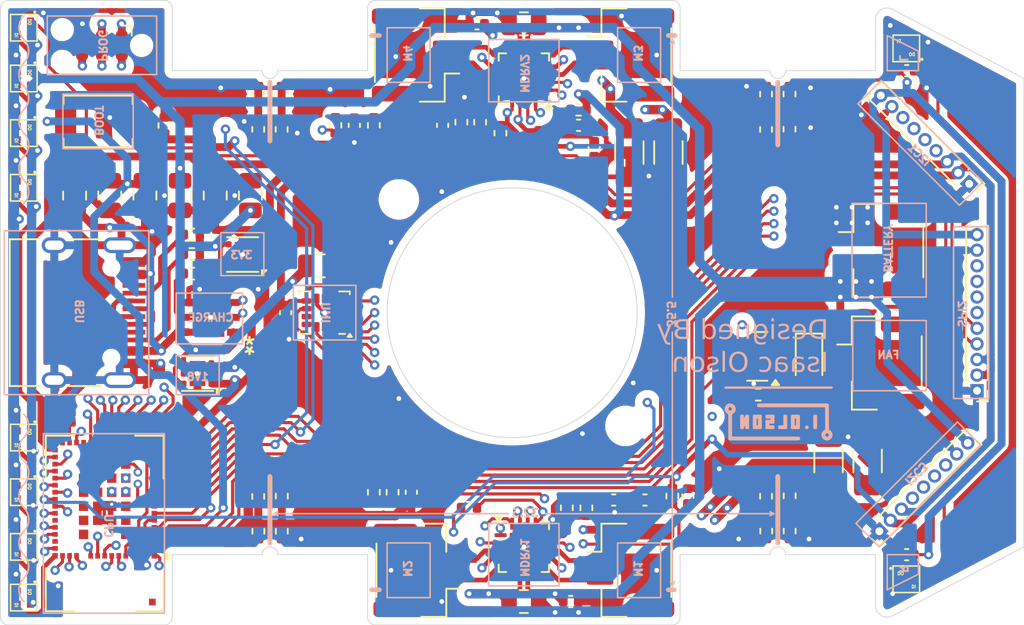
<source format=kicad_pcb>
(kicad_pcb (version 20241229) (generator "pcbnew") (generator_version "9.0")
  (layers (0 "F.Cu" signal) (4 "In1.Cu" signal) (6 "In2.Cu" signal) (8 "In3.Cu" signal) (10 "In4.Cu" signal) (2 "B.Cu" signal) (13 "F.Paste" user) (15 "B.Paste" user) (5 "F.SilkS" user "F.Silkscreen") (7 "B.SilkS" user "B.Silkscreen") (1 "F.Mask" user) (3 "B.Mask" user) (25 "Edge.Cuts" user))
  (net 0 "")
  (net 4 "/SPI2_SCK")
  (net 8 "/SPI2_MOSI")
  (net 9 "/I2C1_SCL")
  (net 17 "/SPI2_NSS")
  (net 18 "/I2C3_SCL")
  (net 20 "/IMU_CS")
  (net 21 "/I2C3_SDA")
  (net 24 "/SPI2_MISO")
  (net 25 "/I2C1_SDA")
  (net 26 "Net-(U3-TOFF)")
  (net 27 "Net-(U2-TOFF)")
  (net 28 "Net-(M1-Pin_2)")
  (net 29 "+BATT")
  (net 30 "Net-(M1-Pin_1)")
  (net 31 "Net-(M2-Pin_2)")
  (net 32 "Net-(M2-Pin_1)")
  (net 33 "Net-(M3-Pin_2)")
  (net 34 "Net-(M3-Pin_1)")
  (net 35 "VBUS")
  (net 36 "GND")
  (net 37 "+3V3")
  (net 38 "/USB_D+")
  (net 39 "/USB_D-")
  (net 40 "Net-(J1-CC2)")
  (net 43 "/IMU_CLK")
  (net 44 "/IMU_MISO")
  (net 45 "/SENSE_LF")
  (net 49 "/SENSE_LR")
  (net 50 "/SENSE_RF")
  (net 52 "/SENSE_RR")
  (net 53 "/IMU_INT2")
  (net 54 "/IMU_MOSI")
  (net 55 "/SWCLK")
  (net 56 "/SWO")
  (net 57 "/RST")
  (net 58 "/SWDIO")
  (net 59 "Net-(U1-PH3-BOOT0)")
  (net 60 "/IMU_INT1")
  (net 61 "Net-(M4-Pin_1)")
  (net 62 "Net-(M4-Pin_2)")
  (net 63 "/R_PH_B")
  (net 64 "/R_PWM_A")
  (net 65 "/R_PWM_B")
  (net 66 "/R_RESET")
  (net 67 "/R_EN")
  (net 68 "/R_PH_A")
  (net 69 "Net-(J1-D+-PadA6)")
  (net 70 "Net-(J1-D--PadA7)")
  (net 71 "Net-(LED1-DOUT)")
  (net 72 "Net-(LED2-DOUT)")
  (net 73 "Net-(LED3-DOUT)")
  (net 74 "Net-(LED4-DOUT)")
  (net 75 "Net-(LED5-DOUT)")
  (net 76 "Net-(LED6-DOUT)")
  (net 77 "Net-(LED7-DOUT)")
  (net 78 "Net-(C8-Pad1)")
  (net 79 "Net-(C9-Pad1)")
  (net 80 "/LED_INPUT")
  (net 81 "/PWRON")
  (net 82 "/CHARGE")
  (net 83 "Net-(U6-PROG)")
  (net 84 "/L_PH_A")
  (net 85 "/L_EN")
  (net 86 "/L_PWM_B")
  (net 87 "/L_RESET")
  (net 88 "/L_PWM_A")
  (net 89 "/L_PH_B")
  (net 90 "+1V8")
  (net 93 "/SPI2_GPIO2")
  (net 94 "/SPI2_GPIO1")
  (net 95 "/I2C1_INT")
  (net 96 "/I2C3_INT")
  (net 97 "Net-(J1-CC1)")
  (net 98 "/FAN_CTRL")
  (net 99 "/L_REF")
  (net 100 "/R_REF")
  (net 102 "Net-(Q2-G)")
  (net 103 "Net-(D4-A)")
  (net 104 "Net-(U2-REF)")
  (net 105 "Net-(U3-REF)")
  (net 107 "/I2C1_GPIO")
  (net 108 "/I2C3_GPIO")
  (net 109 "Net-(LED8-DOUT)")
  (net 110 "Net-(LED10-DIN)")
  (footprint "MountingHole:MountingHole_2.1mm" (layer "F.Cu") (at 140 127.25 90)
    (property "Reference" "H3" (hide yes))
    (property "Value" "MountingHole" (hide yes))
  )
  (footprint "Capacitor_SMD:C_0805_2012Metric" (layer "F.Cu") (at 133.5 101.5 180)
    (property "Reference" "C3" (hide yes))
    (property "Value" "22uF" (hide yes))
  )
  (footprint "ts1088:TS-1088-AR02016" (layer "F.Cu") (at 106.25 107.75 -90)
    (property "Reference" "SW1" (hide yes))
    (property "Value" "SW_Push" (hide yes))
  )
  (footprint "Capacitor_SMD:C_0402_1005Metric" (layer "F.Cu") (at 126.3 131.5 -90)
    (property "Reference" "C18" (hide yes))
    (property "Value" "47nF" (hide yes))
  )
  (footprint "Connector_PinHeader_1.00mm:PinHeader_1x11_P1.00mm_Vertical" (layer "F.Cu") (at 162.5 125 180)
    (property "Reference" "SPI2_HEADER1" (hide yes))
    (property "Value" "Conn_01x11_Socket" (hide yes))
  )
  (footprint "Resistor_SMD:R_0402_1005Metric" (layer "F.Cu") (at 116.5 131.77 90)
    (property "Reference" "MR9" (hide yes))
    (property "Value" "5.1k" (hide yes))
  )
  (footprint "Resistor_SMD:R_0402_1005Metric" (layer "F.Cu") (at 112.25 115 180)
    (property "Reference" "R1" (hide yes))
    (property "Value" "5.1k" (hide yes))
  )
  (footprint "Resistor_SMD:R_0402_1005Metric" (layer "F.Cu") (at 132 108.5 -90)
    (property "Reference" "R3" (hide yes))
    (property "Value" "20k" (hide yes))
  )
  (footprint "Package_TO_SOT_SMD:SOT-23" (layer "F.Cu") (at 148.4375 122.8 180)
    (property "Reference" "Q2" (hide yes))
    (property "Value" "MCC SI8810" (hide yes))
  )
  (footprint "Resistor_SMD:R_0402_1005Metric" (layer "F.Cu") (at 150.51 131.73 90)
    (property "Reference" "MR14" (hide yes))
    (property "Value" "5.1k" (hide yes))
  )
  (footprint "1010rgbled:LED-SMD_4P-L1.0-W1.0-TL_XL-1010RGBC-WS2812B" (layer "F.Cu") (at 101.5 128 -90)
    (property "Reference" "LED4" (hide yes))
    (property "Value" "WS2812B" (hide yes))
  )
  (footprint "Connector_JST:JST_GH_BM02B-GHS-TBT_1x02-1MP_P1.25mm_Vertical" (layer "F.Cu") (at 126.675 136.5 90)
    (property "Reference" "M2" (hide yes))
    (property "Value" "Conn_01x02_Socket" (hide yes))
  )
  (footprint "Capacitor_SMD:C_0402_1005Metric" (layer "F.Cu") (at 141.25 132)
    (property "Reference" "C14" (hide yes))
    (property "Value" "10nF" (hide yes))
  )
  (footprint "Capacitor_SMD:C_0805_2012Metric" (layer "F.Cu") (at 109.25 112.5 -90)
    (property "Reference" "C5" (hide yes))
    (property "Value" "10u" (hide yes))
  )
  (footprint "Package_DFN_QFN:VQFN-16-1EP_3x3mm_P0.5mm_EP1.8x1.8mm" (layer "F.Cu") (at 133.5 105 180)
    (property "Reference" "U2" (hide yes))
    (property "Value" "STSPIN240" (hide yes))
  )
  (footprint "Capacitor_SMD:C_0805_2012Metric" (layer "F.Cu") (at 107 112.5 -90)
    (property "Reference" "C4" (hide yes))
    (property "Value" "10u" (hide yes))
  )
  (footprint "Library:1010ws2812" (layer "F.Cu") (at 157.9751 103.0751 180)
    (property "Reference" "LED9" (hide yes))
    (property "Value" "WS2812B" (hide yes))
  )
  (footprint "Capacitor_SMD:C_0805_2012Metric" (layer "F.Cu") (at 113.75 112.5 -90)
    (property "Reference" "C10" (hide yes))
    (property "Value" "10u" (hide yes))
  )
  (footprint "Connector_JST:JST_GH_BM02B-GHS-TBT_1x02-1MP_P1.25mm_Vertical" (layer "F.Cu") (at 140.325 103.5 -90)
    (property "Reference" "M3" (hide yes))
    (property "Value" "Conn_01x02_Socket" (hide yes))
  )
  (footprint "Resistor_SMD:R_0402_1005Metric" (layer "F.Cu") (at 129.5 107.8 -90)
    (property "Reference" "R7" (hide yes))
    (property "Value" "1k" (hide yes))
  )
  (footprint "Package_SON:WSON-6-1EP_2x2mm_P0.65mm_EP1x1.6mm_ThermalVias" (layer "F.Cu") (at 115.5 116.275 180)
    (property "Reference" "U7" (hide yes))
    (property "Value" "LP5912-3.3DRV" (hide yes))
  )
  (footprint "stbc08:DFN6_3X3_STM" (layer "F.Cu") (at 113.4524 120.299999 180)
    (property "Reference" "U6" (hide yes))
    (property "Value" "STBC08PMR" (hide yes))
  )
  (footprint "Connector_USB:USB_C_Receptacle_HRO_TYPE-C-31-M-12" (layer "F.Cu") (at 104.5 120 -90)
    (property "Reference" "J1" (hide yes))
    (property "Value" "USB_C_Receptacle_USB2.0_14P" (hide yes))
  )
  (footprint "Connector:Tag-Connect_TC2030-IDC-NL_2x03_P1.27mm_Vertical" (layer "F.Cu") (at 106.5 102.885 180)
    (property "Reference" "DBG1" (hide yes))
    (property "Value" "TC2030" (hide yes))
  )
  (footprint "Resistor_SMD:R_0402_1005Metric" (layer "F.Cu") (at 123.9 131.5 90)
    (property "Reference" "R24" (hide yes))
    (property "Value" "22k" (hide yes))
  )
  (footprint "Diode_SMD:D_SOD-323" (layer "F.Cu") (at 151.75 122.95 -90)
    (property "Reference" "D4" (hide yes))
    (property "Value" "1N5819WS" (hide yes))
  )
  (footprint "Capacitor_SMD:C_0402_1005Metric" (layer "F.Cu") (at 139.25 132)
    (property "Reference" "C9" (hide yes))
    (property "Value" "22nF" (hide yes))
  )
  (footprint "Resistor_SMD:R_0402_1005Metric" (layer "F.Cu") (at 150.5 108.25 90)
    (property "Reference" "MR8" (hide yes))
    (property "Value" "5.1k" (hide yes))
  )
  (footprint "Resistor_SMD:R_0402_1005Metric" (layer "F.Cu") (at 116.51 134 90)
    (property "Reference" "MR11" (hide yes))
    (property "Value" "5.1k" (hide yes))
  )
  (footprint "Capacitor_SMD:C_0402_1005Metric" (layer "F.Cu") (at 130.5 101.5 180)
    (property "Reference" "C11" (hide yes))
    (property "Value" "2.2uf" (hide yes))
  )
  (footprint "Resistor_SMD:R_0402_1005Metric" (layer "F.Cu") (at 150.51 133.99 90)
    (property "Reference" "MR16" (hide yes))
    (property "Value" "5.1k" (hide yes))
  )
  (footprint "Resistor_SMD:R_0402_1005Metric" (layer "F.Cu") (at 110.5 108.01 90)
    (property "Reference" "R11" (hide yes))
    (property "Value" "20k" (hide yes))
  )
  (footprint "Capacitor_SMD:C_0402_1005Metric" (layer "F.Cu") (at 144 131.75 -90)
    (property "Reference" "C15" (hide yes))
    (property "Value" "1nF" (hide yes))
  )
  (footprint "Resistor_SMD:R_0402_1005Metric" (layer "F.Cu") (at 118.01 131.75 90)
    (property "Reference" "MR10" (hide yes))
    (property "Value" "5.1k" (hide yes))
  )
  (footprint "Resistor_SMD:R_0402_1005Metric" (layer "F.Cu") (at 137.5 132.5 90)
    (property "Reference" "R8" (hide yes))
    (property "Value" "1k" (hide yes))
  )
  (footprint "Package_SON:WSON-6-1EP_2x2mm_P0.65mm_EP1x1.6mm_ThermalVias" (layer "F.Cu") (at 112.6125 123.9 180)
    (property "Reference" "U4" (hide yes))
    (property "Value" "LP5912-1.8DRV" (hide yes))
  )
  (footprint "1010rgbled:LED-SMD_4P-L1.0-W1.0-TL_XL-1010RGBC-WS2812B" (layer "F.Cu") (at 101.5 105 -90)
    (property "Reference" "LED7" (hide yes))
    (property "Value" "WS2812B" (hide yes))
  )
  (footprint "Resistor_SMD:R_0402_1005Metric" (layer "F.Cu") (at 118.01 134 90)
    (property "Reference" "MR12" (hide yes))
    (property "Value" "5.1k" (hide yes))
  )
  (footprint "Resistor_SMD:R_0402_1005Metric" (layer "F.Cu") (at 149 108.265 90)
    (property "Reference" "MR7" (hide yes))
    (property "Value" "5.1k" (hide yes))
  )
  (footprint "Package_DFN_QFN:VQFN-16-1EP_3x3mm_P0.5mm_EP1.8x1.8mm" (layer "F.Cu") (at 133.5 135)
    (property "Reference" "U3" (hide yes))
    (property "Value" "STSPIN240" (hide yes))
  )
  (footprint "Connector_PinHeader_1.00mm:PinHeader_1x09_P1.00mm_Vertical" (layer "F.Cu") (at 156.25 134 135)
    (property "Reference" "I2C3_HEADER1" (hide yes))
    (property "Value" "Conn_01x09_Socket" (hide yes))
  )
  (footprint "Resistor_SMD:R_0402_1005Metric" (layer "F.Cu") (at 149 131.76 90)
    (property "Reference" "MR13" (hide yes))
    (property "Value" "5.1k" (hide yes))
  )
  (footprint "Resistor_SMD:R_0402_1005Metric" (layer "F.Cu") (at 129.99 132.5 180)
    (property "Reference" "R4" (hide yes))
    (property "Value" "20k" (hide yes))
  )
  (footprint "Connector_JST:JST_GH_BM02B-GHS-TBT_1x02-1MP_P1.25mm_Vertical" (layer "F.Cu") (at 156.45 116.025 -90)
    (property "Reference" "J9" (hide yes))
    (property "Value" "Conn_01x02_Socket" (hide yes))
  )
  (footprint "Connector_JST:JST_GH_BM02B-GHS-TBT_1x02-1MP_P1.25mm_Vertical" (layer "F.Cu") (at 156.35 123.225 -90)
    (property "Reference" "M5" (hide yes))
    (property "Value" "Conn_01x02_Socket" (hide yes))
  )
  (footprint "Resistor_SMD:R_0402_1005Metric" (layer "F.Cu") (at 118 106 90)
    (property "Reference" "MR2" (hide yes))
    (property "Value" "5.1k" (hide yes))
  )
  (footprint "Connector_PinHeader_1.00mm:PinHeader_1x09_P1.00mm_Vertical" (layer "F.Cu") (at 162 111.75 -135)
    (property "Reference" "I2C1_HEADER1" (hide yes))
    (property "Value" "Conn_01x09_Socket" (hide yes))
  )
  (footprint "Capacitor_SMD:C_0402_1005Metric" (layer "F.Cu") (at 136.5 138.5)
    (property "Reference" "C12" (hide yes))
    (property "Value" "2.2uf" (hide yes))
  )
  (footprint "Resistor_SMD:R_0201_0603Metric" (layer "F.Cu") (at 146.5 124 180)
    (property "Reference" "R18" (hide yes))
    (property "Value" "22r" (hide yes))
  )
  (footprint "Capacitor_SMD:C_0805_2012Metric" (layer "F.Cu") (at 111.5 112.5 -90)
    (property "Reference" "C7" (hide yes))
    (property "Value" "10u" (hide yes))
  )
  (footprint "1010rgbled:LED-SMD_4P-L1.0-W1.0-TL_XL-1010RGBC-WS2812B" (layer "F.Cu") (at 101.5 138.25 -90)
    (property "Reference" "LED1" (hide yes))
    (property "Value" "WS2812B" (hide yes))
  )
  (footprint "Resistor_SMD:R_0402_1005Metric" (layer "F.Cu") (at 118 108.26 90)
    (property "Reference" "MR4" (hide yes))
    (property "Value" "5.1k" (hide yes))
  )
  (footprint "Resistor_SMD:R_0402_1005Metric" (layer "F.Cu") (at 116.5 106 90)
    (property "Reference" "MR1" (hide yes))
    (property "Value" "5.1k" (hide yes))
  )
  (footprint "Resistor_SMD:R_0201_0603Metric" (layer "F.Cu") (at 104.625 126.75 -90)
    (property "Reference" "R5" (hide yes))
    (property "Value" "22r" (hide yes))
  )
  (footprint "Resistor_SMD:R_0201_0603Metric" (layer "F.Cu") (at 103.75 126.75 -90)
    (property "Reference" "R6" (hide yes))
    (property "Value" "22r" (hide yes))
  )
  (footprint "Resistor_SMD:R_0402_1005Metric" (layer "F.Cu") (at 143 131.75 90)
    (property "Reference" "R20" (hide yes))
    (property "Value" "20k" (hide yes))
  )
  (footprint "1010rgbled:LED-SMD_4P-L1.0-W1.0-TL_XL-1010RGBC-WS2812B" (layer "F.Cu") (at 101.5 108.5 -90)
    (property "Reference" "LED6" (hide yes))
    (property "Value" "WS2812B" (hide yes))
  )
  (footprint "Resistor_SMD:R_0402_1005Metric" (layer "F.Cu") (at 148.5 125.25)
    (property "Reference" "R9" (hide yes))
    (property "Value" "20k" (hide yes))
  )
  (footprint "Resistor_SMD:R_0402_1005Metric" (layer "F.Cu") (at 149.01 133.99 90)
    (property "Reference" "MR15" (hide yes))
    (property "Value" "5.1k" (hide yes))
  )
  (footprint "1010rgbled:LED-SMD_4P-L1.0-W1.0-TL_XL-1010RGBC-WS2812B" (layer "F.Cu") (at 101.5 112 -90)
    (property "Reference" "LED5" (hide yes))
    (property "Value" "WS2812B" (hide yes))
  )
  (footprint "Capacitor_SMD:C_0402_1005Metric" (layer "F.Cu") (at 118.25 120 -90)
    (property "Reference" "C2" (hide yes))
    (property "Value" "100n" (hide yes))
  )
  (footprint "Resistor_SMD:R_0402_1005Metric" (layer "F.Cu") (at 136.25 132.5 90)
    (property "Reference" "R13" (hide yes))
    (property "Value" "47k" (hide yes))
  )
  (footprint "Resistor_SMD:R_0402_1005Metric" (layer "F.Cu") (at 112.25 117.5 180)
    (property "Reference" "R10" (hide yes))
    (property "Value" "2k" (hide yes))
  )
  (footprint "Resistor_SMD:R_1206_3216Metric_Pad1.30x1.75mm_HandSolder" (layer "F.Cu") (at 142.75 109.75 -90)
    (property "Reference" "R16" (hide yes))
    (property "Value" "330mR" (hide yes))
  )
  (footprint "Capacitor_SMD:C_0805_2012Metric" (layer "F.Cu") (at 116 112.5 90)
    (property "Reference" "C21" (hide yes))
    (property "Value" "10u" (hide yes))
  )
  (footprint "Capacitor_SMD:C_0402_1005Metric" (layer "F.Cu") (at 137 108 180)
    (property "Reference" "C16" (hide yes))
    (property "Value" "1nF" (hide yes))
  )
  (footprint "Resistor_SMD:R_1206_3216Metric_Pad1.30x1.75mm_HandSolder" (layer "F.Cu") (at 155.5 129.5 90)
    (property "Reference" "R14" (hide yes))
    (property "Value" "330mR" (hide yes))
  )
  (footprint "Capacitor_SMD:C_0402_1005Metric" (layer "F.Cu") (at 158 135.5 180)
    (property "Reference" "C19" (hide yes))
    (property "Value" "100n" (hide yes))
  )
  (footprint "Resistor_SMD:R_0402_1005Metric" (layer "F.Cu") (at 130.7 107.8 -90)
    (property "Reference" "R12" (hide yes))
    (property "Value" "47k" (hide yes))
  )
  (footprint "Capacitor_SMD:C_0402_1005Metric" (layer "F.Cu") (at 122.65 108 -90)
    (property "Reference" "C17" (hide yes))
    (property "Value" "47nF" (hide yes))
  )
  (footprint "Connector_JST:JST_GH_BM02B-GHS-TBT_1x02-1MP_P1.25mm_Vertical" (layer "F.Cu") (at 126.575 103.5 90)
    (property "Reference" "M4" (hide yes))
    (property "Value" "Conn_01x02_Socket" (hide yes))
  )
  (footprint "Resistor_SMD:R_1206_3216Metric_Pad1.30x1.75mm_HandSolder" (layer "F.Cu") (at 140.25 109.75 -90)
    (property "Reference" "R17" (hide yes))
    (property "Value" "330mR" (hide yes))
  )
  (footprint "Resistor_SMD:R_0402_1005Metric" (layer "F.Cu") (at 116.5 108.26 -90)
    (property "Reference" "MR3" (hide yes))
    (property "Value" "5.1k" (hide yes))
  )
  (footprint "Connector_JST:JST_GH_BM02B-GHS-TBT_1x02-1MP_P1.25mm_Vertical" (layer "F.Cu") (at 140.325 136.5 -90)
    (property "Reference" "M1" (hide yes))
    (property "Value" "Conn_01x02_Socket" (hide yes))
  )
  (footprint "Package_LGA:LGA-14_3x2.5mm_P0.5mm_LayoutBorder3x4y" (layer "F.Cu") (at 120.75 120 180)
    (property "Reference" "U5" (hide yes))
    (property "Value" "LSM6DS0" (hide yes))
  )
  (footprint "Capacitor_SMD:C_0805_2012Metric" (layer "F.Cu") (at 133.5 138.5)
    (property "Reference" "C6" (hide yes))
    (property "Value" "22uF" (hide yes))
  )
  (footprint "1010rgbled:LED-SMD_4P-L1.0-W1.0-TL_XL-1010RGBC-WS2812B" (layer "F.Cu") (at 101.5 131.5 -90)
    (property "Reference" "LED3" (hide yes))
    (property "Value" "WS2812B" (hide yes))
  )
  (footprint "Capacitor_SMD:C_0402_1005Metric" (layer "F.Cu") (at 138 109.5 90)
    (property "Reference" "C13" (hide yes))
    (property "Value" "10nF" (hide yes))
  )
  (footprint "Capacitor_SMD:C_0805_2012Metric" (layer "F.Cu") (at 104.75 112.5 90)
    (property "Reference" "C1" (hide yes))
    (property "Value" "10u" (hide yes))
  )
  (footprint "Library:1010ws2812" (layer "F.Cu") (at 157.9751 137.0751)
    (property "Reference" "LED10" (hide yes))
    (property "Value" "WS2812B" (hide yes))
  )
  (footprint "Resistor_SMD:R_0402_1005Metric" (layer "F.Cu") (at 125.1 131.5 90)
    (property "Reference" "R23" (hide yes))
    (property "Value" "11k" (hide yes))
  )
  (footprint "Resistor_SMD:R_1206_3216Metric_Pad1.30x1.75mm_HandSolder" (layer "F.Cu") (at 153 129.5 90)
    (property "Reference" "R15" (hide yes))
    (property "Value" "330mR" (hide yes))
  )
  (footprint "Resistor_SMD:R_0402_1005Metric" (layer "F.Cu") (at 150.5 106 90)
    (property "Reference" "MR6" (hide yes))
    (property "Value" "5.1k" (hide yes))
  )
  (footprint "1010rgbled:LED-SMD_4P-L1.0-W1.0-TL_XL-1010RGBC-WS2812B" (layer "F.Cu") (at 101.5 135 -90)
    (property "Reference" "LED2" (hide yes))
    (property "Value" "WS2812B" (hide yes))
  )
  (footprint "Capacitor_SMD:C_0402_1005Metric" (layer "F.Cu") (at 128.3 108 -90)
    (property "Reference" "C8" (hide yes))
    (property "Value" "22nF" (hide yes))
  )
  (footprint "RF_Module:ST-SiP-LGA-86-11x7.3mm" (layer "F.Cu") (at 106.675 133.5 180)
    (property "Reference" "U1" (hide yes))
    (property "Value" "STM32WB5MMG" (hide yes))
  )
  (footprint "Resistor_SMD:R_0402_1005Metric" (layer "F.Cu") (at 149 106 90)
    (property "Reference" "MR5" (hide yes))
    (property "Value" "5.1k" (hide yes))
  )
  (footprint "Resistor_SMD:R_0402_1005Metric" (layer "F.Cu") (at 137 107)
    (property "Reference" "R19" (hide yes))
    (property "Value" "20k" (hide yes))
  )
  (footprint "Capacitor_SMD:C_0805_2012Metric" (layer "F.Cu") (at 120.5 117)
    (property "Reference" "C22" (hide yes))
    (property "Value" "10u" (hide yes))
  )
  (footprint "Resistor_SMD:R_0402_1005Metric" (layer "F.Cu") (at 112.25 116.25 180)
    (property "Reference" "R2" (hide yes))
    (property "Value" "5.1k" (hide yes))
  )
  (footprint "1010rgbled:LED-SMD_4P-L1.0-W1.0-TL_XL-1010RGBC-WS2812B" (layer "F.Cu") (at 101.5 101.75 -90)
    (property "Reference" "LED8" (hide yes))
    (property "Value" "WS2812B" (hide yes))
  )
  (footprint "MountingHole:MountingHole_2.1mm" (layer "F.Cu") (at 125.5 112.75 90)
    (property "Reference" "H2" (hide yes))
    (property "Value" "MountingHole" (hide yes))
  )
  (footprint "Resistor_SMD:R_0402_1005Metric" (layer "F.Cu") (at 121.44 108 -90)
    (property "Reference" "R21" (hide yes))
    (property "Value" "22k" (hide yes))
  )
  (footprint "Capacitor_SMD:C_0402_1005Metric" (layer "F.Cu") (at 158 104.5)
    (property "Reference" "C20" (hide yes))
    (property "Value" "100n" (hide yes))
  )
  (footprint "Resistor_SMD:R_0402_1005Metric" (layer "F.Cu") (at 123.9 108 90)
    (property "Reference" "R22" (hide yes))
    (property "Value" "11k" (hide yes))
  )
  (footprint "LOGO" (layer "B.Cu") (at 149.8 127 180)
    (property "Reference" "G***" (hide yes))
    (property "Value" "LOGO" (hide yes))
  )
  (gr_line (start 101.6 139.4) (end 102.6 139.4) (stroke (width 0.2)) (layer "B.Cu") (net 36))
  (gr_line (start 101.5 100.6) (end 102.5 100.6) (stroke (width 0.2)) (layer "B.Cu") (net 36))
  (gr_line (start 149.75 134.75) (end 149.75 130.5) (stroke (width 0.3)) (layer "F.SilkS"))
  (gr_line (start 149.75 109.25) (end 149.75 105.25) (stroke (width 0.3)) (layer "F.SilkS"))
  (gr_line (start 117.25 105.25) (end 117.25 109) (stroke (width 0.3)) (layer "F.SilkS"))
  (gr_line (start 117.25 134.75) (end 117.25 130.5) (stroke (width 0.3)) (layer "F.SilkS"))
  (gr_line (start 117.5 132.875) (end 117.75 132.75) (stroke (width 0.1)) (layer "B.SilkS"))
  (gr_line (start 132.5 132.875) (end 117.5 132.875) (stroke (width 0.1)) (layer "B.SilkS"))
  (gr_arc (start 101.5 129.5) (mid 101.18934 128.75) (end 101.5 128) (stroke (width 0.1)) (layer "B.SilkS"))
  (gr_arc (start 101.5 135.5) (mid 101.81066 136.25) (end 101.5 137) (stroke (width 0.1)) (layer "B.SilkS"))
  (gr_line (start 149.5 132.875) (end 134.75 132.875) (stroke (width 0.1)) (layer "B.SilkS"))
  (gr_rect (start 102.75 127.75) (end 110.5 139.25) (stroke (width 0.1)) (fill no) (layer "B.SilkS"))
  (gr_line (start 143.125 137.75) (end 142.75 137.75) (stroke (width 0.3)) (layer "B.SilkS"))
  (gr_rect (start 161 114.5) (end 163.25 125.5) (stroke (width 0.1)) (fill no) (layer "B.SilkS"))
  (gr_line (start 143.1875 102.25) (end 142.75 102.25) (stroke (width 0.3)) (layer "B.SilkS"))
  (gr_line (start 124.25 102.25) (end 123.75 102.25) (stroke (width 0.3)) (layer "B.SilkS"))
  (gr_arc (start 101.5 126.5) (mid 101.81066 127.25) (end 101.5 128) (stroke (width 0.1)) (layer "B.SilkS"))
  (gr_rect (start 114.1125 114.875) (end 116.8625 117.625) (stroke (width 0.1)) (fill no) (layer "B.SilkS"))
  (gr_rect (start 100.25 114.75) (end 109.5 125.25) (stroke (width 0.1)) (fill no) (layer "B.SilkS"))
  (gr_arc (start 101.5 111.5) (mid 101.81066 112.25) (end 101.5 113) (stroke (width 0.1)) (layer "B.SilkS"))
  (gr_arc (start 101.5 105.5) (mid 101.81066 106.25) (end 101.5 107) (stroke (width 0.1)) (layer "B.SilkS"))
  (gr_line (start 143 129.5) (end 143 121.25) (stroke (width 0.1)) (layer "B.SilkS"))
  (gr_arc (start 101.5 102.5) (mid 101.18934 101.75) (end 101.5 101) (stroke (width 0.1)) (layer "B.SilkS"))
  (gr_line (start 124.25 137.75) (end 123.75 137.75) (stroke (width 0.3)) (layer "B.SilkS"))
  (gr_arc (start 101.5 105.5) (mid 101.18934 104.75) (end 101.5 104) (stroke (width 0.1)) (layer "B.SilkS"))
  (gr_line (start 117.25 134.75) (end 117.25 130.5) (stroke (width 0.3)) (layer "B.SilkS"))
  (gr_arc (start 101.5 111.5) (mid 101.18934 110.75) (end 101.5 110) (stroke (width 0.1)) (layer "B.SilkS"))
  (gr_arc (start 101.5 138.5) (mid 101.18934 137.75) (end 101.5 137) (stroke (width 0.1)) (layer "B.SilkS"))
  (gr_line (start 143.125 137.25) (end 143 137.5) (stroke (width 0.1)) (layer "B.SilkS"))
  (gr_rect (start 131.25 133.5) (end 135.75 137.5) (stroke (width 0.1)) (fill no) (layer "B.SilkS"))
  (gr_rect (start 139.5 134.75) (end 142.25 138.25) (stroke (width 0.1)) (fill no) (layer "B.SilkS"))
  (gr_line (start 117.25 105.25) (end 117.25 109) (stroke (width 0.3)) (layer "B.SilkS"))
  (gr_rect (start 104 106) (end 108.5 109.5) (stroke (width 0.1)) (fill no) (layer "B.SilkS"))
  (gr_line (start 143 137.5) (end 142.875 137.25) (stroke (width 0.1)) (layer "B.SilkS"))
  (gr_rect (start 118.75 118.25) (end 122.75 121.75) (stroke (width 0.1)) (fill no) (layer "B.SilkS"))
  (gr_poly (pts (xy 156.25 135) (xy 154.75 133.5) (xy 161.25 127) (xy 162.75 128.5)) (stroke (width 0.1)) (fill no) (layer "B.SilkS"))
  (gr_rect (start 103 101) (end 110 104.75) (stroke (width 0.1)) (fill no) (layer "B.SilkS"))
  (gr_rect (start 111.25 118.75) (end 115.5 122) (stroke (width 0.1)) (fill no) (layer "B.SilkS"))
  (gr_line (start 149.75 109.25) (end 149.75 105.25) (stroke (width 0.3)) (layer "B.SilkS"))
  (gr_line (start 117.75 133) (end 117.5 132.875) (stroke (width 0.1)) (layer "B.SilkS"))
  (gr_arc (start 101.5 108.5) (mid 101.81066 109.25) (end 101.5 110) (stroke (width 0.1)) (layer "B.SilkS"))
  (gr_rect (start 139.5 101.75) (end 142.25 105.25) (stroke (width 0.1)) (fill no) (layer "B.SilkS"))
  (gr_line (start 143 102.5) (end 143.125 102.75) (stroke (width 0.1)) (layer "B.SilkS"))
  (gr_rect (start 154.5 113) (end 159.25 119) (stroke (width 0.1)) (fill no) (layer "B.SilkS"))
  (gr_arc (start 101.5 132.5) (mid 101.18934 131.75) (end 101.5 131) (stroke (width 0.1)) (layer "B.SilkS"))
  (gr_line (start 143 137.5) (end 143 129.5) (stroke (width 0.1)) (layer "B.SilkS"))
  (gr_line (start 143 112.75) (end 143 102.5) (stroke (width 0.1)) (layer "B.SilkS"))
  (gr_rect (start 131.25 102.5) (end 135.75 106.5) (stroke (width 0.1)) (fill no) (layer "B.SilkS"))
  (gr_arc (start 101.5 132.5) (mid 101.81066 133.25) (end 101.5 134) (stroke (width 0.1)) (layer "B.SilkS"))
  (gr_arc (start 101.5 108.5) (mid 101.18934 107.75) (end 101.5 107) (stroke (width 0.1)) (layer "B.SilkS"))
  (gr_line (start 142.875 102.75) (end 143 102.5) (stroke (width 0.1)) (layer "B.SilkS"))
  (gr_arc (start 101.5 129.5) (mid 101.81066 130.25) (end 101.5 131) (stroke (width 0.1)) (layer "B.SilkS"))
  (gr_line (start 143 119) (end 143 112.625) (stroke (width 0.1)) (layer "B.SilkS"))
  (gr_line (start 146.4 124.8) (end 153.2 124.8) (stroke (width 0.15)) (layer "B.SilkS"))
  (gr_line (start 149.75 134.75) (end 149.75 130.5) (stroke (width 0.3)) (layer "B.SilkS"))
  (gr_rect (start 124.75 134.75) (end 127.5 138.25) (stroke (width 0.1)) (fill no) (layer "B.SilkS"))
  (gr_arc (start 101.5 102.5) (mid 101.81066 103.25) (end 101.5 104) (stroke (width 0.1)) (layer "B.SilkS"))
  (gr_poly (pts (xy 156.75 102.25) (xy 156.75 104.5) (xy 158.75 104.5) (xy 158.75 103.25)) (stroke (width 0.1)) (fill no) (layer "B.SilkS"))
  (gr_rect (start 124.75 101.75) (end 127.5 105.25) (stroke (width 0.1)) (fill no) (layer "B.SilkS"))
  (gr_arc (start 101.5 135.5) (mid 101.18934 134.75) (end 101.5 134) (stroke (width 0.1)) (layer "B.SilkS"))
  (gr_line (start 149.5 132.875) (end 149.25 133) (stroke (width 0.1)) (layer "B.SilkS"))
  (gr_poly (pts (xy 156.75 137.75) (xy 156.75 135.5) (xy 158.75 135.5) (xy 158.75 136.75)) (stroke (width 0.1)) (fill no) (layer "B.SilkS"))
  (gr_poly (pts (xy 162.875 111.625) (xy 161.375 113.125) (xy 154.875 106.625) (xy 156.375 105.125)) (stroke (width 0.1)) (fill no) (layer "B.SilkS"))
  (gr_rect (start 111.25 122.75) (end 114 125.25) (stroke (width 0.1)) (fill no) (layer "B.SilkS"))
  (gr_line (start 149.25 132.75) (end 149.5 132.875) (stroke (width 0.1)) (layer "B.SilkS"))
  (gr_rect (start 154.55 120.5) (end 159.25 125) (stroke (width 0.1)) (fill no) (layer "B.SilkS"))
  (gr_line (start 143.5 104.5) (end 143.5 100.5) (stroke (width 0.05)) (layer "Edge.Cuts"))
  (gr_arc (start 123.5 100.5) (mid 123.646447 100.146447) (end 124 100) (stroke (width 0.05)) (layer "Edge.Cuts"))
  (gr_arc (start 111 139.5) (mid 110.853553 139.853553) (end 110.5 140) (stroke (width 0.05)) (layer "Edge.Cuts"))
  (gr_arc (start 100 100.5) (mid 100.146447 100.146447) (end 100.5 100) (stroke (width 0.05)) (layer "Edge.Cuts"))
  (gr_line (start 124 140) (end 143 140) (stroke (width 0.05)) (layer "Edge.Cuts"))
  (gr_line (start 116.75 135.5) (end 111 135.5) (stroke (width 0.05)) (layer "Edge.Cuts"))
  (gr_arc (start 116.75 135.5) (mid 117.25 135) (end 117.75 135.5) (stroke (width 0.05)) (layer "Edge.Cuts"))
  (gr_line (start 117.75 135.5) (end 123.5 135.5) (stroke (width 0.05)) (layer "Edge.Cuts"))
  (gr_line (start 165.5 105) (end 165.5 120) (stroke (width 0.05)) (layer "Edge.Cuts"))
  (gr_line (start 150.25 135.5) (end 156 135.5) (stroke (width 0.05)) (layer "Edge.Cuts"))
  (gr_line (start 156 135.5) (end 156 138.75) (stroke (width 0.05)) (layer "Edge.Cuts"))
  (gr_line (start 111 135.5) (end 111 139.5) (stroke (width 0.05)) (layer "Edge.Cuts"))
  (gr_line (start 143 100) (end 124 100) (stroke (width 0.05)) (layer "Edge.Cuts"))
  (gr_arc (start 117.75 104.5) (mid 117.25 105) (end 116.75 104.5) (stroke (width 0.05)) (layer "Edge.Cuts"))
  (gr_line (start 143.5 135.5) (end 143.5 139.5) (stroke (width 0.05)) (layer "Edge.Cuts"))
  (gr_line (start 116.75 104.5) (end 111 104.5) (stroke (width 0.05)) (layer "Edge.Cuts"))
  (gr_line (start 110.5 140) (end 100.5 140) (stroke (width 0.05)) (layer "Edge.Cuts"))
  (gr_line (start 156 104.5) (end 150.25 104.5) (stroke (width 0.05)) (layer "Edge.Cuts"))
  (gr_arc (start 110.5 100) (mid 110.853553 100.146447) (end 111 100.5) (stroke (width 0.05)) (layer "Edge.Cuts"))
  (gr_arc (start 150.25 104.5) (mid 149.75 105) (end 149.25 104.5) (stroke (width 0.05)) (layer "Edge.Cuts"))
  (gr_line (start 149.25 104.5) (end 143.5 104.5) (stroke (width 0.05)) (layer "Edge.Cuts"))
  (gr_line (start 165.5 105) (end 157.08544 100.569121) (stroke (width 0.05)) (layer "Edge.Cuts"))
  (gr_line (start 110.5 100) (end 100.5 100) (stroke (width 0.05)) (layer "Edge.Cuts"))
  (gr_line (start 149.25 135.5) (end 143.5 135.5) (stroke (width 0.05)) (layer "Edge.Cuts"))
  (gr_line (start 165.5 135) (end 165.5 120) (stroke (width 0.05)) (layer "Edge.Cuts"))
  (gr_arc (start 149.25 135.5) (mid 149.75 135) (end 150.25 135.5) (stroke (width 0.05)) (layer "Edge.Cuts"))
  (gr_line (start 156.000001 101.25) (end 156 104.5) (stroke (width 0.05)) (layer "Edge.Cuts"))
  (gr_line (start 123.5 104.5) (end 117.75 104.5) (stroke (width 0.05)) (layer "Edge.Cuts"))
  (gr_line (start 111 104.5) (end 111 100.5) (stroke (width 0.05)) (layer "Edge.Cuts"))
  (gr_line (start 123.500001 139.499999) (end 123.5 135.5) (stroke (width 0.05)) (layer "Edge.Cuts"))
  (gr_arc (start 100.5 140) (mid 100.146447 139.853553) (end 100 139.5) (stroke (width 0.05)) (layer "Edge.Cuts"))
  (gr_line (start 100 139.5) (end 100 100.5) (stroke (width 0.05)) (layer "Edge.Cuts"))
  (gr_arc (start 157.08541 139.42082) (mid 156.355702 139.387988) (end 156 138.75) (stroke (width 0.05)) (layer "Edge.Cuts"))
  (gr_circle (center 132.75 120) (end 140.75 120) (stroke (width 0.05)) (fill no) (layer "Edge.Cuts"))
  (gr_arc (start 156 101.25) (mid 156.351422 100.604598) (end 157.08544 100.56912) (stroke (width 0.05)) (layer "Edge.Cuts"))
  (gr_line (start 123.5 100.5) (end 123.5 104.5) (stroke (width 0.05)) (layer "Edge.Cuts"))
  (gr_arc (start 143.5 139.5) (mid 143.353553 139.853553) (end 143 140) (stroke (width 0.05)) (layer "Edge.Cuts"))
  (gr_arc (start 143 100) (mid 143.353553 100.146447) (end 143.5 100.5) (stroke (width 0.05)) (layer "Edge.Cuts"))
  (gr_arc (start 124 140) (mid 123.646447 139.853553) (end 123.5 139.5) (stroke (width 0.05)) (layer "Edge.Cuts"))
  (gr_line (start 165.5 135) (end 157.085408 139.42082) (stroke (width 0.05)) (layer "Edge.Cuts"))
  (gr_text "PROG" (at 106.25 104 270) (layer "B.SilkS") (effects (font (size 0.5 0.5) (thickness 0.125) (bold yes)) (justify left bottom mirror)))
  (gr_text "R" (at 157.5 136.75 270) (layer "B.SilkS") (effects (font (size 0.5 0.5) (thickness 0.125) (bold yes)) (justify left bottom mirror)))
  (gr_text "I2C3" (at 157.75 130.75 225) (layer "B.SilkS") (effects (font (size 0.5 0.5) (thickness 0.125) (bold yes)) (justify left bottom mirror)))
  (gr_text "CHARGE" (at 115 120.6 0) (layer "B.SilkS") (effects (font (size 0.5 0.5) (thickness 0.125) (bold yes)) (justify left bottom mirror)))
  (gr_text "USB" (at 104.75 120.75 270) (layer "B.SilkS") (effects (font (size 0.5 0.5) (thickness 0.125) (bold yes)) (justify left bottom mirror)))
  (gr_text "BOOT" (at 106 108.75 270) (layer "B.SilkS") (effects (font (size 0.5 0.5) (thickness 0.125) (bold yes)) (justify left bottom mirror)))
  (gr_text "Designed By\nIsaac Olson" (at 153 124 0) (layer "B.SilkS") (effects (font (size 1.25 1.25) (thickness 0.0625)) (justify left bottom mirror)))
  (gr_text "3V3" (at 116.2 116.6 0) (layer "B.SilkS") (effects (font (size 0.5 0.5) (thickness 0.125) (bold yes)) (justify left bottom mirror)))
  (gr_text "M1" (at 140.5 137 270) (layer "B.SilkS") (effects (font (size 0.5 0.5) (thickness 0.125) (bold yes)) (justify left bottom mirror)))
  (gr_text "35.5" (at 142.625 121 270) (layer "B.SilkS") (effects (font (size 0.5 0.5) (thickness 0.125) (bold yes)) (justify left bottom mirror)))
  (gr_text "FAN" (at 157.6 123 0) (layer "B.SilkS") (effects (font (size 0.5 0.5) (thickness 0.125) (bold yes)) (justify left bottom mirror)))
  (gr_text "M3" (at 140.5 104 270) (layer "B.SilkS") (effects (font (size 0.5 0.5) (thickness 0.125) (bold yes)) (justify left bottom mirror)))
  (gr_text "32.5" (at 134.5 133.125 0) (layer "B.SilkS") (effects (font (size 0.5 0.5) (thickness 0.125) (bold yes)) (justify left bottom mirror)))
  (gr_text "MDRV2" (at 133.25 106 270) (layer "B.SilkS") (effects (font (size 0.5 0.5) (thickness 0.125) (bold yes)) (justify left bottom mirror)))
  (gr_text "M4" (at 125.75 104 270) (layer "B.SilkS") (effects (font (size 0.5 0.5) (thickness 0.125) (bold yes)) (justify left bottom mirror)))
  (gr_text "L" (at 157.5 104 270) (layer "B.SilkS") (effects (font (size 0.5 0.5) (thickness 0.125) (bold yes)) (justify left bottom mirror)))
  (gr_text "SPI2" (at 161.25 121 270) (layer "B.SilkS") (effects (font (size 0.5 0.5) (thickness 0.125) (bold yes)) (justify left bottom mirror)))
  (gr_text "M2" (at 125.75 137 270) (layer "B.SilkS") (effects (font (size 0.5 0.5) (thickness 0.125) (bold yes)) (justify left bottom mirror)))
  (gr_text "CPU" (at 106.625 134.5 270) (layer "B.SilkS") (effects (font (size 0.5 0.5) (thickness 0.125) (bold yes)) (justify left bottom mirror)))
  (gr_text "IMU" (at 120.5 120.75 270) (layer "B.SilkS") (effects (font (size 0.5 0.5) (thickness 0.125) (bold yes)) (justify left bottom mirror)))
  (gr_text "I2C1" (at 159.25 110.75 315) (layer "B.SilkS") (effects (font (size 0.5 0.5) (thickness 0.125) (bold yes)) (justify left bottom mirror)))
  (gr_text "MDRV1" (at 133.25 137 270) (layer "B.SilkS") (effects (font (size 0.5 0.5) (thickness 0.125) (bold yes)) (justify left bottom mirror)))
  (gr_text "BATTERY" (at 156.5 117.5 270) (layer "B.SilkS") (effects (font (size 0.5 0.5) (thickness 0.125) (bold yes)) (justify left bottom mirror)))
  (gr_text "1V8" (at 113.4 124.4 0) (layer "B.SilkS") (effects (font (size 0.5 0.5) (thickness 0.125) (bold yes)) (justify left bottom mirror)))
  (segment (start 104.308704 129.266296) (end 103.875 129.7) (width 0.2) (layer "F.Cu") (net 4))
  (segment (start 103.875 129.7) (end 103.5 129.7) (width 0.2) (layer "F.Cu") (net 4))
  (segment (start 104.308704 129.058704) (end 104.308704 129.266296) (width 0.2) (layer "F.Cu") (net 4))
  (via (at 104.308704 129.058704) (size 0.6) (drill 0.3) (layers "F.Cu" "B.Cu") (net 4))
  (segment (start 128.274007 130.806) (end 141.5295 130.806) (width 0.2) (layer "F.Cu") (net 8))
  (segment (start 109.85 132.85) (end 112.26112 132.85) (width 0.2) (layer "F.Cu") (net 8))
  (segment (start 127.317007 129.849) (end 128.274007 130.806) (width 0.2) (layer "F.Cu") (net 8))
  (segment (start 159.401 112.401) (end 160.5 113.5) (width 0.2) (layer "F.Cu") (net 8))
  (segment (start 160.5 113.5) (end 160.5 119.59382) (width 0.2) (layer "F.Cu") (net 8))
  (segment (start 161.70309 121.5) (end 161.70309 120.79691) (width 0.2) (layer "F.Cu") (net 8))
  (segment (start 144.255 128.0805) (end 144.255 120.5805) (width 0.2) (layer "F.Cu") (net 8))
  (segment (start 148.3355 116.5) (end 150.0671 116.5) (width 0.2) (layer "F.Cu") (net 8))
  (segment (start 112.26112 132.85) (end 115.26212 129.849) (width 0.2) (layer "F.Cu") (net 8))
  (segment (start 150.901 115.6661) (end 150.901 113.5) (width 0.2) (layer "F.Cu") (net 8))
  (segment (start 141.5295 130.806) (end 144.255 128.0805) (width 0.2) (layer "F.Cu") (net 8))
  (segment (start 162.20309 122) (end 161.70309 121.5) (width 0.2) (layer "F.Cu") (net 8))
  (segment (start 152 112.401) (end 159.401 112.401) (width 0.2) (layer "F.Cu") (net 8))
  (segment (start 160.5 119.59382) (end 161.70309 120.79691) (width 0.2) (layer "F.Cu") (net 8))
  (segment (start 150.0671 116.5) (end 150.901 115.6661) (width 0.2) (layer "F.Cu") (net 8))
  (segment (start 115.26212 129.849) (end 127.317007 129.849) (width 0.2) (layer "F.Cu") (net 8))
  (segment (start 162.5 122) (end 162.20309 122) (width 0.2) (layer "F.Cu") (net 8))
  (segment (start 144.255 120.5805) (end 148.3355 116.5) (width 0.2) (layer "F.Cu") (net 8))
  (segment (start 150.901 113.5) (end 152 112.401) (width 0.2) (layer "F.Cu") (net 8))
  (segment (start 149.5 112.699997) (end 149.300003 112.699997) (width 0.2) (layer "F.Cu") (net 9))
  (segment (start 140.699 128.801) (end 129.104507 128.801) (width 0.2) (layer "F.Cu") (net 9))
  (segment (start 120.250001 127.841529) (end 119.051472 126.643) (width 0.2) (layer "F.Cu") (net 9))
  (segment (start 119.051472 126.643) (end 114.482 126.643) (width 0.2) (layer "F.Cu") (net 9))
  (segment (start 129.104507 128.801) (end 128.147507 127.844) (width 0.2) (layer "F.Cu") (net 9))
  (segment (start 142.25 119.75) (end 142.25 127.25) (width 0.2) (layer "F.Cu") (net 9))
  (segment (start 142.25 127.25) (end 140.699 128.801) (width 0.2) (layer "F.Cu") (net 9))
  (segment (start 149.300003 112.699997) (end 142.25 119.75) (width 0.2) (layer "F.Cu") (net 9))
  (segment (start 121.908471 127.841529) (end 120.250001 127.841529) (width 0.2) (layer "F.Cu") (net 9))
  (segment (start 121.910942 127.844) (end 121.908471 127.841529) (width 0.2) (layer "F.Cu") (net 9))
  (segment (start 128.147507 127.844) (end 121.910942 127.844) (width 0.2) (layer "F.Cu") (net 9))
  (segment (start 111.425 129.7) (end 109.85 129.7) (width 0.2) (layer "F.Cu") (net 9))
  (segment (start 114.482 126.643) (end 111.425 129.7) (width 0.2) (layer "F.Cu") (net 9))
  (via (at 149.5 112.699997) (size 0.6) (drill 0.3) (layers "F.Cu" "B.Cu") (net 9))
  (segment (start 103.063302 129.25) (end 103.5 129.25) (width 0.2) (layer "F.Cu") (net 17))
  (segment (start 102.829924 129.483378) (end 103.063302 129.25) (width 0.2) (layer "F.Cu") (net 17))
  (segment (start 102.8 129.483378) (end 102.829924 129.483378) (width 0.2) (layer "F.Cu") (net 17))
  (via (at 102.8 129.483378) (size 0.6) (drill 0.3) (layers "F.Cu" "B.Cu") (net 17))
  (segment (start 118.95555 128.245) (end 127.981407 128.245) (width 0.2) (layer "F.Cu") (net 18))
  (segment (start 149.0671 113.5) (end 149.5 113.5) (width 0.2) (layer "F.Cu") (net 18))
  (segment (start 111.67562 130.6) (end 114.83062 127.445) (width 0.2) (layer "F.Cu") (net 18))
  (segment (start 142.651 127.4161) (end 142.651 119.9161) (width 0.2) (layer "F.Cu") (net 18))
  (segment (start 118.15555 127.445) (end 118.95555 128.245) (width 0.2) (layer "F.Cu") (net 18))
  (segment (start 109.85 130.6) (end 111.67562 130.6) (width 0.2) (layer "F.Cu") (net 18))
  (segment (start 127.981407 128.245) (end 128.938407 129.202) (width 0.2) (layer "F.Cu") (net 18))
  (segment (start 142.651 119.9161) (end 149.0671 113.5) (width 0.2) (layer "F.Cu") (net 18))
  (segment (start 114.83062 127.445) (end 118.15555 127.445) (width 0.2) (layer "F.Cu") (net 18))
  (segment (start 140.8651 129.202) (end 142.651 127.4161) (width 0.2) (layer "F.Cu") (net 18))
  (segment (start 128.938407 129.202) (end 140.8651 129.202) (width 0.2) (layer "F.Cu") (net 18))
  (via (at 149.5 113.5) (size 0.6) (drill 0.3) (layers "F.Cu" "B.Cu") (net 18))
  (segment (start 107.125 135.575) (end 107.125 136) (width 0.2) (layer "F.Cu") (net 20))
  (segment (start 106.875 136.25) (end 107.125 136) (width 0.2) (layer "F.Cu") (net 20))
  (segment (start 123.428 122.028) (end 120.918801 122.028) (width 0.2) (layer "F.Cu") (net 20))
  (segment (start 123.95 122.55) (end 123.428 122.028) (width 0.2) (layer "F.Cu") (net 20))
  (segment (start 120.918801 122.028) (end 120.25 121.359199) (width 0.2) (layer "F.Cu") (net 20))
  (segment (start 120.25 121.359199) (end 120.25 120.9125) (width 0.2) (layer "F.Cu") (net 20))
  (segment (start 106.75 136.25) (end 106.875 136.25) (width 0.2) (layer "F.Cu") (net 20))
  (via (at 123.95 122.55) (size 0.6) (drill 0.3) (layers "F.Cu" "B.Cu") (net 20))
  (via (at 106.75 136.25) (size 0.6) (drill 0.3) (layers "F.Cu" "B.Cu") (net 20))
  (segment (start 128.606207 130.004) (end 127.649207 129.047) (width 0.2) (layer "F.Cu") (net 21))
  (segment (start 148.601294 115.100006) (end 143.453 120.2483) (width 0.2) (layer "F.Cu") (net 21))
  (segment (start 114.92992 129.047) (end 112.02692 131.95) (width 0.2) (layer "F.Cu") (net 21))
  (segment (start 143.453 127.7483) (end 141.1973 130.004) (width 0.2) (layer "F.Cu") (net 21))
  (segment (start 143.453 120.2483) (end 143.453 127.7483) (width 0.2) (layer "F.Cu") (net 21))
  (segment (start 149.5 115.100006) (end 148.601294 115.100006) (width 0.2) (layer "F.Cu") (net 21))
  (segment (start 127.649207 129.047) (end 114.92992 129.047) (width 0.2) (layer "F.Cu") (net 21))
  (segment (start 112.02692 131.95) (end 109.85 131.95) (width 0.2) (layer "F.Cu") (net 21))
  (segment (start 141.1973 130.004) (end 128.606207 130.004) (width 0.2) (layer "F.Cu") (net 21))
  (via (at 149.5 115.100006) (size 0.6) (drill 0.3) (layers "F.Cu" "B.Cu") (net 21))
  (segment (start 148.1694 116.099) (end 149.901 116.099) (width 0.2) (layer "F.Cu") (net 24))
  (segment (start 112.14402 132.4) (end 115.09602 129.448) (width 0.2) (layer "F.Cu") (net 24))
  (segment (start 143.854 127.9144) (end 143.854 120.4144) (width 0.2) (layer "F.Cu") (net 24))
  (segment (start 150.5 115.5) (end 150.5 113.3339) (width 0.2) (layer "F.Cu") (net 24))
  (segment (start 160.901 113.3339) (end 160.901 119.42772) (width 0.2) (layer "F.Cu") (net 24))
  (segment (start 160.901 119.42772) (end 162.47328 121) (width 0.2) (layer "F.Cu") (net 24))
  (segment (start 151.8339 112) (end 159.5671 112) (width 0.2) (layer "F.Cu") (net 24))
  (segment (start 159.5671 112) (end 160.901 113.3339) (width 0.2) (layer "F.Cu") (net 24))
  (segment (start 127.483107 129.448) (end 128.440107 130.405) (width 0.2) (layer "F.Cu") (net 24))
  (segment (start 149.901 116.099) (end 150.5 115.5) (width 0.2) (layer "F.Cu") (net 24))
  (segment (start 115.09602 129.448) (end 127.483107 129.448) (width 0.2) (layer "F.Cu") (net 24))
  (segment (start 141.3634 130.405) (end 143.854 127.9144) (width 0.2) (layer "F.Cu") (net 24))
  (segment (start 162.47328 121) (end 162.5 121) (width 0.2) (layer "F.Cu") (net 24))
  (segment (start 128.440107 130.405) (end 141.3634 130.405) (width 0.2) (layer "F.Cu") (net 24))
  (segment (start 150.5 113.3339) (end 151.8339 112) (width 0.2) (layer "F.Cu") (net 24))
  (segment (start 143.854 120.4144) (end 148.1694 116.099) (width 0.2) (layer "F.Cu") (net 24))
  (segment (start 109.85 132.4) (end 112.14402 132.4) (width 0.2) (layer "F.Cu") (net 24))
  (segment (start 127.815307 128.646) (end 128.772307 129.603) (width 0.2) (layer "F.Cu") (net 25))
  (segment (start 111.79272 131.05) (end 114.99672 127.846) (width 0.2) (layer "F.Cu") (net 25))
  (segment (start 114.99672 127.846) (end 117.846 127.846) (width 0.2) (layer "F.Cu") (net 25))
  (segment (start 109.85 131.05) (end 111.79272 131.05) (width 0.2) (layer "F.Cu") (net 25))
  (segment (start 117.846 127.846) (end 118.646 128.646) (width 0.2) (layer "F.Cu") (net 25))
  (segment (start 141.0312 129.603) (end 143.052 127.5822) (width 0.2) (layer "F.Cu") (net 25))
  (segment (start 118.646 128.646) (end 127.815307 128.646) (width 0.2) (layer "F.Cu") (net 25))
  (segment (start 143.052 127.5822) (end 143.052 120.0822) (width 0.2) (layer "F.Cu") (net 25))
  (segment (start 128.772307 129.603) (end 141.0312 129.603) (width 0.2) (layer "F.Cu") (net 25))
  (segment (start 143.052 120.0822) (end 148.834197 114.300003) (width 0.2) (layer "F.Cu") (net 25))
  (segment (start 148.834197 114.300003) (end 149.5 114.300003) (width 0.2) (layer "F.Cu") (net 25))
  (via (at 149.5 114.300003) (size 0.6) (drill 0.3) (layers "F.Cu" "B.Cu") (net 25))
  (segment (start 136.25 133.949) (end 136 134.199) (width 0.5) (layer "F.Cu") (net 26))
  (segment (start 136.25 133.01) (end 137.5 133.01) (width 0.5) (layer "F.Cu") (net 26))
  (segment (start 136.25 133.01) (end 136.25 133.949) (width 0.5) (layer "F.Cu") (net 26))
  (segment (start 134.9875 134.25) (end 135.949 134.25) (width 0.2) (layer "F.Cu") (net 26))
  (segment (start 135.949 134.25) (end 136 134.199) (width 0.2) (layer "F.Cu") (net 26))
  (segment (start 130.7 106.76) (end 131.23 106.23) (width 0.5) (layer "F.Cu") (net 27))
  (segment (start 132.0125 105.75) (end 131.71 105.75) (width 0.2) (layer "F.Cu") (net 27))
  (segment (start 130.7 107.29) (end 130.7 106.76) (width 0.5) (layer "F.Cu") (net 27))
  (segment (start 129.5 107.29) (end 130.7 107.29) (width 0.5) (layer "F.Cu") (net 27))
  (segment (start 131.71 105.75) (end 131.23 106.23) (width 0.2) (layer "F.Cu") (net 27))
  (segment (start 135.580761 137) (end 135.068261 136.4875) (width 0.3) (layer "F.Cu") (net 28))
  (segment (start 135.705761 137.125) (end 138.375 137.125) (width 0.3) (layer "F.Cu") (net 28))
  (segment (start 135.580761 137) (end 135.705761 137.125) (width 0.3) (layer "F.Cu") (net 28))
  (segment (start 135.480761 136.9) (end 135.068261 136.4875) (width 0.3) (layer "F.Cu") (net 28))
  (segment (start 135.068261 136.4875) (end 134.25 136.4875) (width 0.3) (layer "F.Cu") (net 28))
  (segment (start 154.5 116.65) (end 154.75 116.9) (width 0.5) (layer "F.Cu") (net 29))
  (segment (start 155.75 118) (end 155.75 119) (width 0.5) (layer "F.Cu") (net 29))
  (segment (start 154.5 116.65) (end 153.75 116.65) (width 0.5) (layer "F.Cu") (net 29))
  (segment (start 101.9249 108.9249) (end 101.9249 109.15766) (width 0.3) (layer "F.Cu") (net 29))
  (segment (start 153.75 119) (end 153.75 121.95) (width 0.5) (layer "F.Cu") (net 29))
  (segment (start 130.98 101.73) (end 131.5 102.25) (width 0.5) (layer "F.Cu") (net 29))
  (segment (start 153.75 121.95) (end 154.4 122.6) (width 0.5) (layer "F.Cu") (net 29))
  (segment (start 157.52 103.5302) (end 157.5502 103.5) (width 0.2) (layer "F.Cu") (net 29))
  (segment (start 157.5502 104.4698) (end 157.52 104.5) (width 0.2) (layer "F.Cu") (net 29))
  (segment (start 153.75 118) (end 153.75 116.65) (width 0.5) (layer "F.Cu") (net 29))
  (segment (start 119.55 117) (end 119.55 117.151) (width 0.6) (layer "F.Cu") (net 29))
  (segment (start 133.25 137.8) (end 132.55 138.5) (width 0.3) (layer "F.Cu") (net 29))
  (segment (start 133.75 102.2) (end 134.45 101.5) (width 0.3) (layer "F.Cu") (net 29))
  (segment (start 137 101.75) (end 135.75 101.75) (width 0.6) (layer "F.Cu") (net 29))
  (segment (start 114.49955 122.38025) (end 114.9048 121.975) (width 0.5) (layer "F.Cu") (net 29))
  (segment (start 154.5 116.65) (end 155.65 116.65) (width 0.5) (layer "F.Cu") (net 29))
  (segment (start 101.9249 112.835006) (end 102.294947 113.205053) (width 0.3) (layer "F.Cu") (net 29))
  (segment (start 111.54343 124.55) (end 111.1865 124.19307) (width 0.3) (layer "F.Cu") (net 29))
  (segment (start 111.725 122.7855) (end 111.725 123.25) (width 0.3) (layer "F.Cu") (net 29))
  (segment (start 158.025 105.005) (end 157.52 104.5) (width 0.2) (layer "F.Cu") (net 29))
  (segment (start 152.45 122.6) (end 151.75 121.9) (width 0.6) (layer "F.Cu") (net 29))
  (segment (start 158.4 135.58) (end 158.48 135.5) (width 0.2) (layer "F.Cu") (net 29))
  (segment (start 111.5 110.75) (end 111.5 111.55) (width 0.6) (layer "F.Cu") (net 29))
  (segment (start 101.9249 105.4249) (end 101.9249 105.65766) (width 0.3) (layer "F.Cu") (net 29))
  (segment (start 158.48 135.5) (end 159.4 135.5) (width 0.2) (layer "F.Cu") (net 29))
  (segment (start 111.1865 123.5635) (end 111.5 123.25) (width 0.3) (layer "F.Cu") (net 29))
  (segment (start 101.9249 109.15766) (end 102.380087 109.612847) (width 0.3) (layer "F.Cu") (net 29))
  (segment (start 101.9249 128.4249) (end 101.9249 128.65766) (width 0.3) (layer "F.Cu") (net 29))
  (segment (start 155.65 116.65) (end 155.75 116.75) (width 0.5) (layer "F.Cu") (net 29))
  (segment (start 102.104133 132.336894) (end 101.9249 132.15766) (width 0.3) (layer "F.Cu") (net 29))
  (segment (start 134.7 101.75) (end 134.45 101.5) (width 0.6) (layer "F.Cu") (net 29))
  (segment (start 136.02 138.5) (end 136 138.5) (width 0.5) (layer "F.Cu") (net 29))
  (segment (start 112.5 122.38025) (end 112.13025 122.38025) (width 0.3) (layer "F.Cu") (net 29))
  (segment (start 101.9249 135.65766) (end 101.9249 135.4249) (width 0.3) (layer "F.Cu") (net 29))
  (segment (start 101.9249 102.40766) (end 102.380087 102.862847) (width 0.3) (layer "F.Cu") (net 29))
  (segment (start 114.074 116.573999) (end 114.074 115.801) (width 0.3) (layer "F.Cu") (net 29))
  (segment (start 114.25 115.625) (end 113.875 115.625) (width 0.3) (layer "F.Cu") (net 29))
  (segment (start 111.5 123.25) (end 111.725 123.25) (width 0.3) (layer "F.Cu") (net 29))
  (segment (start 133.25 136.4875) (end 133.25 137.8) (width 0.3) (layer "F.Cu") (net 29))
  (segment (start 130.98 101.5) (end 130.98 101.73) (width 0.5) (layer "F.Cu") (net 29))
  (segment (start 112.13025 122.38025) (end 111.725 122.7855) (width 0.3) (layer "F.Cu") (net 29))
  (segment (start 133.75 103.5125) (end 133.75 102.2) (width 0.3) (layer "F.Cu") (net 29))
  (segment (start 114.425001 116.925) (end 114.074 116.573999) (width 0.3) (layer "F.Cu") (net 29))
  (segment (start 155.75 118) (end 155.75 116.75) (width 0.5) (layer "F.Cu") (net 29))
  (segment (start 157.52 104.5) (end 157.52 103.5302) (width 0.2) (layer "F.Cu") (net 29))
  (segment (start 132.05 138) (end 132.55 138.5) (width 0.6) (layer "F.Cu") (net 29))
  (segment (start 111.725 124.55) (end 111.54343 124.55) (width 0.3) (layer "F.Cu") (net 29))
  (segment (start 158.4 136.6502) (end 158.4 135.58) (width 0.2) (layer "F.Cu") (net 29))
  (segment (start 102.1 138.5501) (end 101.9752 138.6749) (width 0.3) (layer "F.Cu") (net 29))
  (segment (start 112.5 122.38025) (end 114.49955 122.38025) (width 0.5) (layer "F.Cu") (net 29))
  (segment (start 154.4 122.6) (end 152.45 122.6) (width 0.6) (layer "F.Cu") (net 29))
  (segment (start 136 138.5) (end 135.5 138) (width 0.5) (layer "F.Cu") (net 29))
  (segment (start 102.13362 135.86638) (end 101.9249 135.65766) (width 0.3) (layer "F.Cu") (net 29))
  (segment (start 113.875 115.625) (end 113.75 115.75) (width 0.3) (layer "F.Cu") (net 29))
  (segment (start 114.074 115.801) (end 114.25 115.625) (width 0.3) (layer "F.Cu") (net 29))
  (segment (start 154.75 116.9) (end 154.75 118) (width 0.5) (layer "F.Cu") (net 29))
  (segment (start 101.9249 102.1749) (end 101.9249 102.40766) (width 0.3) (layer "F.Cu") (net 29))
  (segment (start 111.1865 124.19307) (end 111.1865 123.5635) (width 0.3) (layer "F.Cu") (net 29))
  (segment (start 101.9752 138.6749) (end 101.9249 138.6749) (width 0.3) (layer "F.Cu") (net 29))
  (segment (start 101.9249 128.65766) (end 102.13362 128.86638) (width 0.3) (layer "F.Cu") (net 29))
  (segment (start 101.9249 105.65766) (end 102.38362 106.11638) (width 0.3) (layer "F.Cu") (net 29))
  (segment (start 158.025 105.25) (end 158.025 105.005) (width 0.2) (layer "F.Cu") (net 29))
  (segment (start 114.6125 115.625) (end 114.25 115.625) (width 0.3) (layer "F.Cu") (net 29))
  (segment (start 119.55 117.151) (end 118.701 118) (width 0.6) (layer "F.Cu") (net 29))
  (segment (start 135.75 101.75) (end 134.7 101.75) (width 0.6) (layer "F.Cu") (net 29))
  (segment (start 114.6125 116.925) (end 114.425001 116.925) (width 0.3) (layer "F.Cu") (net 29))
  (segment (start 101.9249 112.4249) (end 101.9249 112.835006) (width 0.3) (layer "F.Cu") (net 29))
  (segment (start 114.9048 121.975) (end 114.9048 121.25) (width 0.5) (layer "F.Cu") (net 29))
  (segment (start 101.9249 132.15766) (end 101.9249 131.9249) (width 0.3) (layer "F.Cu") (net 29))
  (segment (start 130 138) (end 132.05 138) (width 0.6) (layer "F.Cu") (net 29))
  (via (at 153.75 118) (size 0.6) (drill 0.3) (layers "F.Cu" "B.Cu") (net 29))
  (via (at 131.25 138) (size 0.6) (drill 0.3) (layers "F.Cu" "B.Cu") (net 29))
  (via (at 118.701 118) (size 0.6) (drill 0.3) (layers "F.Cu" "B.Cu") (net 29))
  (via (at 116 113.45) (size 0.6) (drill 0.3) (layers "F.Cu" "B.Cu") (net 29))
  (via (at 111.5 110.75) (size 0.6) (drill 0.3) (layers "F.Cu" "B.Cu") (net 29))
  (via (at 135.5 138) (size 0.6) (drill 0.3) (layers "F.Cu" "B.Cu") (net 29))
  (via (at 154.75 118) (size 0.6) (drill 0.3) (layers "F.Cu" "B.Cu") (net 29))
  (via (at 137 101.75) (size 0.6) (drill 0.3) (layers "F.Cu" "B.Cu") (net 29))
  (via (at 102.104133 132.336894) (size 0.6) (drill 0.3) (layers "F.Cu" "B.Cu") (net 29))
  (via (at 102.380087 102.862847) (size 0.6) (drill 0.3) (layers "F.Cu" "B.Cu") (net 29))
  (via (at 102.13362 135.86638) (size 0.6) (drill 0.3) (layers "F.Cu" "B.Cu") (net 29))
  (via (at 130 138) (size 0.6) (drill 0.3) (layers "F.Cu" "B.Cu") (net 29))
  (via (at 113.75 115.75) (size 0.6) (drill 0.3) (layers "F.Cu" "B.Cu") (net 29))
  (via (at 135.75 101.75) (size 0.6) (drill 0.3) (layers "F.Cu" "B.Cu") (net 29))
  (via (at 153.75 119) (size 0.6) (drill 0.3) (layers "F.Cu" "B.Cu") (net 29))
  (via (at 102.38362 106.11638) (size 0.6) (drill 0.3) (layers "F.Cu" "B.Cu") (net 29))
  (via (at 102.294947 113.205053) (size 0.6) (drill 0.3) (layers "F.Cu" "B.Cu") (net 29))
  (via (at 131.5 102.25) (size 0.6) (drill 0.3) (layers "F.Cu" "B.Cu") (net 29))
  (via (at 155.75 119) (size 0.6) (drill 0.3) (layers "F.Cu" "B.Cu") (net 29))
  (via (at 155.75 118) (size 0.6) (drill 0.3) (layers "F.Cu" "B.Cu") (net 29))
  (via (at 102.1 138.5501) (size 0.6) (drill 0.3) (layers "F.Cu" "B.Cu") (net 29))
  (via (at 154.75 119) (size 0.6) (drill 0.3) (layers "F.Cu" "B.Cu") (net 29))
  (via (at 102.380087 109.612847) (size 0.6) (drill 0.3) (layers "F.Cu" "B.Cu") (net 29))
  (via (at 159.4 135.5) (size 0.6) (drill 0.3) (layers "F.Cu" "B.Cu") (net 29))
  (via (at 112.5 122.38025) (size 0.6) (drill 0.3) (layers "F.Cu" "B.Cu") (net 29))
  (via (at 158.025 105.25) (size 0.6) (drill 0.3) (layers "F.Cu" "B.Cu") (net 29))
  (via (at 102.13362 128.86638) (size 0.6) (drill 0.3) (layers "F.Cu" "B.Cu") (net 29))
  (segment (start 131.5 102) (end 131.5 102.25) (width 0.6) (layer "B.Cu") (net 29))
  (segment (start 144.75 120.25) (end 144.75 131.75) (width 0.6) (layer "B.Cu") (net 29))
  (segment (start 155.85 106.586292) (end 156.343146 106.093146) (width 0.5) (layer "B.Cu") (net 29))
  (segment (start 111.5 110.75) (end 111.5 115.75) (width 0.6) (layer "B.Cu") (net 29))
  (segment (start 102 113.5) (end 102.294947 113.205053) (width 0.6) (layer "B.Cu") (net 29))
  (segment (start 102 128.5) (end 102 129.5) (width 0.6) (layer "B.Cu") (net 29))
  (segment (start 159.4 133.080216) (end 159.4 135.5) (width 0.5) (layer "B.Cu") (net 29))
  (segment (start 102.104133 132.336894) (end 102 132.23276) (width 0.6) (layer "B.Cu") (net 29))
  (segment (start 155.75 119) (end 146 119) (width 0.6) (layer "B.Cu") (net 29))
  (segment (start 140.75 104.25) (end 140.75 103.25) (width 0.6) (layer "B.Cu") (net 29))
  (segment (start 111.5 110.75) (end 111.5 107.75) (width 0.6) (layer "B.Cu") (net 29))
  (segment (start 102 129) (end 102.13362 128.86638) (width 0.6) (layer "B.Cu") (net 29))
  (segment (start 102 103.25) (end 102 102.5) (width 0.6) (layer "B.Cu") (net 29))
  (segment (start 155.75 119) (end 156.75 120) (width 0.5) (layer "B.Cu") (net 29))
  (segment (start 111.5 107.75) (end 110.25 106.5) (width 0.6) (layer "B.Cu") (net 29))
  (segment (start 102.5 105) (end 102 104.5) (width 0.6) (layer "B.Cu") (net 29))
  (segment (start 102 129.5) (end 102 129) (width 0.6) (layer "B.Cu") (net 29))
  (segment (start 102 138.4501) (end 102.1 138.5501) (width 0.6) (layer "B.Cu") (net 29))
  (segment (start 156.512039 105.924253) (end 158 105.924253) (width 0.5) (layer "B.Cu") (net 29))
  (segment (start 102 113.75) (end 102 128.5) (width 0.6) (layer "B.Cu") (net 29))
  (segment (start 131.25 101.75) (end 127.75 101.75) (width 0.6) (layer "B.Cu") (net 29))
  (segment (start 113.7 115.75) (end 116 113.45) (width 0.6) (layer "B.Cu") (net 29))
  (segment (start 135.75 101.75) (end 134.75 101.75) (width 0.6) (layer "B.Cu") (net 29))
  (segment (start 137 101.75) (end 138 101.75) (width 0.6) (layer "B.Cu") (net 29))
  (segment (start 158.404469 105.924253) (end 164.077 111.596784) (width 0.5) (layer "B.Cu") (net 29))
  (segment (start 102 132.5) (end 102 133) (width 0.6) (layer "B.Cu") (net 29))
  (segment (start 102.5 105) (end 102 105.5) (width 0.6) (layer "B.Cu") (net 29))
  (segment (start 102 104.25) (end 102 103.25) (width 0.6) (layer "B.Cu") (net 29))
  (segment (start 118.701 118) (end 114.32075 122.38025) (width 0.6) (layer "B.Cu") (net 29))
  (segment (start 102 112.75) (end 102 112.910106) (width 0.6) (layer "B.Cu") (net 29))
  (segment (start 102 104.5) (end 102 104.25) (width 0.6) (layer "B.Cu") (net 29))
  (segment (start 158 105.275) (end 158.025 105.25) (width 0.5) (layer "B.Cu") (net 29))
  (segment (start 156.687401 108.287401) (end 155.85 107.45) (width 0.5) (layer "B.Cu") (net 29))
  (segment (start 102 136.25) (end 102 136) (width 0.6) (layer "B.Cu") (net 29))
  (segment (start 102.01724 105.75) (end 102.38362 106.11638) (width 0.6) (layer "B.Cu") (net 29))
  (segment (start 131.25 138) (end 130 138) (width 0.6) (layer "B.Cu") (net 29))
  (segment (start 157.975 105.2) (end 158.025 105.25) (width 0.2) (layer "B.Cu") (net 29))
  (segment (start 102 106.5) (end 102.38362 106.11638) (width 0.6) (layer "B.Cu") (net 29))
  (segment (start 102 105.75) (end 102 106.5) (width 0.6) (layer "B.Cu") (net 29))
  (segment (start 102 112.75) (end 102 113.75) (width 0.6) (layer "B.Cu") (net 29))
  (segment (start 111.5 106.5) (end 110.25 106.5) (width 0.6) (layer "B.Cu") (net 29))
  (segment (start 102.104133 132.336894) (end 102.104133 132.395867) (width 0.6) (layer "B.Cu") (net 29))
  (segment (start 102 109.25) (end 102.01724 109.25) (width 0.6) (layer "B.Cu") (net 29))
  (segment (start 102 113.75) (end 102 113.5) (width 0.6) (layer "B.Cu") (net 29))
  (segment (start 140.75 136.75) (end 139.5 138) (width 0.6) (layer "B.Cu") (net 29))
  (segment (start 102 136) (end 102.13362 135.86638) (width 0.6) (layer "B.Cu") (net 29))
  (segment (start 102 133) (end 102 135.5) (width 0.6) (layer "B.Cu") (net 29))
  (segment (start 146 119) (end 144.75 120.25) (width 0.6) (layer "B.Cu") (net 29))
  (segment (start 140.75 135.75) (end 140.75 136.75) (width 0.6) (layer "B.Cu") (net 29))
  (segment (start 102 105.75) (end 102.01724 105.75) (width 0.6) (layer "B.Cu") (net 29))
  (segment (start 144.75 108.25) (end 140.75 104.25) (width 0.6) (layer "B.Cu") (net 29))
  (segment (start 155.85 107.45) (end 155.85 106.586292) (width 0.5) (layer "B.Cu") (net 29))
  (segment (start 112.13025 122.38025) (end 111.5 121.75) (width 0.6) (layer "B.Cu") (net 29))
  (segment (start 114.32075 122.38025) (end 112.5 122.38025) (width 0.6) (layer "B.Cu") (net 29))
  (segment (start 156.343146 106.093146) (end 156.512039 105.924253) (width 0.5) (layer "B.Cu") (net 29))
  (segment (start 102 135.5) (end 102 135.73276) (width 0.6) (layer "B.Cu") (net 29))
  (segment (start 156.687401 115) (end 156.687401 108.287401) (width 0.5) (layer "B.Cu") (net 29))
  (segment (start 102 129.5) (end 102 132) (width 0.6) (layer "B.Cu") (net 29))
  (segment (start 102 135.73276) (end 102.13362 135.86638) (width 0.6) (layer "B.Cu") (net 29))
  (segment (start 102.01724 102.5) (end 102.380087 102.862847) (width 0.6) (layer "B.Cu") (net 29))
  (segment (start 102 110) (end 102 112.75) (width 0.6) (layer "B.Cu") (net 29))
  (segment (start 108.75 105) (end 102.5 105) (width 0.6) (layer "B.Cu") (net 29))
  (segment (start 140.75 103.25) (end 139.25 101.75) (width 0.6) (layer "B.Cu") (net 29))
  (segment (start 102 135.5) (end 102 136.25) (width 0.6) (layer "B.Cu") (net 29))
  (segment (start 153.75 118) (end 146 118) (width 0.6) (layer "B.Cu") (net 29))
  (segment (start 164.077 111.596784) (end 164.077 128.403216) (width 0.5) (layer "B.Cu") (net 29))
  (segment (start 135.5 138) (end 131.25 138) (width 0.6) (layer "B.Cu") (net 29))
  (segment (start 113 115.75) (end 113.75 115.75) (width 0.6) (layer "B.Cu") (net 29))
  (segment (start 110.25 106.5) (end 108.75 105) (width 0.6) (layer "B.Cu") (net 29))
  (segment (start 102 109.25) (end 102 110) (width 0.6) (layer "B.Cu") (net 29))
  (segment (start 158 105.924253) (end 158 105.275) (width 0.5) (layer "B.Cu") (net 29))
  (segment (start 102 109.992934) (end 102.380087 109.612847) (width 0.6) (layer "B.Cu") (net 29))
  (segment (start 131.25 101.75) (end 131.5 102) (width 0.6) (layer "B.Cu") (net 29))
  (segment (start 139.5 138) (end 135.5 138) (width 0.6) (layer "B.Cu") (net 29))
  (segment (start 102.01724 109.25) (end 102.380087 109.612847) (width 0.6) (layer "B.Cu") (net 29))
  (segment (start 158 105.924253) (end 158.404469 105.924253) (width 0.5) (layer "B.Cu") (net 29))
  (segment (start 134.75 101.75) (end 131.25 101.75) (width 0.6) (layer "B.Cu") (net 29))
  (segment (start 102 103.242934) (end 102.380087 102.862847) (width 0.6) (layer "B.Cu") (net 29))
  (segment (start 102 128.5) (end 102 128.73276) (width 0.6) (layer "B.Cu") (net 29))
  (segment (start 112.5 122.38025) (end 112.13025 122.38025) (width 0.6) (layer "B.Cu") (net 29))
  (segment (start 102 132.23276) (end 102 132) (width 0.6) (layer "B.Cu") (net 29))
  (segment (start 102 103.25) (end 102 103.242934) (width 0.6) (layer "B.Cu") (net 29))
  (segment (start 144.75 116.75) (end 144.75 108.25) (width 0.6) (layer "B.Cu") (net 29))
  (segment (start 164.077 128.403216) (end 159.4 133.080216) (width 0.5) (layer "B.Cu") (net 29))
  (segment (start 155.75 118) (end 156.687401 117.062599) (width 0.5) (layer "B.Cu") (net 29))
  (segment (start 102 136.25) (end 102 138.4501) (width 0.6) (layer "B.Cu") (net 29))
  (segment (start 156.75 123.186292) (end 161.906854 128.343146) (width 0.5) (layer "B.Cu") (net 29))
  (segment (start 139.25 101.75) (end 138 101.75) (width 0.6) (layer "B.Cu") (net 29))
  (segment (start 156.687401 117.062599) (end 156.687401 115) (width 0.5) (layer "B.Cu") (net 29))
  (segment (start 102 132) (end 102 133) (width 0.6) (layer "B.Cu") (net 29))
  (segment (start 102 112.910106) (end 102.294947 113.205053) (width 0.6) (layer "B.Cu") (net 29))
  (segment (start 124 106.5) (end 111.5 106.5) (width 0.6) (layer "B.Cu") (net 29))
  (segment (start 102 106.5) (end 102 109.25) (width 0.6) (layer "B.Cu") (net 29))
  (segment (start 102 128.73276) (end 102.13362 128.86638) (width 0.6) (layer "B.Cu") (net 29))
  (segment (start 126.25 103.25) (end 126.25 104.25) (width 0.6) (layer "B.Cu") (net 29))
  (segment (start 134.75 101.75) (end 138 101.75) (width 0.6) (layer "B.Cu") (net 29))
  (segment (start 102 102.5) (end 102.01724 102.5) (width 0.6) (layer "B.Cu") (net 29))
  (segment (start 127.75 101.75) (end 126.25 103.25) (width 0.6) (layer "B.Cu") (net 29))
  (segment (start 113 115.75) (end 113.7 115.75) (width 0.6) (layer "B.Cu") (net 29))
  (segment (start 126.25 104.25) (end 124 106.5) (width 0.6) (layer "B.Cu") (net 29))
  (segment (start 102 102.5) (end 102 101.5) (width 0.6) (layer "B.Cu") (net 29))
  (segment (start 111.5 121.75) (end 111.5 115.75) (width 0.6) (layer "B.Cu") (net 29))
  (segment (start 102.104133 132.395867) (end 102 132.5) (width 0.6) (layer "B.Cu") (net 29))
  (segment (start 111.5 115.75) (end 113 115.75) (width 0.6) (layer "B.Cu") (net 29))
  (segment (start 156.75 120) (end 156.75 123.186292) (width 0.5) (layer "B.Cu") (net 29))
  (segment (start 102 105.5) (end 102 105.75) (width 0.6) (layer "B.Cu") (net 29))
  (segment (start 102 110) (end 102 109.992934) (width 0.6) (layer "B.Cu") (net 29))
  (segment (start 146 118) (end 144.75 116.75) (width 0.6) (layer "B.Cu") (net 29))
  (segment (start 162.5 115) (end 156.687401 115) (width 0.5) (layer "B.Cu") (net 29))
  (segment (start 144.75 131.75) (end 140.75 135.75) (width 0.6) (layer "B.Cu") (net 29))
  (segment (start 134.9875 135.25) (end 135.75 135.25) (width 0.3) (layer "F.Cu") (net 30))
  (segment (start 135.75 135.25) (end 136 135.5) (width 0.3) (layer "F.Cu") (net 30))
  (segment (start 136.375 135.875) (end 136 135.5) (width 0.3) (layer "F.Cu") (net 30))
  (segment (start 138.375 135.875) (end 136.625 135.875) (width 0.3) (layer "F.Cu") (net 30))
  (segment (start 138.375 135.875) (end 136.375 135.875) (width 0.3) (layer "F.Cu") (net 30))
  (segment (start 130.375 135.875) (end 131 135.25) (width 0.3) (layer "F.Cu") (net 31))
  (segment (start 128.625 135.875) (end 130.375 135.875) (width 0.3) (layer "F.Cu") (net 31))
  (segment (start 131 135.25) (end 132.0125 135.25) (width 0.3) (layer "F.Cu") (net 31))
  (segment (start 131.044239 137.125) (end 128.625 137.125) (width 0.3) (layer "F.Cu") (net 32))
  (segment (start 131.669239 136.5) (end 132.7375 136.5) (width 0.3) (layer "F.Cu") (net 32))
  (segment (start 131.669239 136.5) (end 131.044239 137.125) (width 0.3) (layer "F.Cu") (net 32))
  (segment (start 131.269239 136.9) (end 131.669239 136.5) (width 0.3) (layer "F.Cu") (net 32))
  (segment (start 132.7375 136.5) (end 132.75 136.4875) (width 0.3) (layer "F.Cu") (net 32))
  (segment (start 139 104) (end 136.75 104) (width 0.3) (layer "F.Cu") (net 33))
  (segment (start 136.75 104) (end 136 104.75) (width 0.3) (layer "F.Cu") (net 33))
  (segment (start 136 104.75) (end 134.9875 104.75) (width 0.3) (layer "F.Cu") (net 33))
  (segment (start 134.25 103.5125) (end 135.399021 103.5125) (width 0.3) (layer "F.Cu") (net 34))
  (segment (start 135.399021 103.5125) (end 135.911521 103) (width 0.3) (layer "F.Cu") (net 34))
  (segment (start 135.911521 103) (end 139 103) (width 0.3) (layer "F.Cu") (net 34))
  (segment (start 110.3 122.299942) (end 110.799971 121.799971) (width 0.5) (layer "F.Cu") (net 35))
  (segment (start 109.5446 117.55) (end 109.5946 117.5) (width 0.5) (layer "F.Cu") (net 35))
  (segment (start 106.052832 114.552832) (end 104.95 113.45) (width 0.5) (layer "F.Cu") (net 35))
  (segment (start 110.3 122.45) (end 108.545 122.45) (width 0.5) (layer "F.Cu") (net 35))
  (segment (start 110.799971 121.799971) (end 111.349942 121.25) (width 0.5) (layer "F.Cu") (net 35))
  (segment (start 107 114.552832) (end 106.052832 114.552832) (width 0.5) (layer "F.Cu") (net 35))
  (segment (start 104.95 113.45) (end 104.75 113.45) (width 0.5) (layer "F.Cu") (net 35))
  (segment (start 111.349942 121.25) (end 112 121.25) (width 0.5) (layer "F.Cu") (net 35))
  (segment (start 110.3 122.45) (end 110.3 122.299942) (width 0.5) (layer "F.Cu") (net 35))
  (segment (start 110.799971 121.799971) (end 110.149942 122.45) (width 0.5) (layer "F.Cu") (net 35))
  (segment (start 108.545 117.55) (end 109.5446 117.55) (width 0.5) (layer "F.Cu") (net 35))
  (segment (start 110.149942 122.45) (end 108.545 122.45) (width 0.5) (layer "F.Cu") (net 35))
  (via (at 107 114.552832) (size 0.6) (drill 0.3) (layers "F.Cu" "B.Cu") (net 35))
  (via (at 110.3 122.45) (size 0.6) (drill 0.3) (layers "F.Cu" "B.Cu") (net 35))
  (via (at 109.5946 117.5) (size 0.6) (drill 0.3) (layers "F.Cu" "B.Cu") (net 35))
  (segment (start 109.5946 117.5) (end 109.5946 115.749683) (width 0.5) (layer "B.Cu") (net 35))
  (segment (start 109.5946 121.7446) (end 110.3 122.45) (width 0.5) (layer "B.Cu") (net 35))
  (segment (start 109.5946 117.5) (end 109.5946 121.7446) (width 0.5) (layer "B.Cu") (net 35))
  (segment (start 109.5946 115.749683) (end 108.397749 114.552832) (width 0.5) (layer "B.Cu") (net 35))
  (segment (start 108.397749 114.552832) (end 107 114.552832) (width 0.5) (layer "B.Cu") (net 35))
  (segment (start 110.651942 133.251) (end 112.749 133.251) (width 0.2) (layer "F.Cu") (net 36))
  (segment (start 112.75 119.597599) (end 113.4512 120.2988) (width 0.3) (layer "F.Cu") (net 36))
  (segment (start 126.3 131.98) (end 125.28 133) (width 0.6) (layer "F.Cu") (net 36))
  (segment (start 130.5 100.75) (end 130.3 100.75) (width 0.5) (layer "F.Cu") (net 36))
  (segment (start 104.401 100.651) (end 104.55 100.8) (width 0.3) (layer "F.Cu") (net 36))
  (segment (start 109.374 132.8089) (end 108.849 133.3339) (width 0.2) (layer "F.Cu") (net 36))
  (segment (start 141.55 111.3) (end 142.75 111.3) (width 0.3) (layer "F.Cu") (net 36))
  (segment (start 118.25 121.43076) (end 118.25 120.48) (width 0.5) (layer "F.Cu") (net 36))
  (segment (start 159.275 105.295) (end 158.48 104.5) (width 0.2) (layer "F.Cu") (net 36))
  (segment (start 131.8 100.75) (end 132.55 101.5) (width 0.5) (layer "F.Cu") (net 36))
  (segment (start 106.483909 132.205006) (end 106.483909 132.272997) (width 0.2) (layer "F.Cu") (net 36))
  (segment (start 116.51 133.49) (end 115.609942 133.49) (width 0.6) (layer "F.Cu") (net 36))
  (segment (start 120.75 119.0875) (end 120.75 120) (width 0.25) (layer "F.Cu") (net 36))
  (segment (start 101.0751 108.0751) (end 101.0751 106.8251) (width 0.3) (layer "F.Cu") (net 36))
  (segment (start 101.0751 137.8251) (end 101.0751 136.8251) (width 0.3) (layer "F.Cu") (net 36))
  (segment (start 108.545 123.25) (end 110.25 123.25) (width 0.5) (layer "F.Cu") (net 36))
  (segment (start 122.65 108.48) (end 123.87 108.48) (width 0.3) (layer "F.Cu") (net 36))
  (segment (start 116.300178 134.550178) (end 116.474942 134.449278) (width 0.6) (layer "F.Cu") (net 36))
  (segment (start 118.75 108.5) (end 118.27 108.5) (width 0.5) (layer "F.Cu") (net 36))
  (segment (start 108.025 135.575) (end 108.025 134.975) (width 0.2) (layer "F.Cu") (net 36))
  (segment (start 107.751 114.201) (end 107.751 115.559) (width 0.5) (layer "F.Cu") (net 36))
  (segment (start 109.354582 136.16453) (end 109.21047 136.16453) (width 0.2) (layer "F.Cu") (net 36))
  (segment (start 113.75 113.45) (end 114.05 113.45) (width 0.5) (layer "F.Cu") (net 36))
  (segment (start 129.979 109.031) (end 128.851 109.031) (width 0.5) (layer "F.Cu") (net 36))
  (segment (start 107 133.3) (end 106.65 132.95) (width 0.2) (layer "F.Cu") (net 36))
  (segment (start 138 109.98) (end 138 110.465811) (width 0.3) (layer "F.Cu") (net 36))
  (segment (start 141.5 111.25) (end 141.55 111.3) (width 0.3) (layer "F.Cu") (net 36))
  (segment (start 101.0751 136.8251) (end 101 136.75) (width 0.3) (layer "F.Cu") (net 36))
  (segment (start 109.85 128.8) (end 109.475 128.8) (width 0.2) (layer "F.Cu") (net 36))
  (segment (start 157.52 135.5) (end 157.52 135.27) (width 0.2) (layer "F.Cu") (net 36))
  (segment (start 108.025 134.975) (end 108.199 134.801) (width 0.2) (layer "F.Cu") (net 36))
  (segment (start 112.76 115) (end 112.76 119.607599) (width 0.5) (layer "F.Cu") (net 36))
  (segment (start 109.375 134.701) (end 109.375 135.575) (width 0.2) (layer "F.Cu") (net 36))
  (segment (start 106.65 132.264399) (end 106.545225 132.159624) (width 0.2) (layer "F.Cu") (net 36))
  (segment (start 106.65 132.95) (end 106.65 132.264399) (width 0.2) (layer "F.Cu") (net 36))
  (segment (start 135.479 133.121) (end 135.479 132.441001) (width 0.5) (layer "F.Cu") (net 36))
  (segment (start 140.401 111.3) (end 139.901 110.8) (width 0.3) (layer "F.Cu") (net 36))
  (segment (start 118.477049 121.657809) (end 118.25 121.43076) (width 0.5) (layer "F.Cu") (net 36))
  (segment (start 119.481 109.231) (end 118.75 108.5) (width 0.5) (layer "F.Cu") (net 36))
  (segment (start 134.45 138.5) (end 134.8 138.5) (width 0.3) (layer "F.Cu") (net 36))
  (segment (start 114.05 113.45) (end 115 112.5) (width 0.5) (layer "F.Cu") (net 36))
  (segment (start 153.650001 115.4) (end 154.5 115.4) (width 0.5) (layer "F.Cu") (net 36))
  (segment (start 111.725 123.9) (end 112.6125 123.9) (width 0.3) (layer "F.Cu") (net 36))
  (segment (start 109.25 113.45) (end 107 113.45) (width 0.5) (layer "F.Cu") (net 36))
  (segment (start 122.519 109.231) (end 119.481 109.231) (width 0.5) (layer "F.Cu") (net 36))
  (segment (start 130.5 100.75) (end 131.25 100.75) (width 0.5) (layer "F.Cu") (net 36))
  (segment (start 107.125 133.3) (end 107 133.3) (width 0.2) (layer "F.Cu") (net 36))
  (segment (start 135.930001 131.99) (end 136.25 131.99) (width 0.5) (layer "F.Cu") (net 36))
  (segment (start 149 106.51) (end 150.5 106.51) (width 0.5) (layer "F.Cu") (net 36))
  (segment (start 141.5 111.25) (end 141.45 111.3) (width 0.3) (layer "F.Cu") (net 36))
  (segment (start 148.76 106.51) (end 147.75 105.5) (width 0.5) (layer "F.Cu") (net 36))
  (segment (start 115.05 112.5) (end 116 111.55) (width 0.5) (layer "F.Cu") (net 36))
  (segment (start 108.849 134.175) (end 108.962 134.288) (width 0.2) (layer "F.Cu") (net 36))
  (segment (start 119 108.5) (end 118.75 108.5) (width 0.5) (layer "F.Cu") (net 36))
  (segment (start 130.02 101.03) (end 130.25 100.8) (width 0.5) (layer "F.Cu") (net 36))
  (segment (start 134.8 138.5) (end 135.5 139.2) (width 0.3) (layer "F.Cu") (net 36))
  (segment (start 101.0751 110.3251) (end 101 110.25) (width 0.3) (layer "F.Cu") (net 36))
  (segment (start 106.65 113.45) (end 104.75 111.55) (width 0.5) (layer "F.Cu") (net 36))
  (segment (start 101.0751 106.8251) (end 101 106.75) (width 0.3) (layer "F.Cu") (net 36))
  (segment (start 109.7 114.8) (end 109.702789 114.797211) (width 0.5) (layer "F.Cu") (net 36))
  (segment (start 130.25 100.75) (end 130.5 100.75) (width 0.5) (layer "F.Cu") (net 36))
  (segment (start 103.175 127.625) (end 103.5 127.95) (width 0.2) (layer "F.Cu") (net 36))
  (segment (start 159.340195 102.6502) (end 159.362055 102.67206) (width 0.2) (layer "F.Cu") (net 36))
  (segment (start 107.116322 132.266322) (end 106.422701 132.266322) (width 0.2) (layer "F.Cu") (net 36))
  (segment (start 141.45 111.3) (end 140 111.3) (width 0.3) (layer "F.Cu") (net 36))
  (segment (start 106.289023 132.4) (end 106.225 132.4) (width 0.2) (layer "F.Cu") (net 36))
  (segment (start 107.751 115.559) (end 107.63 115.68) (width 0.5) (layer "F.Cu") (net 36))
  (segment (start 133.75 137.8) (end 134.45 138.5) (width 0.3) (layer "F.Cu") (net 36))
  (segment (start 118.27 108.5) (end 118 108.77) (width 0.5) (layer "F.Cu") (net 36))
  (segment (start 139.101414 133) (end 138.5 133) (width 0.6) (layer "F.Cu") (net 36))
  (segment (start 104.55 100.8) (end 104.699 100.651) (width 0.3) (layer "F.Cu") (net 36))
  (segment (start 130.7 108.31) (end 129.979 109.031) (width 0.5) (layer "F.Cu") (net 36))
  (segment (start 138.834189 111.3) (end 140.25 111.3) (width 0.3) (layer "F.Cu") (net 36))
  (segment (start 112.6125 125.6375) (end 110.75 127.5) (width 0.5) (layer "F.Cu") (net 36))
  (segment (start 109.375 136) (end 109.375 135.575) (width 0.2) (layer "F.Cu") (net 36))
  (segment (start 157.52 135.27) (end 156.25 134) (width 0.2) (layer "F.Cu") (net 36))
  (segment (start 128.851 109.031) (end 122.719 109.031) (width 0.5) (layer "F.Cu") (net 36))
  (segment (start 106.225 133.3) (end 107.125 133.3) (width 0.2) (layer "F.Cu") (net 36))
  (segment (start 131.25 100.75) (end 131.8 100.75) (width 0.5) (layer "F.Cu") (net 36))
  (segment (start 107.125 132.4) (end 106.785601 132.4) (width 0.2) (layer "F.Cu") (net 36))
  (segment (start 133.25 104.75) (end 133.5 105) (width 0.3) (layer "F.Cu") (net 36))
  (segment (start 108.545 116.75) (end 109.15 116.75) (width 0.5) (layer "F.Cu") (net 36))
  (segment (start 106.225 132.4) (end 106.225 133.3) (width 0.2) (layer "F.Cu") (net 36))
  (segment (start 107.125 132.275) (end 106.553903 132.275) (width 0.2) (layer "F.Cu") (net 36))
  (segment (start 108.199 134.801) (end 108.449 134.801) (width 0.2) (layer "F.Cu") (net 36))
  (segment (start 106.785601 132.4) (end 106.545225 132.159624) (width 0.2) (layer "F.Cu") (net 36))
  (segment (start 133.75 136.4875) (end 133.75 135.25) (width 0.3) (layer "F.Cu") (net 36))
  (segment (start 154.5 114.25) (end 154.5 115.4) (width 0.5) (layer "F.Cu") (net 36))
  (segment (start 104.699 100.651) (end 108.7 100.651) (width 0.3) (layer "F.Cu") (net 36))
  (segment (start 101.0751 103.5751) (end 101 103.5) (width 0.3) (layer "F.Cu") (net 36))
  (segment (start 101.0751 104.5751) (end 101.0751 103.5751) (width 0.3) (layer "F.Cu") (net 36))
  (segment (start 101.0751 111.5751) (end 101.0751 110.3251) (width 0.3) (layer "F.Cu") (net 36))
  (segment (start 104.55 100.8) (end 105.25 101.5) (width 0.3) (layer "F.Cu") (net 36))
  (segment (start 140.101414 132) (end 140.77 132) (width 0.6) (layer "F.Cu") (net 36))
  (segment (start 120.25 119.5) (end 120.75 120) (width 0.25) (layer "F.Cu") (net 36))
  (segment (start 150.94 106.51) (end 151.85 105.6) (width 0.5) (layer "F.Cu") (net 36))
  (segment (start 138.309999 109.98) (end 138 109.98) (width 0.3) (layer "F.Cu") (net 36))
  (segment (start 107.009624 132.159624) (end 106.545225 132.159624) (width 0.2) (layer "F.Cu") (net 36))
  (segment (start 109.374 128.901) (end 109.374 132.8089) (width 0.2) (layer "F.Cu") (net 36))
  (segment (start 122.719 109.031) (end 122.65 109.1) (width 0.5) (layer "F.Cu") (net 36))
  (segment (start 107 113.45) (end 107.751 114.201) (width 0.5) (layer "F.Cu") (net 36))
  (segment (start 106.422701 132.266322) (end 106.289023 132.4) (width 0.2) (layer "F.Cu") (net 36))
  (segment (start 115.609942 133.49) (end 114.400942 134.699) (width 0.6) (layer "F.Cu") (net 36))
  (segment (start 109.25 113.45) (end 109.55 113.45) (width 0.5) (layer "F.Cu") (net 36))
  (segment (start 112 119.349998) (end 112.502399 119.349998) (width 0.5) (layer "F.Cu") (net 36))
  (segment (start 108.849 133.3339) (end 108.849 134.175) (width 0.2) (layer "F.Cu") (net 36))
  (segment (start 151.455 107.755) (end 151.85 108.15) (width 0.5) (layer "F.Cu") (net 36))
  (segment (start 102.899 100.651) (end 104.401 100.651) (width 0.3) (layer "F.Cu") (net 36))
  (segment (start 101.0751 127.5751) (end 101.0751 126.3251) (width 0.3) (layer "F.Cu") (net 36))
  (segment (start 128.851 109.031) (end 128.3 108.48) (width 0.5) (layer "F.Cu") (net 36))
  (segment (start 103.5 127.95) (end 103.5 128.325) (width 0.2) (layer "F.Cu") (net 36))
  (segment (start 109.354582 136.16453) (end 109.241052 136.051) (width 0.2) (layer "F.Cu") (net 36))
  (segment (start 132.5 101.5) (end 131.8 100.8) (width 0.3) (layer "F.Cu") (net 36))
  (segment (start 109.55 113.45) (end 110.5 112.5) (width 0.5) (layer "F.Cu") (net 36))
  (segment (start 115.609942 133.49) (end 115.861949 133.237993) (width 0.6) (layer "F.Cu") (net 36))
  (segment (start 109.25 113.45) (end 113.75 113.45) (width 0.5) (layer "F.Cu") (net 36))
  (segment (start 133.25 103.5125) (end 133.25 102.2) (width 0.3) (layer "F.Cu") (net 36))
  (segment (start 106.418031 132.207119) (end 106.483909 132.272997) (width 0.2) (layer "F.Cu") (net 36))
  (segment (start 135.479 132.441001) (end 135.930001 131.99) (width 0.5) (layer "F.Cu") (net 36))
  (segment (start 153.5 114.25) (end 153.5 115.5) (width 0.5) (layer "F.Cu") (net 36))
  (segment (start 106.553903 132.275) (end 106.483909 132.205006) (width 0.2) (layer "F.Cu") (net 36))
  (segment (start 119.25 134.5) (end 118.112911 134.5) (width 0.6) (layer "F.Cu") (net 36))
  (segment (start 115.861949 133.237993) (end 115.861949 131.252) (width 0.6) (layer "F.Cu") (net 36))
  (segment (start 118.112911 134.5) (end 118.040058 134.457938) (width 0.6) (layer "F.Cu") (net 36))
  (segment (start 125.28 133) (end 123 133) (width 0.6) (layer "F.Cu") (net 36))
  (segment (start 114.6125 116.275) (end 115.5 116.275) (width 0.3) (layer "F.Cu") (net 36))
  (segment (start 123.87 108.48) (end 123.9 108.51) (width 0.3) (layer "F.Cu") (net 36))
  (segment (start 112.749 133.251) (end 113.458957 132.541043) (width 0.2) (layer "F.Cu") (net 36))
  (segment (start 148.21 124.55) (end 148.21 125.02) (width 0.6) (layer "F.Cu") (net 36))
  (segment (start 103.7 137.5) (end 103.7 138.46) (width 0.5) (layer "F.Cu") (net 36))
  (segment (start 132.55 101.5) (end 132.5 101.5) (width 0.3) (layer "F.Cu") (net 36))
  (segment (start 133.25 102.2) (end 132.55 101.5) (width 0.3) (layer "F.Cu") (net 36))
  (segment (start 103.45 124.32) (end 103.667843 124.537843) (width 0.2) (layer "F.Cu") (net 36))
  (segment (start 107.125 132.4) (end 107.125 133.3) (width 0.2) (layer "F.Cu") (net 36))
  (segment (start 139.310707 132.790707) (end 139.101414 133) (width 0.6) (layer "F.Cu") (net 36))
  (segment (start 105.23 102.25) (end 105.23 101.52) (width 0.5) (layer "F.Cu") (net 36))
  (segment (start 136.98 139.18) (end 137 139.2) (width 0.5) (layer "F.Cu") (net 36))
  (segment (start 101.0751 133.3251) (end 101 133.25) (width 0.3) (layer "F.Cu") (net 36))
  (segment (start 112.6125 124.45) (end 112.6125 125.6375) (width 0.5) (layer "F.Cu") (net 36))
  (segment (start 151.225 108.775) (end 151.85 108.15) (width 0.5) (layer "F.Cu") (net 36))
  (segment (start 135.5 139.2) (end 137 139.2) (width 0.3) (layer "F.Cu") (net 36))
  (segment (start 101.0751 131.0751) (end 101.0751 129.8251) (width 0.3) (layer "F.Cu") (net 36))
  (segment (start 115 112.5) (end 115.05 112.5) (width 0.5) (layer "F.Cu") (net 36))
  (segment (start 103.667843 124.537843) (end 103.667843 124.967843) (width 0.2) (layer "F.Cu") (net 36))
  (segment (start 137.98826 108) (end 138.774 108.78574) (width 0.3) (layer "F.Cu") (net 36))
  (segment (start 150.5 106.51) (end 150.94 106.51) (width 0.5) (layer "F.Cu") (net 36))
  (segment (start 107.125 132.275) (end 107.009624 132.159624) (width 0.2) (layer "F.Cu") (net 36))
  (segment (start 108.962 134.288) (end 109.375 134.701) (width 0.2) (layer "F.Cu") (net 36))
  (segment (start 101.0751 134.5751) (end 101.0751 133.3251) (width 0.3) (layer "F.Cu") (net 36))
  (segment (start 113.4512 120.2988) (end 113.4524 120.299999) (width 0.3) (layer "F.Cu") (net 36))
  (segment (start 101.3478 100.75) (end 101.0751 101.0227) (width 0.3) (layer "F.Cu") (net 36))
  (segment (start 113.458957 132.541043) (end 113.458957 132.500692) (width 0.2) (layer "F.Cu") (net 36))
  (segment (start 109.85 133.75) (end 110.152942 133.75) (width 0.2) (layer "F.Cu") (net 36))
  (segment (start 106.418031 132.270992) (end 106.422701 132.266322) (width 0.2) (layer "F.Cu") (net 36))
  (segment (start 133.75 135.25) (end 133.5 135) (width 0.3) (layer "F.Cu") (net 36))
  (segment (start 130.3 100.75) (end 130.25 100.8) (width 0.5) (layer "F.Cu") (net 36))
  (segment (start 101.0751 129.8251) (end 101 129.75) (width 0.3) (layer "F.Cu") (net 36))
  (segment (start 109.15 116.75) (end 109.7 116.2) (width 0.5) (layer "F.Cu") (net 36))
  (segment (start 103.7 138.46) (end 103.625 138.535) (width 0.5) (layer "F.Cu") (net 36))
  (segment (start 149 107.755) (end 151.455 107.755) (width 0.5) (layer "F.Cu") (net 36))
  (segment (start 110.152942 133.75) (end 110.651942 133.251) (width 0.2) (layer "F.Cu") (net 36))
  (segment (start 106.483909 132.205006) (end 106.483909 132.272997) (width 0.2) (layer "F.Cu") (net 36))
  (segment (start 137.48 108) (end 137.98826 108) (width 0.3) (layer "F.Cu") (net 36))
  (segment (start 107.125 132.275) (end 107.116322 132.266322) (width 0.2) (layer "F.Cu") (net 36))
  (segment (start 159.275 105.6) (end 159.275 105.295) (width 0.2) (layer "F.Cu") (net 36))
  (segment (start 109.475 128.8) (end 109.374 128.901) (width 0.2) (layer "F.Cu") (net 36))
  (segment (start 115.861949 131.252) (end 118.01 131.252) (width 0.6) (layer "F.Cu") (net 36))
  (segment (start 112.502399 119.349998) (end 113.4524 120.299999) (width 0.5) (layer "F.Cu") (net 36))
  (segment (start 158.4 102.6502) (end 159.340195 102.6502) (width 0.2) (layer "F.Cu") (net 36))
  (segment (start 107 113.45) (end 106.65 113.45) (width 0.5) (layer "F.Cu") (net 36))
  (segment (start 112.76 119.607599) (end 113.4524 120.299999) (width 0.5) (layer "F.Cu") (net 36))
  (segment (start 147.99 125.24) (end 147.99 125.25) (width 0.6) (layer "F.Cu") (net 36))
  (segment (start 102.75 100.8) (end 102.75 100.75) (width 0.3) (layer "F.Cu") (net 36))
  (segment (start 157.5502 137.5) (end 157.5502 137.5498) (width 0.2) (layer "F.Cu") (net 36))
  (segment (start 106.418031 132.207119) (end 106.418031 132.270992) (width 0.2) (layer "F.Cu") (net 36))
  (segment (start 103.175 125.460686) (end 103.175 127.625) (width 0.2) (layer "F.Cu") (net 36))
  (segment (start 103.667843 124.967843) (end 103.175 125.460686) (width 0.2) (layer "F.Cu") (net 36))
  (segment (start 120.25 119.0875) (end 120.25 119.5) (width 0.25) (layer "F.Cu") (net 36))
  (segment (start 108.449 134.801) (end 108.962 134.288) (width 0.2) (layer "F.Cu") (net 36))
  (segment (start 114.400942 134.699) (end 116.214256 134.699) (width 0.6) (layer "F.Cu") (net 36))
  (segment (start 139.310707 132.790707) (end 140.101414 132) (width 0.6) (layer "F.Cu") (net 36))
  (segment (start 138.774 108.78574) (end 138.774 109.515999) (width 0.3) (layer "F.Cu") (net 36))
  (segment (start 106.418031 132.207119) (end 106.483909 132.272997) (width 0.2) (layer "F.Cu") (net 36))
  (segment (start 155.5 114.25) (end 155.5 115.25) (width 0.5) (layer "F.Cu") (net 36))
  (segment (start 157.5502 137.5498) (end 157.1 138) (width 0.2) (layer "F.Cu") (net 36))
  (segment (start 138 110.465811) (end 138.834189 111.3) (width 0.3) (layer "F.Cu") (net 36))
  (segment (start 130.02 101.5) (end 130.02 101.03) (width 0.5) (layer "F.Cu") (net 36))
  (segment (start 138.774 109.515999) (end 138.309999 109.98) (width 0.3) (layer "F.Cu") (net 36))
  (segment (start 149 108.775) (end 151.225 108.775) (width 0.5) (layer "F.Cu") (net 36))
  (segment (start 155.349999 115.4) (end 154.5 115.4) (width 0.5) (layer "F.Cu") (net 36))
  (segment (start 102.75 100.75) (end 101.3478 100.75) (width 0.3) (layer "F.Cu") (net 36))
  (segment (start 149 106.51) (end 148.76 106.51) (width 0.5) (layer "F.Cu") (net 36))
  (segment (start 153 127.95) (end 155.5 127.95) (width 0.4) (layer "F.Cu") (net 36))
  (segment (start 109.7 116.2) (end 109.7 114.8) (width 0.5) (layer "F.Cu") (net 36))
  (segment (start 101.0751 126.3251) (end 101 126.25) (width 0.3) (layer "F.Cu") (net 36))
  (segment (start 135.350707 133.249293) (end 135.479 133.121) (width 0.5) (layer "F.Cu") (net 36))
  (segment (start 122.65 109.1) (end 122.519 109.231) (width 0.5) (layer "F.Cu") (net 36))
  (segment (start 118.477049 121.701197) (end 118.477049 121.657809) (width 0.5) (layer "F.Cu") (net 36))
  (segment (start 154.4 115.5) (end 154.5 115.4) (width 0.5) (layer "F.Cu") (net 36))
  (segment (start 155.5 115.25) (end 155.349999 115.4) (width 0.5) (layer "F.Cu") (net 36))
  (segment (start 102.75 100.8) (end 102.899 100.651) (width 0.3) (layer "F.Cu") (net 36))
  (segment (start 106.418031 132.207119) (end 106.418031 132.270992) (width 0.2) (layer "F.Cu") (net 36))
  (segment (start 116.214256 134.699) (end 116.300178 134.550178) (width 0.6) (layer "F.Cu") (net 36))
  (segment (start 133.25 103.5125) (end 133.25 104.75) (width 0.3) (layer "F.Cu") (net 36))
  (segment (start 101.0751 101.0227) (end 101.0751 101.3251) (width 0.3) (layer "F.Cu") (net 36))
  (segment (start 136.98 138.5) (end 136.98 139.18) (width 0.5) (layer "F.Cu") (net 36))
  (segment (start 133.75 136.4875) (end 133.75 137.8) (width 0.3) (layer "F.Cu") (net 36))
  (segment (start 153.5 115.5) (end 154.4 115.5) (width 0.5) (layer "F.Cu") (net 36))
  (segment (start 105.23 101.52) (end 105.25 101.5) (width 0.5) (layer "F.Cu") (net 36))
  (segment (start 148.21 125.02) (end 147.99 125.24) (width 0.6) (layer "F.Cu") (net 36))
  (via (at 157.1 138) (size 0.6) (drill 0.3) (layers "F.Cu" "B.Cu") (net 36))
  (via (at 135.5 139.2) (size 0.6) (drill 0.3) (layers "F.Cu" "B.Cu") (net 36))
  (via (at 154.25 127.95) (size 0.6) (drill 0.3) (layers "F.Cu" "B.Cu") (net 36))
  (via (at 119 108.5) (size 0.6) (drill 0.3) (layers "F.Cu" "B.Cu") (net 36))
  (via (at 125 136.5) (size 0.6) (drill 0.3) (layers "F.Cu" "B.Cu") (net 36))
  (via (at 107.125 132.275) (size 0.45) (drill 0.2) (layers "F.Cu" "B.Cu") (net 36))
  (via (at 159.275 105.6) (size 0.6) (drill 0.3) (layers "F.Cu" "B.Cu") (net 36))
  (via (at 133.5 105) (size 0.6) (drill 0.3) (layers "F.Cu" "B.Cu") (net 36))
  (via (at 101 133.25) (size 0.6) (drill 0.3) (layers "F.Cu" "B.Cu") (net 36))
  (via (at 159.362055 102.67206) (size 0.6) (drill 0.3) (layers "F.Cu" "B.Cu") (net 36))
  (via (at 154.5 113.25) (size 0.6) (drill 0.3) (layers "F.Cu" "B.Cu") (net 36))
  (via (at 115 112.5) (size 0.6) (drill 0.3) (layers "F.Cu" "B.Cu") (net 36))
  (via (at 155.5 113.25) (size 0.6) (drill 0.3) (layers "F.Cu" "B.Cu") (net 36))
  (via (at 113.458957 132.500692) (size 0.6) (drill 0.3) (layers "F.Cu" "B.Cu") (net 36))
  (via (at 105.25 101.5) (size 0.6) (drill 0.3) (layers "F.Cu" "B.Cu") (net 36))
  (via (at 130.25 100.8) (size 0.6) (drill 0.3) (layers "F.Cu" "B.Cu") (net 36))
  (via (at 133.5 135) (size 0.6) (drill 0.3) (layers "F.Cu" "B.Cu") (net 36))
  (via (at 142 103.5) (size 0.6) (drill 0.3) (layers "F.Cu" "B.Cu") (net 36))
  (via (at 139.75 101) (size 0.6) (drill 0.3) (layers "F.Cu" "B.Cu") (net 36))
  (via (at 118.477049 121.701197) (size 0.6) (drill 0.3) (layers "F.Cu" "B.Cu") (net 36))
  (via (at 127.5 105.5) (size 0.6) (drill 0.3) (layers "F.Cu" "B.Cu") (net 36))
  (via (at 155.5 114.25) (size 0.6) (drill 0.3) (layers "F.Cu" "B.Cu") (net 36))
  (via (at 101 136.75) (size 0.6) (drill 0.3) (layers "F.Cu" "B.Cu") (net 36))
  (via (at 139.310707 132.790707) (size 0.6) (drill 0.3) (layers "F.Cu" "B.Cu") (net 36))
  (via (at 101 126.25) (size 0.6) (drill 0.3) (layers "F.Cu" "B.Cu") (net 36))
  (via (at 125.5 125.5) (size 0.6) (drill 0.3) (layers "F.Cu" "B.Cu") (net 36))
  (via (at 140.5 124.5) (size 0.6) (drill 0.3) (layers "F.Cu" "B.Cu") (net 36))
  (via (at 101 103.5) (size 0.6) (drill 0.3) (layers "F.Cu" "B.Cu") (net 36))
  (via (at 146 130) (size 0.6) (drill 0.3) (layers "F.Cu" "B.Cu") (net 36))
  (via (at 119.25 134.5) (size 0.6) (drill 0.3) (layers "F.Cu" "B.Cu") (net 36))
  (via (at 128.25 112.25) (size 0.6) (drill 0.3) (layers "F.Cu" "B.Cu") (net 36))
  (via (at 141.5 111.25) (size 0.6) (drill 0.3) (layers "F.Cu" "B.Cu") (net 36))
  (via (at 147.25 134.5) (size 0.6) (drill 0.3) (layers "F.Cu" "B.Cu") (net 36))
  (via (at 137 139.2) (size 0.6) (drill 0.3) (layers "F.Cu" "B.Cu") (net 36))
  (via (at 142 136.5) (size 0.6) (drill 0.3) (layers "F.Cu" "B.Cu") (net 36))
  (via (at 147.75 105.5) (size 0.6) (drill 0.3) (layers "F.Cu" "B.Cu") (net 36))
  (via (at 125 115.5) (size 0.6) (drill 0.3) (layers "F.Cu" "B.Cu") (net 36))
  (via (at 129.7 106.2) (size 0.6) (drill 0.3) (layers "F.Cu" "B.Cu") (net 36))
  (via (at 101 129.75) (size 0.6) (drill 0.3) (layers "F.Cu" "B.Cu") (net 36))
  (via (at 128.25 138.5) (size 0.6) (drill 0.3) (layers "F.Cu" "B.Cu") (net 36))
  (via (at 153.5 114.25) (size 0.6) (drill 0.3) (layers "F.Cu" "B.Cu") (net 36))
  (via (at 151.85 105.6) (size 0.6) (drill 0.3) (layers "F.Cu" "B.Cu") (net 36))
  (via (at 115.5 116.275) (size 0.6) (drill 0.3) (layers "F.Cu" "B.Cu") (net 36))
  (via (at 125.3 103.6) (size 0.6) (drill 0.3) (layers "F.Cu" "B.Cu") (net 36))
  (via (at 137.25 127.75) (size 0.6) (drill 0.3) (layers "F.Cu" "B.Cu") (net 36))
  (via (at 115 123.5) (size 0.6) (drill 0.3) (layers "F.Cu" "B.Cu") (net 36))
  (via (at 101.2 114) (size 0.6) (drill 0.3) (layers "F.Cu" "B.Cu") (net 36))
  (via (at 148.21 124.55) (size 0.6) (drill 0.3) (layers "F.Cu" "B.Cu") (net 36))
  (via (at 122.65 109.1) (size 0.6) (drill 0.3) (layers "F.Cu" "B.Cu") (net 36))
  (via (at 154.5 114.25) (size 0.6) (drill 0.3) (layers "F.Cu" "B.Cu") (net 36))
  (via (at 112.596 123.9) (size 0.6) (drill 0.3) (layers "F.Cu" "B.Cu") (net 36))
  (via (at 116.5 118.5) (size 0.6) (drill 0.3) (layers "F.Cu" "B.Cu") (net 36))
  (via (at 101 110.25) (size 0.6) (drill 0.3) (layers "F.Cu" "B.Cu") (net 36))
  (via (at 156.95 101.6) (size 0.6) (drill 0.3) (layers "F.Cu" "B.Cu") (net 36))
  (via (at 109.354582 136.16453) (size 0.6) (drill 0.3) (layers "F.Cu" "B.Cu") (net 36))
  (via (at 113.4512 120.2988) (size 0.6) (drill 0.3) (layers "F.Cu" "B.Cu") (net 36))
  (via (at 121.1 105.7) (size 0.6) (drill 0.3) (layers "F.Cu" "B.Cu") (net 36))
  (via (at 120.75 120) (size 0.6) (drill 0.3) (layers "F.Cu" "B.Cu") (net 36))
  (via (at 135.350707 133.249293) (size 0.6) (drill 0.3) (layers "F.Cu" "B.Cu") (net 36))
  (via (at 101 106.75) (size 0.6) (drill 0.3) (layers "F.Cu" "B.Cu") (net 36))
  (via (at 107 107.5) (size 0.6) (drill 0.3) (layers "F.Cu" "B.Cu") (net 36))
  (via (at 109.702789 114.797211) (size 0.6) (drill 0.3) (layers "F.Cu" "B.Cu") (net 36))
  (via (at 112.75 118.5) (size 0.6) (drill 0.3) (layers "F.Cu" "B.Cu") (net 36))
  (via (at 115.6 107.75) (size 0.6) (drill 0.3) (layers "F.Cu" "B.Cu") (net 36))
  (via (at 155.1 107.331936) (size 0.6) (drill 0.3) (layers "F.Cu" "B.Cu") (net 36))
  (via (at 103.7 137.5) (size 0.6) (drill 0.3) (layers "F.Cu" "B.Cu") (net 36))
  (via (at 102.75 100.8) (size 0.6) (drill 0.3) (layers "F.Cu" "B.Cu") (net 36))
  (via (at 131.8 100.8) (size 0.6) (drill 0.3) (layers "F.Cu" "B.Cu") (net 36))
  (via (at 153.5 113.25) (size 0.6) (drill 0.3) (layers "F.Cu" "B.Cu") (net 36))
  (via (at 110.25 123.25) (size 0.6) (drill 0.3) (layers "F.Cu" "B.Cu") (net 36))
  (via (at 114.1 105.6) (size 0.6) (drill 0.3) (layers "F.Cu" "B.Cu") (net 36))
  (via (at 151.75 134.5) (size 0.6) (drill 0.3) (layers "F.Cu" "B.Cu") (net 36))
  (via (at 151.85 108.15) (size 0.6) (drill 0.3) (layers "F.Cu" "B.Cu") (net 36))
  (via (at 110.5 112.5) (size 0.6) (drill 0.3) (layers "F.Cu" "B.Cu") (net 36))
  (segment (start 115 123.5) (end 112.996 123.5) (width 0.6) (layer "B.Cu") (net 36))
  (segment (start 112.996 123.5) (end 112.596 123.9) (width 0.6) (layer "B.Cu") (net 36))
  (segment (start 102.624 128.130215) (end 102.624 125.599358) (width 0.5) (layer "F.Cu") (net 37))
  (segment (start 117.604818 111.604818) (end 118.229818 110.979818) (width 0.5) (layer "F.Cu") (net 37))
  (segment (start 136.615147 110.498) (end 139.117147 113) (width 0.5) (layer "F.Cu") (net 37))
  (segment (start 114.802 110.498) (end 118.711636 110.498) (width 0.5) (layer "F.Cu") (net 37))
  (segment (start 104.001 109.999) (end 112.199 109.999) (width 0.5) (layer "F.Cu") (net 37))
  (segment (start 139.117147 113) (end 143.919272 113) (width 0.5) (layer "F.Cu") (net 37))
  (segment (start 103.045947 114.204053) (end 103.045947 110.954053) (width 0.5) (layer "F.Cu") (net 37))
  (segment (start 117.25 116.5) (end 116.825 116.925) (width 0.5) (layer "F.Cu") (net 37))
  (segment (start 102.8 128.306215) (end 102.8 128.55) (width 0.2) (layer "F.Cu") (net 37))
  (segment (start 103.5 128.8) (end 103.05 128.8) (width 0.2) (layer "F.Cu") (net 37))
  (segment (start 112.199 109.999) (end 112.698 110.498) (width 0.5) (layer "F.Cu") (net 37))
  (segment (start 146.414592 110.50468) (end 160.416892 110.50468) (width 0.5) (layer "F.Cu") (net 37))
  (segment (start 160.416892 110.50468) (end 160.585786 110.335786) (width 0.5) (layer "F.Cu") (net 37))
  (segment (start 112.199 109.999) (end 113.75 111.55) (width 0.5) (layer "F.Cu") (net 37))
  (segment (start 113.75 111.55) (end 114.802 110.498) (width 0.5) (layer "F.Cu") (net 37))
  (segment (start 113.75 111.55) (end 113.75 110.75) (width 0.5) (layer "F.Cu") (net 37))
  (segment (start 117.25 114.75) (end 117.25 116.5) (width 0.5) (layer "F.Cu") (net 37))
  (segment (start 102 115.25) (end 103.045947 114.204053) (width 0.5) (layer "F.Cu") (net 37))
  (segment (start 143.919272 113) (end 146.414592 110.50468) (width 0.5) (layer "F.Cu") (net 37))
  (segment (start 102.8 128.55) (end 103.05 128.8) (width 0.2) (layer "F.Cu") (net 37))
  (segment (start 103.045947 110.954053) (end 104.001 109.999) (width 0.5) (layer "F.Cu") (net 37))
  (segment (start 102.624 125.599358) (end 102 124.975358) (width 0.5) (layer "F.Cu") (net 37))
  (segment (start 112.698 110.498) (end 114.002 110.498) (width 0.5) (layer "F.Cu") (net 37))
  (segment (start 117.25 111.959636) (end 117.25 114.75) (width 0.5) (layer "F.Cu") (net 37))
  (segment (start 102.8 128.306215) (end 102.624 128.130215) (width 0.5) (layer "F.Cu") (net 37))
  (segment (start 118.229818 110.979818) (end 118.711636 110.498) (width 0.5) (layer "F.Cu") (net 37))
  (segment (start 102 124.975358) (end 102 115.25) (width 0.5) (layer "F.Cu") (net 37))
  (segment (start 118.711636 110.498) (end 136.615147 110.498) (width 0.5) (layer "F.Cu") (net 37))
  (segment (start 118.229818 110.979818) (end 117.25 111.959636) (width 0.5) (layer "F.Cu") (net 37))
  (segment (start 116.825 116.925) (end 116.451 116.925) (width 0.5) (layer "F.Cu") (net 37))
  (segment (start 114.002 110.498) (end 114.802 110.498) (width 0.5) (layer "F.Cu") (net 37))
  (segment (start 163.376 122.72504) (end 163.376 122) (width 0.5) (layer "B.Cu") (net 37))
  (segment (start 163.376 123.27496) (end 163.376 123.75) (width 0.5) (layer "B.Cu") (net 37))
  (segment (start 163.376 111.887148) (end 161.488852 110) (width 0.5) (layer "B.Cu") (net 37))
  (segment (start 157.833108 132.75468) (end 157.664214 132.585786) (width 0.5) (layer "B.Cu") (net 37))
  (segment (start 163.10104 123) (end 163.376 122.72504) (width 0.5) (layer "B.Cu") (net 37))
  (segment (start 160.921572 110) (end 160.585786 110.335786) (width 0.5) (layer "B.Cu") (net 37))
  (segment (start 158.734172 132.75468) (end 157.833108 132.75468) (width 0.5) (layer "B.Cu") (net 37))
  (segment (start 162.5 123) (end 163.10104 123) (width 0.5) (layer "B.Cu") (net 37))
  (segment (start 163.376 128.112852) (end 158.734172 132.75468) (width 0.5) (layer "B.Cu") (net 37))
  (segment (start 161.488852 110) (end 160.921572 110) (width 0.5) (layer "B.Cu") (net 37))
  (segment (start 163.376 123.75) (end 163.376 122) (width 0.5) (layer "B.Cu") (net 37))
  (segment (start 163.10104 123) (end 163.376 123.27496) (width 0.5) (layer "B.Cu") (net 37))
  (segment (start 163.376 123.75) (end 163.376 128.112852) (width 0.5) (layer "B.Cu") (net 37))
  (segment (start 163.376 122) (end 163.376 111.887148) (width 0.5) (layer "B.Cu") (net 37))
  (segment (start 104.425 128.325) (end 104.425 127.27) (width 0.2) (layer "F.Cu") (net 38))
  (segment (start 104.425 127.27) (end 104.625 127.07) (width 0.2) (layer "F.Cu") (net 38))
  (segment (start 103.975 128.325) (end 103.975 127.295) (width 0.2) (layer "F.Cu") (net 39))
  (segment (start 103.975 127.295) (end 103.75 127.07) (width 0.2) (layer "F.Cu") (net 39))
  (segment (start 110 121.75) (end 110.7456 121.0044) (width 0.3) (layer "F.Cu") (net 40))
  (segment (start 110.7456 117.2444) (end 111.74 116.25) (width 0.3) (layer "F.Cu") (net 40))
  (segment (start 110.7456 121.0044) (end 110.7456 117.2444) (width 0.3) (layer "F.Cu") (net 40))
  (segment (start 108.545 121.75) (end 110 121.75) (width 0.3) (layer "F.Cu") (net 40))
  (segment (start 123.95 121.7) (end 123.877 121.627) (width 0.2) (layer "F.Cu") (net 43))
  (segment (start 106.675 135.2) (end 106.975 134.9) (width 0.2) (layer "F.Cu") (net 43))
  (segment (start 120.75 121.292099) (end 120.75 120.9125) (width 0.2) (layer "F.Cu") (net 43))
  (segment (start 106.675 135.575) (end 106.675 135.2) (width 0.2) (layer "F.Cu") (net 43))
  (segment (start 123.877 121.627) (end 121.084901 121.627) (width 0.2) (layer "F.Cu") (net 43))
  (segment (start 106.975 134.9) (end 107.4 134.9) (width 0.2) (layer "F.Cu") (net 43))
  (segment (start 121.084901 121.627) (end 120.75 121.292099) (width 0.2) (layer "F.Cu") (net 43))
  (via (at 123.95 121.7) (size 0.6) (drill 0.3) (layers "F.Cu" "B.Cu") (net 43))
  (via (at 107.4 134.9) (size 0.6) (drill 0.3) (layers "F.Cu" "B.Cu") (net 43))
  (segment (start 106.225 134.825) (end 106.225 135.575) (width 0.2) (layer "F.Cu") (net 44))
  (segment (start 106.224265 134.324265) (end 106.224265 134.824265) (width 0.2) (layer "F.Cu") (net 44))
  (segment (start 123.900059 120) (end 123.949997 120) (width 0.2) (layer "F.Cu") (net 44))
  (segment (start 121.9125 120.75) (end 123.150059 120.75) (width 0.2) (layer "F.Cu") (net 44))
  (segment (start 106.224265 134.824265) (end 106.225 134.825) (width 0.2) (layer "F.Cu") (net 44))
  (segment (start 123.150059 120.75) (end 123.900059 120) (width 0.2) (layer "F.Cu") (net 44))
  (via (at 106.224265 134.324265) (size 0.6) (drill 0.3) (layers "F.Cu" "B.Cu") (net 44))
  (via (at 123.949997 120) (size 0.6) (drill 0.3) (layers "F.Cu" "B.Cu") (net 44))
  (segment (start 104.875 135.764835) (end 105.060165 135.95) (width 0.2) (layer "F.Cu") (net 45))
  (segment (start 104.875 135.575) (end 104.875 135.764835) (width 0.2) (layer "F.Cu") (net 45))
  (segment (start 142.868628 107.831372) (end 142.5 108.2) (width 0.6) (layer "F.Cu") (net 45))
  (segment (start 135.58076 104.25) (end 134.9875 104.25) (width 0.3) (layer "F.Cu") (net 45))
  (segment (start 142.368628 107) (end 141.25 107) (width 0.6) (layer "F.Cu") (net 45))
  (segment (start 136.04038 103.79038) (end 135.58076 104.25) (width 0.3) (layer "F.Cu") (net 45))
  (segment (start 142.75 108.2) (end 142.75 107.381372) (width 0.6) (layer "F.Cu") (net 45))
  (segment (start 105.25 136.139835) (end 105.25 136.2) (width 0.2) (layer "F.Cu") (net 45))
  (segment (start 105.060165 135.95) (end 105.25 136.139835) (width 0.2) (layer "F.Cu") (net 45))
  (segment (start 142.75 107.381372) (end 142.368628 107) (width 0.6) (layer "F.Cu") (net 45))
  (via (at 105.25 136.2) (size 0.6) (drill 0.3) (layers "F.Cu" "B.Cu") (net 45))
  (via (at 136.04038 103.79038) (size 0.6) (drill 0.3) (layers "F.Cu" "B.Cu") (net 45))
  (via (at 142.368628 107) (size 0.6) (drill 0.3) (layers "F.Cu" "B.Cu") (net 45))
  (via (at 141.25 107) (size 0.6) (drill 0.3) (layers "F.Cu" "B.Cu") (net 45))
  (segment (start 139.040686 107.040686) (end 139.040686 105.659314) (width 0.6) (layer "F.Cu") (net 49))
  (segment (start 130.818037 103.65) (end 131.418037 104.25) (width 0.3) (layer "F.Cu") (net 49))
  (segment (start 104.425 136.244486) (end 104.394485 136.275001) (width 0.2) (layer "F.Cu") (net 49))
  (segment (start 140.25 108.2) (end 140.2 108.2) (width 0.6) (layer "F.Cu") (net 49))
  (segment (start 131.418037 104.25) (end 132.0125 104.25) (width 0.3) (layer "F.Cu") (net 49))
  (segment (start 104.425 135.575) (end 104.425 136.244486) (width 0.2) (layer "F.Cu") (net 49))
  (segment (start 140.2 108.2) (end 139.040686 107.040686) (width 0.6) (layer "F.Cu") (net 49))
  (segment (start 138.5 105.118628) (end 139.040686 105.659314) (width 0.6) (layer "F.Cu") (net 49))
  (via (at 138.5 105.118628) (size 0.6) (drill 0.3) (layers "F.Cu" "B.Cu") (net 49))
  (via (at 139.040686 105.659314) (size 0.6) (drill 0.3) (layers "F.Cu" "B.Cu") (net 49))
  (via (at 104.394485 136.275001) (size 0.6) (drill 0.3) (layers "F.Cu" "B.Cu") (net 49))
  (via (at 130.818037 103.65) (size 0.6) (drill 0.3) (layers "F.Cu" "B.Cu") (net 49))
  (segment (start 145.433607 132.433607) (end 148.219214 129.648) (width 0.6) (layer "F.Cu") (net 50))
  (segment (start 135.33076 135.75) (end 134.9875 135.75) (width 0.3) (layer "F.Cu") (net 50))
  (segment (start 148.219214 129.648) (end 154.098 129.648) (width 0.6) (layer "F.Cu") (net 50))
  (segment (start 145.433607 132.433607) (end 144.867214 133) (width 0.6) (layer "F.Cu") (net 50))
  (segment (start 135.931482 136.350722) (end 135.33076 135.75) (width 0.3) (layer "F.Cu") (net 50))
  (segment (start 154.098 129.648) (end 155.5 131.05) (width 0.6) (layer "F.Cu") (net 50))
  (segment (start 107.575 136.075) (end 107.75 136.25) (width 0.2) (layer "F.Cu") (net 50))
  (segment (start 107.575 135.575) (end 107.575 136.075) (width 0.2) (layer "F.Cu") (net 50))
  (via (at 145.433607 132.433607) (size 0.6) (drill 0.3) (layers "F.Cu" "B.Cu") (net 50))
  (via (at 107.749998 136.25) (size 0.6) (drill 0.3) (layers "F.Cu" "B.Cu") (net 50))
  (via (at 144.867214 133) (size 0.6) (drill 0.3) (layers "F.Cu" "B.Cu") (net 50))
  (via (at 135.931482 136.350722) (size 0.6) (drill 0.3) (layers "F.Cu" "B.Cu") (net 50))
  (segment (start 110.153798 136.2) (end 110.2 136.153798) (width 0.2) (layer "F.Cu") (net 52))
  (segment (start 145.710296 133.289704) (end 145.708882 133.289704) (width 0.6) (layer "F.Cu") (net 52))
  (segment (start 146.513409 132.513409) (end 148.547818 130.479) (width 0.6) (layer "F.Cu") (net 52))
  (segment (start 146.513409 132.513409) (end 146.486591 132.513409) (width 0.6) (layer "F.Cu") (net 52))
  (segment (start 148.547818 130.479) (end 148.551 130.479) (width 0.6) (layer "F.Cu") (net 52))
  (segment (start 110.2 135.718375) (end 110.056625 135.575) (width 0.2) (layer "F.Cu") (net 52))
  (segment (start 146.486591 132.513409) (end 145.710296 133.289704) (width 0.6) (layer "F.Cu") (net 52))
  (segment (start 110.2 136.153798) (end 110.2 135.718375) (width 0.2) (layer "F.Cu") (net 52))
  (segment (start 148.179 130.821) (end 148.551 130.449) (width 0.6) (layer "F.Cu") (net 52))
  (segment (start 110.056625 135.575) (end 109.85 135.575) (width 0.2) (layer "F.Cu") (net 52))
  (segment (start 131.41924 135.75) (end 132.0125 135.75) (width 0.3) (layer "F.Cu") (net 52))
  (segment (start 148.551 130.479) (end 148.551 130.449) (width 0.6) (layer "F.Cu") (net 52))
  (segment (start 152.399 130.449) (end 153 131.05) (width 0.6) (layer "F.Cu") (net 52))
  (segment (start 130.818361 136.350879) (end 131.41924 135.75) (width 0.3) (layer "F.Cu") (net 52))
  (segment (start 148.551 130.449) (end 152.399 130.449) (width 0.6) (layer "F.Cu") (net 52))
  (via (at 110.153798 136.2) (size 0.6) (drill 0.3) (layers "F.Cu" "B.Cu") (net 52))
  (via (at 145.708882 133.289704) (size 0.6) (drill 0.3) (layers "F.Cu" "B.Cu") (net 52))
  (via (at 146.513409 132.513409) (size 0.6) (drill 0.3) (layers "F.Cu" "B.Cu") (net 52))
  (via (at 130.818361 136.350879) (size 0.6) (drill 0.3) (layers "F.Cu" "B.Cu") (net 52))
  (segment (start 120.752701 122.429) (end 119.562125 121.238424) (width 0.2) (layer "F.Cu") (net 53))
  (segment (start 119.211576 121.238424) (end 118.974 121.000848) (width 0.2) (layer "F.Cu") (net 53))
  (segment (start 123.90006 123.350003) (end 122.979057 122.429) (width 0.2) (layer "F.Cu") (net 53))
  (segment (start 119.223152 119.75) (end 119.5875 119.75) (width 0.2) (layer "F.Cu") (net 53))
  (segment (start 118.974 121.000848) (end 118.974 119.999152) (width 0.2) (layer "F.Cu") (net 53))
  (segment (start 119.562125 121.238424) (end 119.211576 121.238424) (width 0.2) (layer "F.Cu") (net 53))
  (segment (start 123.95 123.350003) (end 123.90006 123.350003) (width 0.2) (layer "F.Cu") (net 53))
  (segment (start 110.45 125.725) (end 108.925 127.25) (width 0.2) (layer "F.Cu") (net 53))
  (segment (start 110.45 125.6) (end 110.45 125.725) (width 0.2) (layer "F.Cu") (net 53))
  (segment (start 108.925 128.325) (end 108.925 127.25) (width 0.2) (layer "F.Cu") (net 53))
  (segment (start 118.974 119.999152) (end 119.223152 119.75) (width 0.2) (layer "F.Cu") (net 53))
  (segment (start 122.979057 122.429) (end 120.752701 122.429) (width 0.2) (layer "F.Cu") (net 53))
  (via (at 110.45 125.6) (size 0.6) (drill 0.3) (layers "F.Cu" "B.Cu") (net 53))
  (via (at 123.95 123.350003) (size 0.6) (drill 0.3) (layers "F.Cu" "B.Cu") (net 53))
  (segment (start 121.25 121.224999) (end 121.25 120.9125) (width 0.2) (layer "F.Cu") (net 54))
  (segment (start 123.524002 121.226) (end 121.251001 121.226) (width 0.2) (layer "F.Cu") (net 54))
  (segment (start 123.95 120.800002) (end 123.524002 121.226) (width 0.2) (layer "F.Cu") (net 54))
  (segment (start 121.251001 121.226) (end 121.25 121.224999) (width 0.2) (layer "F.Cu") (net 54))
  (segment (start 105.625 135.000002) (end 105.775 135.150002) (width 0.2) (layer "F.Cu") (net 54))
  (segment (start 105.775 135.150002) (end 105.775 135.575) (width 0.2) (layer "F.Cu") (net 54))
  (via (at 105.625 135.000002) (size 0.6) (drill 0.3) (layers "F.Cu" "B.Cu") (net 54))
  (via (at 123.95 120.800002) (size 0.6) (drill 0.3) (layers "F.Cu" "B.Cu") (net 54))
  (segment (start 106.5 103.52) (end 106.5 104.2) (width 0.5) (layer "F.Cu") (net 55))
  (segment (start 105.775 128.325) (end 105.775 126.697268) (width 0.2) (layer "F.Cu") (net 55))
  (segment (start 105.775 126.697268) (end 105.577732 126.5) (width 0.2) (layer "F.Cu") (net 55))
  (via (at 105.577732 126.5) (size 0.6) (drill 0.3) (layers "F.Cu" "B.Cu") (net 55))
  (via (at 106.5 104.2) (size 0.6) (drill 0.3) (layers "F.Cu" "B.Cu") (net 55))
  (segment (start 105.23 103.52) (end 105.23 104.18) (width 0.5) (layer "F.Cu") (net 56))
  (segment (start 108.025 128.325) (end 108.025 126.475) (width 0.2) (layer "F.Cu") (net 56))
  (segment (start 108.8 125.7) (end 108.8 125.6) (width 0.2) (layer "F.Cu") (net 56))
  (segment (start 108.025 126.475) (end 108.8 125.7) (width 0.2) (layer "F.Cu") (net 56))
  (segment (start 105.23 104.18) (end 105.25 104.2) (width 0.5) (layer "F.Cu") (net 56))
  (via (at 108.8 125.6) (size 0.6) (drill 0.3) (layers "F.Cu" "B.Cu") (net 56))
  (via (at 105.25 104.2) (size 0.6) (drill 0.3) (layers "F.Cu" "B.Cu") (net 56))
  (segment (start 117.575735 128.446) (end 117.574735 128.447) (width 0.2) (layer "F.Cu") (net 57))
  (segment (start 111.90982 131.5) (end 109.85 131.5) (width 0.2) (layer "F.Cu") (net 57))
  (segment (start 114.96282 128.447) (end 111.90982 131.5) (width 0.2) (layer "F.Cu") (net 57))
  (segment (start 106.5 102.25) (end 106.5 101.5) (width 0.5) (layer "F.Cu") (net 57))
  (segment (start 117.574735 128.447) (end 114.96282 128.447) (width 0.2) (layer "F.Cu") (net 57))
  (via (at 117.575735 128.446) (size 0.6) (drill 0.3) (layers "F.Cu" "B.Cu") (net 57))
  (via (at 114.405438 108.25) (size 0.6) (drill 0.3) (layers "F.Cu" "B.Cu") (net 57))
  (via (at 106.5 101.5) (size 0.6) (drill 0.3) (layers "F.Cu" "B.Cu") (net 57))
  (segment (start 114.399 109.399) (end 114.399 108.256438) (width 0.2) (layer "B.Cu") (net 57))
  (segment (start 119.599991 126.400009) (end 119.599991 114.599991) (width 0.2) (layer "B.Cu") (net 57))
  (segment (start 118.602804 127.395781) (end 118.954861 127.043724) (width 0.2) (layer "B.Cu") (net 57))
  (segment (start 117.575735 128.446) (end 117.575735 128.424265) (width 0.2) (layer "B.Cu") (net 57))
  (segment (start 119.599991 114.599991) (end 114.399 109.399) (width 0.2) (layer "B.Cu") (net 57))
  (segment (start 114.399 108.256438) (end 114.405438 108.25) (width 0.2) (layer "B.Cu") (net 57))
  (segment (start 117.575735 128.424265) (end 118.602804 127.397196) (width 0.2) (layer "B.Cu") (net 57))
  (segment (start 118.602804 127.397196) (end 118.602804 127.395781) (width 0.2) (layer "B.Cu") (net 57))
  (segment (start 118.956276 127.043724) (end 119.599991 126.400009) (width 0.2) (layer "B.Cu") (net 57))
  (segment (start 118.954861 127.043724) (end 118.956276 127.043724) (width 0.2) (layer "B.Cu") (net 57))
  (segment (start 105.606763 125.656763) (end 106.225 126.275) (width 0.2) (layer "F.Cu") (net 58))
  (segment (start 107.77 103.52) (end 107.77 104.18) (width 0.5) (layer "F.Cu") (net 58))
  (segment (start 105.606763 125.496179) (end 105.606763 125.656763) (width 0.2) (layer "F.Cu") (net 58))
  (segment (start 106.225 126.275) (end 106.225 128.325) (width 0.2) (layer "F.Cu") (net 58))
  (segment (start 107.77 104.18) (end 107.75 104.2) (width 0.5) (layer "F.Cu") (net 58))
  (via (at 107.75 104.2) (size 0.6) (drill 0.3) (layers "F.Cu" "B.Cu") (net 58))
  (via (at 105.606763 125.496179) (size 0.6) (drill 0.3) (layers "F.Cu" "B.Cu") (net 58))
  (segment (start 118.602528 127.044) (end 114.66452 127.044) (width 0.2) (layer "F.Cu") (net 59))
  (segment (start 119.203252 127.644724) (end 118.602528 127.044) (width 0.2) (layer "F.Cu") (net 59))
  (segment (start 110.5 108.52) (end 110.5 108.897) (width 0.3) (layer "F.Cu") (net 59))
  (segment (start 114.604 109.396) (end 113.154464 109.396) (width 0.5) (layer "F.Cu") (net 59))
  (segment (start 109.472 108.897) (end 108.325 107.75) (width 0.5) (layer "F.Cu") (net 59))
  (segment (start 119.203804 127.644724) (end 119.203252 127.644724) (width 0.2) (layer "F.Cu") (net 59))
  (segment (start 110.5 108.897) (end 109.472 108.897) (width 0.5) (layer "F.Cu") (net 59))
  (segment (start 112.655464 108.897) (end 110.5 108.897) (width 0.5) (layer "F.Cu") (net 59))
  (segment (start 115 109) (end 114.604 109.396) (width 0.5) (layer "F.Cu") (net 59))
  (segment (start 114.66452 127.044) (end 111.55852 130.15) (width 0.2) (layer "F.Cu") (net 59))
  (segment (start 111.55852 130.15) (end 109.85 130.15) (width 0.2) (layer "F.Cu") (net 59))
  (segment (start 113.154464 109.396) (end 112.655464 108.897) (width 0.5) (layer "F.Cu") (net 59))
  (via (at 119.203804 127.644724) (size 0.6) (drill 0.3) (layers "F.Cu" "B.Cu") (net 59))
  (via (at 115 109) (size 0.6) (drill 0.3) (layers "F.Cu" "B.Cu") (net 59))
  (segment (start 120.000991 114.433891) (end 120.000991 126.847537) (width 0.2) (layer "B.Cu") (net 59))
  (segment (start 115 109.4329) (end 120.000991 114.433891) (width 0.2) (layer "B.Cu") (net 59))
  (segment (start 120.000991 126.847537) (end 119.203804 127.644724) (width 0.2) (layer "B.Cu") (net 59))
  (segment (start 115 109) (end 115 109.4329) (width 0.2) (layer "B.Cu") (net 59))
  (segment (start 108.025 132.4) (end 108.525 132.4) (width 0.2) (layer "F.Cu") (net 60))
  (segment (start 108.783267 131.037171) (end 108.827856 130.992582) (width 0.2) (layer "F.Cu") (net 60))
  (segment (start 108.796497 131.023941) (end 108.827856 130.992582) (width 0.2) (layer "F.Cu") (net 60))
  (segment (start 123.899998 119.25) (end 123.95 119.199998) (width 0.2) (layer "F.Cu") (net 60))
  (segment (start 108.796497 131.0382) (end 108.796497 131.023941) (width 0.2) (layer "F.Cu") (net 60))
  (segment (start 108.783267 132.141733) (end 108.783267 131.037171) (width 0.2) (layer "F.Cu") (net 60))
  (segment (start 108.827856 130.992582) (end 108.81988 130.992582) (width 0.2) (layer "F.Cu") (net 60))
  (segment (start 108.81988 130.992582) (end 108.796596 130.969298) (width 0.2) (layer "F.Cu") (net 60))
  (segment (start 108.525 132.4) (end 108.783267 132.141733) (width 0.2) (layer "F.Cu") (net 60))
  (segment (start 121.9125 119.25) (end 123.899998 119.25) (width 0.2) (layer "F.Cu") (net 60))
  (segment (start 108.81988 130.992582) (end 108.796596 130.969298) (width 0.2) (layer "F.Cu") (net 60))
  (segment (start 108.827856 130.992582) (end 108.81988 130.992582) (width 0.2) (layer "F.Cu") (net 60))
  (via (at 108.796596 130.969298) (size 0.55) (drill 0.3) (layers "F.Cu" "B.Cu") (net 60))
  (via (at 123.95 119.199998) (size 0.6) (drill 0.3) (layers "F.Cu" "B.Cu") (net 60))
  (segment (start 132.0125 104.75) (end 131 104.75) (width 0.3) (layer "F.Cu") (net 61))
  (segment (start 130.25 104) (end 127.9 104) (width 0.3) (layer "F.Cu") (net 61))
  (segment (start 131 104.75) (end 130.25 104) (width 0.3) (layer "F.Cu") (net 61))
  (segment (start 131.088479 103) (end 131.588479 103.5) (width 0.3) (layer "F.Cu") (net 62))
  (segment (start 131.103859 103.01538) (end 131.588479 103.5) (width 0.3) (layer "F.Cu") (net 62))
  (segment (start 131.588479 103.5) (end 132.7375 103.5) (width 0.3) (layer "F.Cu") (net 62))
  (segment (start 127.9 103) (end 131.088479 103) (width 0.3) (layer "F.Cu") (net 62))
  (segment (start 132.7375 103.5) (end 132.75 103.5125) (width 0.3) (layer "F.Cu") (net 62))
  (segment (start 133.25 132.84928) (end 133.111529 132.710809) (width 0.2) (layer "F.Cu") (net 63))
  (segment (start 133.25 133.5125) (end 133.25 132.84928) (width 0.2) (layer "F.Cu") (net 63))
  (segment (start 102.812057 133.651968) (end 102.910089 133.75) (width 0.2) (layer "F.Cu") (net 63))
  (segment (start 102.910089 133.75) (end 103.5 133.75) (width 0.2) (layer "F.Cu") (net 63))
  (segment (start 102.8 133.651968) (end 102.812057 133.651968) (width 0.2) (layer "F.Cu") (net 63))
  (via (at 133.111529 132.710809) (size 0.6) (drill 0.3) (layers "F.Cu" "B.Cu") (net 63))
  (via (at 102.8 133.651968) (size 0.6) (drill 0.3) (layers "F.Cu" "B.Cu") (net 63))
  (segment (start 103.975 135.959314) (end 103.5 136.434314) (width 0.2) (layer "F.Cu") (net 64))
  (segment (start 130.707711 134.675332) (end 130.707711 134.707711) (width 0.2) (layer "F.Cu") (net 64))
  (segment (start 103.5 136.434314) (end 103.5 136.5) (width 0.2) (layer "F.Cu") (net 64))
  (segment (start 103.975 135.575) (end 103.975 135.959314) (width 0.2) (layer "F.Cu") (net 64))
  (segment (start 130.707711 134.707711) (end 130.75 134.75) (width 0.2) (layer "F.Cu") (net 64))
  (segment (start 130.703792 134.671414) (end 130.707711 134.675332) (width 0.2) (layer "F.Cu") (net 64))
  (segment (start 130.75 134.75) (end 132.0125 134.75) (width 0.2) (layer "F.Cu") (net 64))
  (via (at 130.703792 134.671414) (size 0.6) (drill 0.3) (layers "F.Cu" "B.Cu") (net 64))
  (via (at 103.5 136.5) (size 0.6) (drill 0.3) (layers "F.Cu" "B.Cu") (net 64))
  (segment (start 131.01254 133.661805) (end 131.47361 133.200735) (width 0.2) (layer "F.Cu") (net 65))
  (segment (start 102.835725 135.296995) (end 103.032719 135.1) (width 0.2) (layer "F.Cu") (net 65))
  (segment (start 103.032719 135.1) (end 103.5 135.1) (width 0.2) (layer "F.Cu") (net 65))
  (segment (start 131.47361 133.200735) (end 132.438235 133.200735) (width 0.2) (layer "F.Cu") (net 65))
  (segment (start 132.438235 133.200735) (end 132.75 133.5125) (width 0.2) (layer "F.Cu") (net 65))
  (via (at 131.01254 133.661805) (size 0.6) (drill 0.3) (layers "F.Cu" "B.Cu") (net 65))
  (via (at 102.835725 135.296995) (size 0.6) (drill 0.3) (layers "F.Cu" "B.Cu") (net 65))
  (segment (start 143.426 132.686) (end 143.544 132.686) (width 0.2) (layer "F.Cu") (net 66))
  (segment (start 133.75 132.858009) (end 133.911402 132.696607) (width 0.2) (layer "F.Cu") (net 66))
  (segment (start 140 134.826) (end 143.11016 134.826) (width 0.2) (layer "F.Cu") (net 66))
  (segment (start 143.426 133.056) (end 143.426 134.51016) (width 0.2) (layer "F.Cu") (net 66))
  (segment (start 143.426 132.686) (end 143 132.26) (width 0.2) (layer "F.Cu") (net 66))
  (segment (start 137.326 134.826) (end 137.3 134.8) (width 0.2) (layer "F.Cu") (net 66))
  (segment (start 143.11016 134.826) (end 143.426 134.51016) (width 0.2) (layer "F.Cu") (net 66))
  (segment (start 103.5 132.85) (end 102.801965 132.85) (width 0.2) (layer "F.Cu") (net 66))
  (segment (start 143.426 134.51016) (end 143.426 132.686) (width 0.2) (layer "F.Cu") (net 66))
  (segment (start 140 134.826) (end 137.326 134.826) (width 0.2) (layer "F.Cu") (net 66))
  (segment (start 143.544 132.686) (end 144 132.23) (width 0.2) (layer "F.Cu") (net 66))
  (segment (start 133.75 133.5125) (end 133.75 132.858009) (width 0.2) (layer "F.Cu") (net 66))
  (segment (start 102.801965 132.85) (end 102.8 132.851965) (width 0.2) (layer "F.Cu") (net 66))
  (via (at 133.911402 132.696607) (size 0.6) (drill 0.3) (layers "F.Cu" "B.Cu") (net 66))
  (via (at 137.3 134.8) (size 0.6) (drill 0.3) (layers "F.Cu" "B.Cu") (net 66))
  (via (at 102.8 132.851965) (size 0.6) (drill 0.3) (layers "F.Cu" "B.Cu") (net 66))
  (segment (start 130.5 132.5) (end 130.991 132.009) (width 0.2) (layer "F.Cu") (net 67))
  (segment (start 134.709222 132.755659) (end 134.632768 132.832113) (width 0.2) (layer "F.Cu") (net 67))
  (segment (start 130.991 132.009) (end 134.073738 132.009) (width 0.2) (layer "F.Cu") (net 67))
  (segment (start 134.632768 133.129732) (end 134.25 133.5125) (width 0.2) (layer "F.Cu") (net 67))
  (segment (start 141.73 132.309999) (end 141.278999 132.761) (width 0.5) (layer "F.Cu") (net 67))
  (segment (start 134.073738 132.009) (end 134.709222 132.644484) (width 0.2) (layer "F.Cu") (net 67))
  (segment (start 141.278999 132.761) (end 140.402488 132.761) (width 0.5) (layer "F.Cu") (net 67))
  (segment (start 103.5 132.4) (end 103.948 132.4) (width 0.2) (layer "F.Cu") (net 67))
  (segment (start 141.73 132) (end 141.73 132.309999) (width 0.5) (layer "F.Cu") (net 67))
  (segment (start 134.632768 132.832113) (end 134.632768 133.129732) (width 0.2) (layer "F.Cu") (net 67))
  (segment (start 139.263488 133.9) (end 137.3 133.9) (width 0.5) (layer "F.Cu") (net 67))
  (segment (start 103.948 132.4) (end 104.3 132.752) (width 0.2) (layer "F.Cu") (net 67))
  (segment (start 134.709222 132.644484) (end 134.709222 132.755659) (width 0.2) (layer "F.Cu") (net 67))
  (segment (start 134.25 133.5125) (end 134.25 133.25) (width 0.2) (layer "F.Cu") (net 67))
  (segment (start 140.402488 132.761) (end 139.263488 133.9) (width 0.5) (layer "F.Cu") (net 67))
  (via (at 134.709222 132.755659) (size 0.6) (drill 0.3) (layers "F.Cu" "B.Cu") (net 67))
  (via (at 104.3 132.752) (size 0.6) (drill 0.3) (layers "F.Cu" "B.Cu") (net 67))
  (via (at 137.3 133.9) (size 0.6) (drill 0.3) (layers "F.Cu" "B.Cu") (net 67))
  (segment (start 132 133.800735) (end 132.0125 133.813235) (width 0.2) (layer "F.Cu") (net 68))
  (segment (start 103.044255 134.2) (end 103.5 134.2) (width 0.2) (layer "F.Cu") (net 68))
  (segment (start 132.0125 133.813235) (end 132.0125 134.25) (width 0.2) (layer "F.Cu") (net 68))
  (segment (start 102.824946 134.497065) (end 102.824946 134.419309) (width 0.2) (layer "F.Cu") (net 68))
  (segment (start 102.824946 134.419309) (end 103.044255 134.2) (width 0.2) (layer "F.Cu") (net 68))
  (via (at 102.824946 134.497065) (size 0.6) (drill 0.3) (layers "F.Cu" "B.Cu") (net 68))
  (via (at 132 133.800735) (size 0.6) (drill 0.3) (layers "F.Cu" "B.Cu") (net 68))
  (segment (start 105.251 124.731016) (end 104.866009 125.116009) (width 0.3) (layer "F.Cu") (net 69))
  (segment (start 104.625 125.357016) (end 104.625 126.43) (width 0.3) (layer "F.Cu") (net 69))
  (segment (start 109.5 119.75) (end 109.75 120) (width 0.3) (layer "F.Cu") (net 69))
  (segment (start 109.5 120.75) (end 109.75 120.5) (width 0.3) (layer "F.Cu") (net 69))
  (segment (start 104.866009 125.116009) (end 104.625 125.357016) (width 0.3) (layer "F.Cu") (net 69))
  (segment (start 105.251 122.95752) (end 105.251 124.731016) (width 0.3) (layer "F.Cu") (net 69))
  (segment (start 107.45852 120.75) (end 105.251 122.95752) (width 0.3) (layer "F.Cu") (net 69))
  (segment (start 108.545 119.75) (end 109.5 119.75) (width 0.3) (layer "F.Cu") (net 69))
  (segment (start 108.545 120.75) (end 109.5 120.75) (width 0.3) (layer "F.Cu") (net 69))
  (segment (start 109.75 120) (end 109.75 120.5) (width 0.3) (layer "F.Cu") (net 69))
  (segment (start 108.545 120.75) (end 107.45852 120.75) (width 0.3) (layer "F.Cu") (net 69))
  (segment (start 107.5 120.25) (end 108.545 120.25) (width 0.3) (layer "F.Cu") (net 70))
  (segment (start 108.545 119.25) (end 107.5 119.25) (width 0.3) (layer "F.Cu") (net 70))
  (segment (start 104 125.273496) (end 104.75 124.523496) (width 0.3) (layer "F.Cu") (net 70))
  (segment (start 107.5 119.25) (end 107.25 119.5) (width 0.3) (layer "F.Cu") (net 70))
  (segment (start 104 126.18) (end 104 125.273496) (width 0.3) (layer "F.Cu") (net 70))
  (segment (start 107.25 119.5) (end 107.25 120) (width 0.3) (layer "F.Cu") (net 70))
  (segment (start 104.75 122.75) (end 107.25 120.25) (width 0.3) (layer "F.Cu") (net 70))
  (segment (start 103.75 126.43) (end 104 126.18) (width 0.3) (layer "F.Cu") (net 70))
  (segment (start 104.75 124.523496) (end 104.75 122.75) (width 0.3) (layer "F.Cu") (net 70))
  (segment (start 107.25 120.25) (end 107.5 120.25) (width 0.3) (layer "F.Cu") (net 70))
  (segment (start 107.25 120) (end 107.5 120.25) (width 0.3) (layer "F.Cu") (net 70))
  (segment (start 101.9247 136.5767) (end 101.0751 135.7271) (width 0.3) (layer "F.Cu") (net 71))
  (segment (start 101.9247 137.8251) (end 101.9247 136.5767) (width 0.3) (layer "F.Cu") (net 71))
  (segment (start 101.0751 135.7271) (end 101.0751 135.4249) (width 0.3) (layer "F.Cu") (net 71))
  (segment (start 101.9247 134.5751) (end 101.9247 133.0767) (width 0.3) (layer "F.Cu") (net 72))
  (segment (start 101.0751 132.2271) (end 101.0751 131.9249) (width 0.3) (layer "F.Cu") (net 72))
  (segment (start 101.9247 133.0767) (end 101.0751 132.2271) (width 0.3) (layer "F.Cu") (net 72))
  (segment (start 101.0751 128.7271) (end 101.0751 128.4249) (width 0.3) (layer "F.Cu") (net 73))
  (segment (start 101.9247 129.5767) (end 101.0751 128.7271) (width 0.3) (layer "F.Cu") (net 73))
  (segment (start 101.9247 131.0751) (end 101.9247 129.5767) (width 0.3) (layer "F.Cu") (net 73))
  (segment (start 101.0751 112.904446) (end 101.9247 113.754046) (width 0.3) (layer "F.Cu") (net 74))
  (segment (start 101.25 125.0753) (end 101.9247 125.75) (width 0.3) (layer "F.Cu") (net 74))
  (segment (start 101.9247 114.3253) (end 101.25 115) (width 0.3) (layer "F.Cu") (net 74))
  (segment (start 101.9247 125.75) (end 101.9247 127.5751) (width 0.3) (layer "F.Cu") (net 74))
  (segment (start 101.9247 113.754046) (end 101.9247 114.3253) (width 0.3) (layer "F.Cu") (net 74))
  (segment (start 101.25 115) (end 101.25 125.0753) (width 0.3) (layer "F.Cu") (net 74))
  (segment (start 101.0751 112.4249) (end 101.0751 112.904446) (width 0.3) (layer "F.Cu") (net 74))
  (segment (start 101.9247 110.0767) (end 101.0751 109.2271) (width 0.3) (layer "F.Cu") (net 75))
  (segment (start 101.9247 111.5751) (end 101.9247 110.0767) (width 0.3) (layer "F.Cu") (net 75))
  (segment (start 101.0751 109.2271) (end 101.0751 108.9249) (width 0.3) (layer "F.Cu") (net 75))
  (segment (start 101.9247 108.0751) (end 101.9247 106.5767) (width 0.3) (layer "F.Cu") (net 76))
  (segment (start 101.9247 106.5767) (end 101.0751 105.7271) (width 0.3) (layer "F.Cu") (net 76))
  (segment (start 101.0751 105.7271) (end 101.0751 105.4249) (width 0.3) (layer "F.Cu") (net 76))
  (segment (start 101.0751 102.4771) (end 101.0751 102.1749) (width 0.3) (layer "F.Cu") (net 77))
  (segment (start 101.9247 103.3267) (end 101.0751 102.4771) (width 0.3) (layer "F.Cu") (net 77))
  (segment (start 101.9247 104.5751) (end 101.9247 103.3267) (width 0.3) (layer "F.Cu") (net 77))
  (segment (start 128.3 107.52) (end 128.71 107.52) (width 0.3) (layer "F.Cu") (net 78))
  (segment (start 128.71 107.52) (end 129.5 108.31) (width 0.3) (layer "F.Cu") (net 78))
  (segment (start 137.5 131.99) (end 138.76 131.99) (width 0.6) (layer "F.Cu") (net 79))
  (segment (start 138.67 131.99) (end 138.7 132.02) (width 0.5) (layer "F.Cu") (net 79))
  (segment (start 138.76 131.99) (end 138.77 132) (width 0.6) (layer "F.Cu") (net 79))
  (segment (start 101.0751 138.6749) (end 101.0751 139.1999) (width 0.3) (layer "F.Cu") (net 80))
  (segment (start 102.5009 139.2509) (end 102.75 139.0018) (width 0.3) (layer "F.Cu") (net 80))
  (segment (start 101.0751 139.1999) (end 101.1261 139.2509) (width 0.3) (layer "F.Cu") (net 80))
  (segment (start 102.75 136.325) (end 103.474 135.601) (width 0.3) (layer "F.Cu") (net 80))
  (segment (start 102.75 139.0018) (end 102.75 136.325) (width 0.3) (layer "F.Cu") (net 80))
  (segment (start 101.1261 139.2509) (end 102.5009 139.2509) (width 0.3) (layer "F.Cu") (net 80))
  (segment (start 106.4 125.6) (end 106.4 125.65) (width 0.2) (layer "F.Cu") (net 81))
  (segment (start 115.2441 120.299999) (end 114.9048 120.299999) (width 0.2) (layer "F.Cu") (net 81))
  (segment (start 106.4 125.65) (end 106.675 125.925) (width 0.2) (layer "F.Cu") (net 81))
  (segment (start 106.675 125.925) (end 106.675 128.325) (width 0.2) (layer "F.Cu") (net 81))
  (segment (start 115.513762 120.030337) (end 115.2441 120.299999) (width 0.2) (layer "F.Cu") (net 81))
  (via (at 115.513762 120.030337) (size 0.6) (drill 0.3) (layers "F.Cu" "B.Cu") (net 81))
  (via (at 106.4 125.6) (size 0.6) (drill 0.3) (layers "F.Cu" "B.Cu") (net 81))
  (segment (start 107.125 128.325) (end 107.125 125.675) (width 0.2) (layer "F.Cu") (net 82))
  (segment (start 107.125 125.675) (end 107.2 125.6) (width 0.2) (layer "F.Cu") (net 82))
  (segment (start 115.367132 119.349998) (end 114.9048 119.349998) (width 0.3) (layer "F.Cu") (net 82))
  (segment (start 115.523339 119.193791) (end 115.367132 119.349998) (width 0.3) (layer "F.Cu") (net 82))
  (via (at 107.2 125.6) (size 0.6) (drill 0.3) (layers "F.Cu" "B.Cu") (net 82))
  (via (at 115.523339 119.193791) (size 0.6) (drill 0.3) (layers "F.Cu" "B.Cu") (net 82))
  (segment (start 111.2466 119.925998) (end 111.2466 117.9934) (width 0.3) (layer "F.Cu") (net 83))
  (segment (start 111.620601 120.299999) (end 111.2466 119.925998) (width 0.3) (layer "F.Cu") (net 83))
  (segment (start 112 120.299999) (end 111.620601 120.299999) (width 0.3) (layer "F.Cu") (net 83))
  (segment (start 111.2466 117.9934) (end 111.74 117.5) (width 0.3) (layer "F.Cu") (net 83))
  (segment (start 108.825002 130.048204) (end 108.825002 130.000002) (width 0.2) (layer "F.Cu") (net 84))
  (segment (start 108.799 130.219223) (end 108.799 130.074206) (width 0.2) (layer "F.Cu") (net 84))
  (segment (start 135.618626 105.75) (end 134.9875 105.75) (width 0.2) (layer "F.Cu") (net 84))
  (segment (start 108.799 130.074206) (end 108.825002 130.048204) (width 0.2) (layer "F.Cu") (net 84))
  (segment (start 108.525 129.7) (end 108.025 129.7) (width 0.2) (layer "F.Cu") (net 84))
  (segment (start 108.825002 130.000002) (end 108.525 129.7) (width 0.2) (layer "F.Cu") (net 84))
  (segment (start 135.934313 106.065687) (end 135.618626 105.75) (width 0.2) (layer "F.Cu") (net 84))
  (via (at 108.799 130.219223) (size 0.55) (drill 0.3) (layers "F.Cu" "B.Cu") (net 84))
  (via (at 135.934313 106.065687) (size 0.6) (drill 0.3) (layers "F.Cu" "B.Cu") (net 84))
  (segment (start 108.475 126.775) (end 109.65 125.6) (width 0.2) (layer "F.Cu") (net 85))
  (segment (start 134.545195 108.696) (end 134.406474 108.83472) (width 0.3) (layer "F.Cu") (net 85))
  (segment (start 132.439937 107.190641) (end 132.439937 107.78988) (width 0.2) (layer "F.Cu") (net 85))
  (segment (start 138 109.02) (end 137.676 108.696) (width 0.3) (layer "F.Cu") (net 85))
  (segment (start 132.439937 107.860591) (end 132.439937 107.190641) (width 0.3) (layer "F.Cu") (net 85))
  (segment (start 133.334777 108.68472) (end 132.439937 107.78988) (width 0.2) (layer "F.Cu") (net 85))
  (segment (start 132.559359 107.190641) (end 132.75 107) (width 0.2) (layer "F.Cu") (net 85))
  (segment (start 132.439937 107.190641) (end 132.559359 107.190641) (width 0.2) (layer "F.Cu") (net 85))
  (segment (start 132 107.99) (end 132.239817 107.99) (width 0.3) (layer "F.Cu") (net 85))
  (segment (start 133.414066 108.83472) (end 132.439937 107.860591) (width 0.3) (layer "F.Cu") (net 85))
  (segment (start 132.239817 107.99) (end 132.439937 107.78988) (width 0.3) (layer "F.Cu") (net 85))
  (segment (start 134.406474 108.83472) (end 133.414066 108.83472) (width 0.3) (layer "F.Cu") (net 85))
  (segment (start 132.75 107) (end 132.75 106.4875) (width 0.2) (layer "F.Cu") (net 85))
  (segment (start 108.475 128.325) (end 108.475 126.775) (width 0.2) (layer "F.Cu") (net 85))
  (segment (start 137.676 108.696) (end 134.545195 108.696) (width 0.3) (layer "F.Cu") (net 85))
  (via (at 109.65 125.6) (size 0.6) (drill 0.3) (layers "F.Cu" "B.Cu") (net 85))
  (via (at 132.439937 107.190641) (size 0.6) (drill 0.3) (layers "F.Cu" "B.Cu") (net 85))
  (segment (start 134.440641 107.190641) (end 134.25 107) (width 0.2) (layer "F.Cu") (net 86))
  (segment (start 134.25 107) (end 134.25 106.4875) (width 0.2) (layer "F.Cu") (net 86))
  (segment (start 134.560063 107.190641) (end 134.440641 107.190641) (width 0.2) (layer "F.Cu") (net 86))
  (via (at 134.560063 107.190641) (size 0.6) (drill 0.3) (layers "F.Cu" "B.Cu") (net 86))
  (via (at 108.019869 131.442869) (size 0.6) (drill 0.3) (layers "F.Cu" "B.Cu") (net 86))
  (segment (start 136.325 108.195) (end 134.337674 108.195) (width 0.3) (layer "F.Cu") (net 87))
  (segment (start 110.474919 124.775081) (end 111.051 125.351162) (width 0.2) (layer "F.Cu") (net 87))
  (segment (start 136.49 107.97) (end 136.52 108) (width 0.3) (layer "F.Cu") (net 87))
  (segment (start 133.130976 107.80505) (end 133.130976 107.630976) (width 0.3) (layer "F.Cu") (net 87))
  (segment (start 134.337674 108.195) (end 134.198954 108.33372) (width 0.3) (layer "F.Cu") (net 87))
  (segment (start 134.198954 108.33372) (end 133.659646 108.33372) (width 0.3) (layer "F.Cu") (net 87))
  (segment (start 133.25 107.511952) (end 133.25 106.4875) (width 0.2) (layer "F.Cu") (net 87))
  (segment (start 111.051 125.351162) (end 111.051 125.848943) (width 0.2) (layer "F.Cu") (net 87))
  (segment (start 133.659646 108.33372) (end 133.130976 107.80505) (width 0.3) (layer "F.Cu") (net 87))
  (segment (start 136.52 108) (end 136.325 108.195) (width 0.3) (layer "F.Cu") (net 87))
  (segment (start 136.49 107) (end 136.49 107.97) (width 0.3) (layer "F.Cu") (net 87))
  (segment (start 133.130976 107.734339) (end 133.680357 108.28372) (width 0.2) (layer "F.Cu") (net 87))
  (segment (start 133.130976 107.630976) (end 133.130976 107.734339) (width 0.2) (layer "F.Cu") (net 87))
  (segment (start 111.051 125.848943) (end 109.375 127.524944) (width 0.2) (layer "F.Cu") (net 87))
  (segment (start 133.130976 107.630976) (end 133.25 107.511952) (width 0.2) (layer "F.Cu") (net 87))
  (segment (start 109.375 127.524944) (end 109.375 128.325) (width 0.2) (layer "F.Cu") (net 87))
  (via (at 110.474919 124.775081) (size 0.6) (drill 0.3) (layers "F.Cu" "B.Cu") (net 87))
  (via (at 133.130976 107.630976) (size 0.6) (drill 0.3) (layers "F.Cu" "B.Cu") (net 87))
  (segment (start 107.127 131.45) (end 107.125 131.448) (width 0.2) (layer "F.Cu") (net 88))
  (segment (start 136.209311 105.25) (end 134.9875 105.25) (width 0.2) (layer "F.Cu") (net 88))
  (segment (start 107.15 131.45) (end 107.127 131.45) (width 0.2) (layer "F.Cu") (net 88))
  (segment (start 136.290689 105.331378) (end 136.209311 105.25) (width 0.2) (layer "F.Cu") (net 88))
  (via (at 107.125 131.448) (size 0.6) (drill 0.3) (layers "F.Cu" "B.Cu") (net 88))
  (via (at 136.290689 105.331378) (size 0.6) (drill 0.3) (layers "F.Cu" "B.Cu") (net 88))
  (segment (start 133.9293 107.68272) (end 133.9293 107.682716) (width 0.2) (layer "F.Cu") (net 89))
  (segment (start 133.9293 107.682716) (end 133.75 107.503416) (width 0.2) (layer "F.Cu") (net 89))
  (segment (start 133.75 107.503416) (end 133.75 106.4875) (width 0.2) (layer "F.Cu") (net 89))
  (via (at 108.025 130.6) (size 0.6) (drill 0.3) (layers "F.Cu" "B.Cu") (net 89))
  (via (at 133.9293 107.68272) (size 0.6) (drill 0.3) (layers "F.Cu" "B.Cu") (net 89))
  (segment (start 109.45 134.2) (end 109.25 134) (width 0.2) (layer "F.Cu") (net 90))
  (segment (start 114.748001 124.748001) (end 115 125) (width 0.5) (layer "F.Cu") (net 90))
  (segment (start 113.157592 133.652) (end 114.258949 132.550643) (width 0.2) (layer "F.Cu") (net 90))
  (segment (start 157.988852 133.5) (end 157.164214 133.5) (width 0.5) (layer "F.Cu") (net 90))
  (segment (start 109.85 129.25) (end 110.25 129.25) (width 0.2) (layer "F.Cu") (net 90))
  (segment (start 143.250565 130.325201) (end 143.250565 130.500565) (width 0.35) (layer "F.Cu") (net 90))
  (segment (start 136.324782 111.199) (end 119.002 111.199) (width 0.5) (layer "F.Cu") (net 90))
  (segment (start 111.002 128.998) (end 115 125) (width 0.5) (layer "F.Cu") (net 90))
  (segment (start 162.301 123.801) (end 162.5 124) (width 0.35) (layer "F.Cu") (net 90))
  (segment (start 114.748001 124.551) (end 114.748001 124.748001) (width 0.5) (layer "F.Cu") (net 90))
  (segment (start 119.002 111.199) (end 117.951 112.25) (width 0.5) (layer "F.Cu") (net 90))
  (segment (start 110.268628 134.2) (end 110.816628 133.652) (width 0.2) (layer "F.Cu") (net 90))
  (segment (start 110.5 128.523) (end 110.5 128.996) (width 0.2) (layer "F.Cu") (net 90))
  (segment (start 109.85 134.2) (end 110.268628 134.2) (width 0.2) (layer "F.Cu") (net 90))
  (segment (start 121.25 119.0875) (end 121.25 118.5) (width 0.25) (layer "F.Cu") (net 90))
  (segment (start 107.5 111.75) (end 107.3 111.55) (width 0.5) (layer "F.Cu") (net 90))
  (segment (start 161.292893 111.042893) (end 161.637827 110.697959) (width 0.5) (layer "F.Cu") (net 90))
  (segment (start 109.85 133.3) (end 109.45 133.3) (width 0.2) (layer "F.Cu") (net 90))
  (segment (start 107.3 111.55) (end 107 111.55) (width 0.5) (layer "F.Cu") (net 90))
  (segment (start 136.687891 111.562109) (end 138.125782 113) (width 0.5) (layer "F.Cu") (net 90))
  (segment (start 110.502 128.998) (end 111.002 128.998) (width 0.5) (layer "F.Cu") (net 90))
  (segment (start 163.376 123.72504) (end 163.10104 124) (width 0.5) (layer "F.Cu") (net 90))
  (segment (start 109.2 111.55) (end 109.25 111.55) (width 0.5) (layer "F.Cu") (net 90))
  (segment (start 117.940001 119.52) (end 118.25 119.52) (width 0.5) (layer "F.Cu") (net 90))
  (segment (start 109 111.75) (end 109.2 111.55) (width 0.5) (layer "F.Cu") (net 90))
  (segment (start 138.875783 113.75) (end 144.160636 113.75) (width 0.5) (layer "F.Cu") (net 90))
  (segment (start 146.69885 111.211786) (end 161.124 111.211786) (width 0.5) (layer "F.Cu") (net 90))
  (segment (start 158.369426 133.119426) (end 157.988852 133.5) (width 0.5) (layer "F.Cu") (net 90))
  (segment (start 109.45 133.3) (end 109.25 133.5) (width 0.2) (layer "F.Cu") (net 90))
  (segment (start 109.85 128.325) (end 110.302 128.325) (width 0.2) (layer "F.Cu") (net 90))
  (segment (start 114.258949 132.550643) (end 114.258949 132.497017) (width 0.2) (layer "F.Cu") (net 90))
  (segment (start 163.376 123) (end 163.376 128.112852) (width 0.5) (layer "F.Cu") (net 90))
  (segment (start 132.8 111.199) (end 136.324783 111.199) (width 0.5) (layer "F.Cu") (net 90))
  (segment (start 110.5 128.996) (end 110.502 128.998) (width 0.2) (layer "F.Cu") (net 90))
  (segment (start 108 111.75) (end 107.5 111.75) (width 0.5) (layer "F.Cu") (net 90))
  (segment (start 143.248959 130.500565) (end 143.250565 130.500565) (width 0.35) (layer "F.Cu") (net 90))
  (segment (start 109.25 134) (end 109.25 133.5) (width 0.2) (layer "F.Cu") (net 90))
  (segment (start 118.25 119.52) (end 118.521 119.249) (width 0.25) (layer "F.Cu") (net 90))
  (segment (start 138.125782 113) (end 138.875783 113.75) (width 0.5) (layer "F.Cu") (net 90))
  (segment (start 117.08938 120.370621) (end 117.940001 119.52) (width 0.5) (layer "F.Cu") (net 90))
  (segment (start 108 111.75) (end 109 111.75) (width 0.5) (layer "F.Cu") (net 90))
  (segment (start 121 118.25) (end 120 118.25) (width 0.25) (layer "F.Cu") (net 90))
  (segment (start 157.164214 133.5) (end 156.957107 133.292893) (width 0.5) (layer "F.Cu") (net 90))
  (segment (start 118.521 119.249) (end 119.5875 119.249) (width 0.25) (layer "F.Cu") (net 90))
  (segment (start 163.376 123) (end 163.376 123.72504) (width 0.5) (layer "F.Cu") (net 90))
  (segment (start 114.748001 124.551) (end 113.5635 124.551) (width 0.5) (layer "F.Cu") (net 90))
  (segment (start 129 134.052009) (end 129 132.98) (width 0.2) (layer "F.Cu") (net 90))
  (segment (start 144.160636 113.75) (end 146.69885 111.211786) (width 0.5) (layer "F.Cu") (net 90))
  (segment (start 145.55 128.1) (end 145.475766 128.1) (width 0.35) (layer "F.Cu") (net 90))
  (segment (start 132 109.01) (end 132.337 109.347) (width 0.3) (layer "F.Cu") (net 90))
  (segment (start 115.106039 124.300001) (end 115.356037 124.549999) (width 0.5) (layer "F.Cu") (net 90))
  (segment (start 137.51 107) (end 137.51 106.51) (width 0.5) (layer "F.Cu") (net 90))
  (segment (start 110.25 129.25) (end 110.502 128.998) (width 0.2) (layer "F.Cu") (net 90))
  (segment (start 119.5875 118.6625) (end 120 118.25) (width 0.25) (layer "F.Cu") (net 90))
  (segment (start 110.816628 133.652) (end 113.157592 133.652) (width 0.2) (layer "F.Cu") (net 90))
  (segment (start 117.08938 122.91062) (end 117.08938 120.370621) (width 0.5) (layer "F.Cu") (net 90))
  (segment (start 114.999 124.300001) (end 115.106039 124.300001) (width 0.5) (layer "F.Cu") (net 90))
  (segment (start 109.85 134.2) (end 109.45 134.2) (width 0.2) (layer "F.Cu") (net 90))
  (segment (start 145.475766 128.1) (end 143.250565 130.325201) (width 0.35) (layer "F.Cu") (net 90))
  (segment (start 103 107.75) (end 104.175 107.75) (width 0.5) (layer "F.Cu") (net 90))
  (segment (start 136.324783 111.199) (end 136.687891 111.562109) (width 0.5) (layer "F.Cu") (net 90))
  (segment (start 162.186811 110.697959) (end 163.376 111.887148) (width 0.5) (layer "F.Cu") (net 90))
  (segment (start 143 131.24) (end 143 130.749524) (width 0.35) (layer "F.Cu") (net 90))
  (segment (start 163.376 111.887148) (end 163.376 123) (width 0.5) (layer "F.Cu") (net 90))
  (segment (start 157.051 133.386786) (end 156.957107 133.292893) (width 0.35) (layer "F.Cu") (net 90))
  (segment (start 163.376 128.112852) (end 158.369426 133.119426) (width 0.5) (layer "F.Cu") (net 90))
  (segment (start 115 125) (end 117.08938 122.91062) (width 0.5) (layer "F.Cu") (net 90))
  (segment (start 119.5875 119.25) (end 119.5875 118.6625) (width 0.25) (layer "F.Cu") (net 90))
  (segment (start 129 132.98) (end 129.48 132.5) (width 0.2) (layer "F.Cu") (net 90))
  (segment (start 117.951 112.25) (end 117.951 119.471) (width 0.5) (layer "F.Cu") (net 90))
  (segment (start 143 130.749524) (end 143.248959 130.500565) (width 0.35) (layer "F.Cu") (net 90))
  (segment (start 114.999 124.300001) (end 114.748001 124.551) (width 0.5) (layer "F.Cu") (net 90))
  (segment (start 132.337 109.347) (end 136.477865 109.347) (width 0.3) (layer "F.Cu") (net 90))
  (segment (start 107.77 101.52) (end 107.75 101.5) (width 0.5) (layer "F.Cu") (net 90))
  (segment (start 121.25 118.5) (end 121 118.25) (width 0.25) (layer "F.Cu") (net 90))
  (segment (start 136.687891 111.562109) (end 136.324782 111.199) (width 0.5) (layer "F.Cu") (net 90))
  (segment (start 161.124 111.211786) (end 161.292893 111.042893) (width 0.5) (layer "F.Cu") (net 90))
  (segment (start 110.302 128.325) (end 110.5 128.523) (width 0.2) (layer "F.Cu") (net 90))
  (segment (start 137.51 106.51) (end 137 106) (width 0.5) (layer "F.Cu") (net 90))
  (segment (start 163.10104 124) (end 162.5 124) (width 0.5) (layer "F.Cu") (net 90))
  (segment (start 117.951 119.471) (end 118 119.52) (width 0.5) (layer "F.Cu") (net 90))
  (segment (start 161.637827 110.697959) (end 162.186811 110.697959) (width 0.5) (layer "F.Cu") (net 90))
  (segment (start 107.77 102.25) (end 107.77 101.52) (width 0.5) (layer "F.Cu") (net 90))
  (via (at 114.999 124.300001) (size 0.6) (drill 0.3) (layers "F.Cu" "B.Cu") (net 90))
  (via (at 145.55 128.1) (size 0.6) (drill 0.3) (layers "F.Cu" "B.Cu") (net 90))
  (via (at 139.3 113.8) (size 0.6) (drill 0.3) (layers "F.Cu" "B.Cu") (net 90))
  (via (at 114.258949 132.497017) (size 0.6) (drill 0.3) (layers "F.Cu" "B.Cu") (net 90))
  (via (at 136.477865 109.347) (size 0.6) (drill 0.3) (layers "F.Cu" "B.Cu") (net 90))
  (via (at 143.250565 130.500565) (size 0.6) (drill 0.3) (layers "F.Cu" "B.Cu") (net 90))
  (via (at 108.125 111.75) (size 0.6) (drill 0.3) (layers "F.Cu" "B.Cu") (net 90))
  (via (at 129 134.052009) (size 0.6) (drill 0.3) (layers "F.Cu" "B.Cu") (net 90))
  (via (at 137 106) (size 0.6) (drill 0.3) (layers "F.Cu" "B.Cu") (net 90))
  (via (at 103 107.75) (size 0.6) (drill 0.3) (layers "F.Cu" "B.Cu") (net 90))
  (via (at 107.75 101.5) (size 0.6) (drill 0.3) (layers "F.Cu" "B.Cu") (net 90))
  (segment (start 131.6661 130.901) (end 129.052009 133.515091) (width 0.2) (layer "B.Cu") (net 90))
  (segment (start 114.529761 125.151) (end 111.9115 125.151) (width 0.5) (layer "B.Cu") (net 90))
  (segment (start 137 106) (end 137.5 106) (width 0.5) (layer "B.Cu") (net 90))
  (segment (start 103 107.75) (end 105.75 107.75) (width 0.5) (layer "B.Cu") (net 90))
  (segment (start 114.999 124.300001) (end 114.999 124.681761) (width 0.5) (layer "B.Cu") (net 90))
  (segment (start 139.651 108.151) (end 139.651 109.5) (width 0.5) (layer "B.Cu") (net 90))
  (segment (start 106 117.375) (end 108.8936 120.2686) (width 0.5) (layer "B.Cu") (net 90))
  (segment (start 143.250565 130.500565) (end 140.566535 130.500565) (width 0.2) (layer "B.Cu") (net 90))
  (segment (start 146.55 129.1) (end 154 129.1) (width 0.35) (layer "B.Cu") (net 90))
  (segment (start 139.3 113.8) (end 139.651 113.449) (width 0.5) (layer "B.Cu") (net 90))
  (segment (start 137.5 106) (end 139.651 108.151) (width 0.5) (layer "B.Cu") (net 90))
  (segment (start 114.249998 132.488066) (end 114.249998 127.489498) (width 0.5) (layer "B.Cu") (net 90))
  (segment (start 114.258949 132.497017) (end 114.249998 132.488066) (width 0.5) (layer "B.Cu") (net 90))
  (segment (start 108.8936 123.1436) (end 109.75 124) (width 0.5) (layer "B.Cu") (net 90))
  (segment (start 110.7605 124) (end 111.6095 124.849) (width 0.5) (layer "B.Cu") (net 90))
  (segment (start 114.999 124.681761) (end 114.529761 125.151) (width 0.5) (layer "B.Cu") (net 90))
  (segment (start 136.477865 109.347) (end 139.498 109.347) (width 0.3) (layer "B.Cu") (net 90))
  (segment (start 139.651 113.449) (end 139.651 109.5) (width 0.5) (layer "B.Cu") (net 90))
  (segment (start 154.864214 131.2) (end 156.957107 133.292893) (width 0.35) (layer "B.Cu") (net 90))
  (segment (start 140.1661 130.901) (end 131.6661 130.901) (width 0.2) (layer "B.Cu") (net 90))
  (segment (start 108.125 110.125) (end 108.125 111.75) (width 0.5) (layer "B.Cu") (net 90))
  (segment (start 108.8936 120.2686) (end 108.8936 123.1436) (width 0.5) (layer "B.Cu") (net 90))
  (segment (start 105.75 107.75) (end 108.125 110.125) (width 0.5) (layer "B.Cu") (net 90))
  (segment (start 140.566535 130.500565) (end 140.1661 130.901) (width 0.2) (layer "B.Cu") (net 90))
  (segment (start 114.249998 127.489498) (end 111.6095 124.849) (width 0.5) (layer "B.Cu") (net 90))
  (segment (start 154.864214 129.964214) (end 154.864214 131.2) (width 0.35) (layer "B.Cu") (net 90))
  (segment (start 111.9115 125.151) (end 111.6095 124.849) (width 0.5) (layer "B.Cu") (net 90))
  (segment (start 106 113.875) (end 106 117.375) (width 0.5) (layer "B.Cu") (net 90))
  (segment (start 109.75 124) (end 110.7605 124) (width 0.5) (layer "B.Cu") (net 90))
  (segment (start 154 129.1) (end 154.864214 129.964214) (width 0.35) (layer "B.Cu") (net 90))
  (segment (start 129.052009 134) (end 129 134.052009) (width 0.2) (layer "B.Cu") (net 90))
  (segment (start 108.125 111.75) (end 106 113.875) (width 0.5) (layer "B.Cu") (net 90))
  (segment (start 145.55 128.1) (end 146.55 129.1) (width 0.35) (layer "B.Cu") (net 90))
  (segment (start 139.498 109.347) (end 139.651 109.5) (width 0.3) (layer "B.Cu") (net 90))
  (segment (start 129.052009 133.515091) (end 129.052009 134) (width 0.2) (layer "B.Cu") (net 90))
  (segment (start 103.5 131.95) (end 102.830348 131.95) (width 0.2) (layer "F.Cu") (net 93))
  (segment (start 102.830348 131.95) (end 102.813439 131.966909) (width 0.2) (layer "F.Cu") (net 93))
  (via (at 102.813439 131.966909) (size 0.6) (drill 0.3) (layers "F.Cu" "B.Cu") (net 93))
  (via (at 141.4 125.75) (size 0.6) (drill 0.3) (layers "F.Cu" "B.Cu") (net 93))
  (segment (start 102.99753 132.151) (end 105.401 132.151) (width 0.2) (layer "B.Cu") (net 93))
  (segment (start 141.825 128.675) (end 141.825 126.175) (width 0.2) (layer "B.Cu") (net 93))
  (segment (start 106.351692 133.101692) (end 128.898308 133.101692) (width 0.2) (layer "B.Cu") (net 93))
  (segment (start 102.813439 131.966909) (end 102.99753 132.151) (width 0.2) (layer "B.Cu") (net 93))
  (segment (start 140 130.5) (end 141.825 128.675) (width 0.2) (layer "B.Cu") (net 93))
  (segment (start 128.898308 133.101692) (end 131.5 130.5) (width 0.2) (layer "B.Cu") (net 93))
  (segment (start 105.401 132.151) (end 106.351692 133.101692) (width 0.2) (layer "B.Cu") (net 93))
  (segment (start 141.825 126.175) (end 141.4 125.75) (width 0.2) (layer "B.Cu") (net 93))
  (segment (start 131.5 130.5) (end 140 130.5) (width 0.2) (layer "B.Cu") (net 93))
  (segment (start 108.000003 125.64994) (end 107.575 126.074943) (width 0.2) (layer "F.Cu") (net 94))
  (segment (start 108.000003 125.6) (end 108.000003 125.64994) (width 0.2) (layer "F.Cu") (net 94))
  (segment (start 107.575 126.074943) (end 107.575 128.325) (width 0.2) (layer "F.Cu") (net 94))
  (via (at 108.000003 125.6) (size 0.6) (drill 0.3) (layers "F.Cu" "B.Cu") (net 94))
  (segment (start 104.249 131.5) (end 104.3 131.551) (width 0.2) (layer "F.Cu") (net 95))
  (segment (start 103.5 131.5) (end 104.249 131.5) (width 0.2) (layer "F.Cu") (net 95))
  (via (at 104.3 131.551) (size 0.6) (drill 0.3) (layers "F.Cu" "B.Cu") (net 95))
  (via (at 145.55 126.65) (size 0.6) (drill 0.3) (layers "F.Cu" "B.Cu") (net 95))
  (segment (start 104.3 130.35) (end 104.3 130.5) (width 0.2) (layer "F.Cu") (net 96))
  (segment (start 104.2 130.6) (end 103.5 130.6) (width 0.2) (layer "F.Cu") (net 96))
  (segment (start 104.3 130.5) (end 104.2 130.6) (width 0.2) (layer "F.Cu") (net 96))
  (via (at 104.3 130.35) (size 0.6) (drill 0.3) (layers "F.Cu" "B.Cu") (net 96))
  (via (at 147.474236 120.775764) (size 0.6) (drill 0.3) (layers "F.Cu" "B.Cu") (net 96))
  (segment (start 108.545 118.75) (end 109.57 118.75) (width 0.3) (layer "F.Cu") (net 97))
  (segment (start 110.2446 118.0754) (end 110.2446 116.4954) (width 0.3) (layer "F.Cu") (net 97))
  (segment (start 110.2446 116.4954) (end 111.74 115) (width 0.3) (layer "F.Cu") (net 97))
  (segment (start 109.57 118.75) (end 110.2446 118.0754) (width 0.3) (layer "F.Cu") (net 97))
  (segment (start 145.906 124) (end 144.656 125.25) (width 0.2) (layer "F.Cu") (net 98))
  (segment (start 114.859949 130.818271) (end 114.859949 132.824365) (width 0.2) (layer "F.Cu") (net 98))
  (segment (start 127.150907 130.25) (end 128.107907 131.207) (width 0.2) (layer "F.Cu") (net 98))
  (segment (start 144.656 125.25) (end 144.656 128.2466) (width 0.2) (layer "F.Cu") (net 98))
  (segment (start 110.387142 134.65) (end 109.85 134.65) (width 0.2) (layer "F.Cu") (net 98))
  (segment (start 115.42822 130.25) (end 127.150907 130.25) (width 0.2) (layer "F.Cu") (net 98))
  (segment (start 144.656 128.2466) (end 141.6956 131.207) (width 0.2) (layer "F.Cu") (net 98))
  (segment (start 110.983143 134.054) (end 110.387142 134.65) (width 0.2) (layer "F.Cu") (net 98))
  (segment (start 118 130.25) (end 118.5 130.25) (width 0.2) (layer "F.Cu") (net 98))
  (segment (start 146.18 124) (end 145.906 124) (width 0.25) (layer "F.Cu") (net 98))
  (segment (start 118 130.25) (end 115.42822 130.25) (width 0.2) (layer "F.Cu") (net 98))
  (segment (start 127.150907 130.25) (end 118 130.25) (width 0.2) (layer "F.Cu") (net 98))
  (segment (start 114.859949 132.824365) (end 113.630314 134.054) (width 0.2) (layer "F.Cu") (net 98))
  (segment (start 118 130.25) (end 121 130.25) (width 0.2) (layer "F.Cu") (net 98))
  (segment (start 113.630314 134.054) (end 110.983143 134.054) (width 0.2) (layer "F.Cu") (net 98))
  (segment (start 141.6956 131.207) (end 128.107907 131.207) (width 0.2) (layer "F.Cu") (net 98))
  (segment (start 114.859949 130.818271) (end 115.42822 130.25) (width 0.2) (layer "F.Cu") (net 98))
  (segment (start 105.174059 127.599492) (end 104.875 127.898551) (width 0.2) (layer "F.Cu") (net 99))
  (segment (start 121.23 108.3) (end 121.44 108.51) (width 0.2) (layer "F.Cu") (net 99))
  (segment (start 105.118132 127.656361) (end 105.118132 127.65646) (width 0.2) (layer "F.Cu") (net 99))
  (segment (start 105.175001 127.599492) (end 105.174059 127.599492) (width 0.2) (layer "F.Cu") (net 99))
  (segment (start 105.175001 127.599492) (end 105.118132 127.656361) (width 0.2) (layer "F.Cu") (net 99))
  (segment (start 120.6 108.3) (end 121.23 108.3) (width 0.2) (layer "F.Cu") (net 99))
  (segment (start 104.875 127.898551) (end 104.875 128.325) (width 0.2) (layer "F.Cu") (net 99))
  (via (at 105.175001 127.599492) (size 0.6) (drill 0.3) (layers "F.Cu" "B.Cu") (net 99))
  (via (at 120.6 108.3) (size 0.6) (drill 0.3) (layers "F.Cu" "B.Cu") (net 99))
  (segment (start 113.796 134.454) (end 111.148828 134.454) (width 0.2) (layer "F.Cu") (net 100))
  (segment (start 115.599 130.651) (end 115.260949 130.989051) (width 0.2) (layer "F.Cu") (net 100))
  (segment (start 123.9 130.99) (end 123.69 130.99) (width 0.2) (layer "F.Cu") (net 100))
  (segment (start 111.148828 134.454) (end 110.502828 135.1) (width 0.2) (layer "F.Cu") (net 100))
  (segment (start 123.69 130.99) (end 123.351 130.651) (width 0.2) (layer "F.Cu") (net 100))
  (segment (start 115.260949 130.989051) (end 115.260949 132.989051) (width 0.2) (layer "F.Cu") (net 100))
  (segment (start 115.260949 132.989051) (end 113.796 134.454) (width 0.2) (layer "F.Cu") (net 100))
  (segment (start 123.351 130.651) (end 115.599 130.651) (width 0.2) (layer "F.Cu") (net 100))
  (segment (start 110.502828 135.1) (end 109.85 135.1) (width 0.2) (layer "F.Cu") (net 100))
  (segment (start 149.375 123.75) (end 147.161 123.75) (width 0.6) (layer "F.Cu") (net 102))
  (segment (start 149.01 124.115) (end 149.375 123.75) (width 0.6) (layer "F.Cu") (net 102))
  (segment (start 147.161 123.75) (end 146.911 124) (width 0.6) (layer "F.Cu") (net 102))
  (segment (start 149.01 125.25) (end 149.01 124.115) (width 0.6) (layer "F.Cu") (net 102))
  (segment (start 151.9 123.85) (end 151.75 124) (width 0.6) (layer "F.Cu") (net 103))
  (segment (start 150.85 122.8) (end 151.9 123.85) (width 0.6) (layer "F.Cu") (net 103))
  (segment (start 154.4 123.85) (end 151.9 123.85) (width 0.6) (layer "F.Cu") (net 103))
  (segment (start 147.5 122.8) (end 150.85 122.8) (width 0.6) (layer "F.Cu") (net 103))
  (segment (start 123.9 107.49) (end 127.32174 107.49) (width 0.3) (layer "F.Cu") (net 104))
  (segment (start 121.44 107.49) (end 123.9 107.49) (width 0.3) (layer "F.Cu") (net 104))
  (segment (start 127.32174 107.49) (end 129.56174 105.25) (width 0.3) (layer "F.Cu") (net 104))
  (segment (start 129.56174 105.25) (end 132.0125 105.25) (width 0.3) (layer "F.Cu") (net 104))
  (segment (start 130.58076 105.25) (end 132.0125 105.25) (width 0.2) (layer "F.Cu") (net 104))
  (segment (start 136.449239 135.03) (end 136.449238 135.029999) (width 0.2) (layer "F.Cu") (net 105))
  (segment (start 136.32966 135.03) (end 136.449239 135.03) (width 0.2) (layer "F.Cu") (net 105))
  (segment (start 126.3 131.02) (end 127.353807 131.02) (width 0.2) (layer "F.Cu") (net 105))
  (segment (start 123.9 132.01) (end 124.08 132.01) (width 0.2) (layer "F.Cu") (net 105))
  (segment (start 127.941807 131.608) (end 134.521268 131.608) (width 0.2) (layer "F.Cu") (net 105))
  (segment (start 126.27 130.99) (end 126.3 131.02) (width 0.2) (layer "F.Cu") (net 105))
  (segment (start 134.9875 134.75) (end 136.04966 134.75) (width 0.2) (layer "F.Cu") (net 105))
  (segment (start 134.521268 131.608) (end 134.824056 131.910788) (width 0.2) (layer "F.Cu") (net 105))
  (segment (start 125.1 130.99) (end 126.27 130.99) (width 0.2) (layer "F.Cu") (net 105))
  (segment (start 124.08 132.01) (end 125.1 130.99) (width 0.2) (layer "F.Cu") (net 105))
  (segment (start 127.353807 131.02) (end 127.941807 131.608) (width 0.2) (layer "F.Cu") (net 105))
  (segment (start 136.04966 134.75) (end 136.32966 135.03) (width 0.2) (layer "F.Cu") (net 105))
  (via (at 136.449238 135.029999) (size 0.6) (drill 0.3) (layers "F.Cu" "B.Cu") (net 105))
  (via (at 134.824056 131.910788) (size 0.6) (drill 0.3) (layers "F.Cu" "B.Cu") (net 105))
  (segment (start 102.98707 130.15) (end 103.5 130.15) (width 0.2) (layer "F.Cu") (net 107))
  (segment (start 102.853689 130.283381) (end 102.98707 130.15) (width 0.2) (layer "F.Cu") (net 107))
  (segment (start 102.8 130.283381) (end 102.853689 130.283381) (width 0.2) (layer "F.Cu") (net 107))
  (via (at 102.8 130.283381) (size 0.6) (drill 0.3) (layers "F.Cu" "B.Cu") (net 107))
  (segment (start 102.8 131.148152) (end 102.866988 131.148152) (width 0.2) (layer "F.Cu") (net 108))
  (segment (start 102.866988 131.148152) (end 102.96514 131.05) (width 0.2) (layer "F.Cu") (net 108))
  (segment (start 102.96514 131.05) (end 103.5 131.05) (width 0.2) (layer "F.Cu") (net 108))
  (via (at 102.8 131.148152) (size 0.6) (drill 0.3) (layers "F.Cu" "B.Cu") (net 108))
  (segment (start 157.5502 102.6502) (end 157.1252 102.6502) (width 0.2) (layer "F.Cu") (net 109))
  (segment (start 154.2 106.8) (end 154.2 109.4) (width 0.2) (layer "F.Cu") (net 109))
  (segment (start 112.926232 109.947) (end 112.427232 109.448) (width 0.2) (layer "F.Cu") (net 109))
  (segment (start 139.345379 112.449) (end 136.843379 109.947) (width 0.2) (layer "F.Cu") (net 109))
  (segment (start 143.69104 112.449) (end 139.345379 112.449) (width 0.2) (layer "F.Cu") (net 109))
  (segment (start 103.67247 104.7473) (end 103.609451 104.7473) (width 0.2) (layer "F.Cu") (net 109))
  (segment (start 153.64632 109.95368) (end 146.18636 109.95368) (width 0.2) (layer "F.Cu") (net 109))
  (segment (start 105.5 109) (end 105.5 106.57483) (width 0.2) (layer "F.Cu") (net 109))
  (segment (start 156.8 104.549942) (end 156.248942 105.101) (width 0.2) (layer "F.Cu") (net 109))
  (segment (start 154.2 109.4) (end 153.64632 109.95368) (width 0.2) (layer "F.Cu") (net 109))
  (segment (start 105.5 106.57483) (end 103.67247 104.7473) (width 0.2) (layer "F.Cu") (net 109))
  (segment (start 157.1252 102.6502) (end 156.8 102.9754) (width 0.2) (layer "F.Cu") (net 109))
  (segment (start 136.843379 109.947) (end 112.926232 109.947) (width 0.2) (layer "F.Cu") (net 109))
  (segment (start 103.1137 104.251549) (end 103.1137 102.3117) (width 0.2) (layer "F.Cu") (net 109))
  (segment (start 105.948 109.448) (end 105.5 109) (width 0.2) (layer "F.Cu") (net 109))
  (segment (start 102.1271 101.3251) (end 101.9247 101.3251) (width 0.2) (layer "F.Cu") (net 109))
  (segment (start 146.18636 109.95368) (end 143.69104 112.449) (width 0.2) (layer "F.Cu") (net 109))
  (segment (start 155.899 105.101) (end 154.2 106.8) (width 0.2) (layer "F.Cu") (net 109))
  (segment (start 103.609451 104.7473) (end 103.1137 104.251549) (width 0.2) (layer "F.Cu") (net 109))
  (segment (start 112.427232 109.448) (end 105.948 109.448) (width 0.2) (layer "F.Cu") (net 109))
  (segment (start 156.248942 105.101) (end 155.899 105.101) (width 0.2) (layer "F.Cu") (net 109))
  (segment (start 156.8 102.9754) (end 156.8 104.549942) (width 0.2) (layer "F.Cu") (net 109))
  (segment (start 103.1137 102.3117) (end 102.1271 101.3251) (width 0.2) (layer "F.Cu") (net 109))
  (segment (start 159.061 104.5139) (end 160 105.4529) (width 0.2) (layer "F.Cu") (net 110))
  (segment (start 158.4 103.889) (end 158.80655 103.889) (width 0.2) (layer "F.Cu") (net 110))
  (segment (start 163.927 128.341084) (end 160.4 131.868084) (width 0.2) (layer "F.Cu") (net 110))
  (segment (start 160.4 135.925) (end 158.825 137.5) (width 0.2) (layer "F.Cu") (net 110))
  (segment (start 158.825 137.5) (end 158.4 137.5) (width 0.2) (layer "F.Cu") (net 110))
  (segment (start 163.927 111.658916) (end 163.927 128.341084) (width 0.2) (layer "F.Cu") (net 110))
  (segment (start 160 105.4529) (end 160 107.731916) (width 0.2) (layer "F.Cu") (net 110))
  (segment (start 160.4 131.868084) (end 160.4 135.925) (width 0.2) (layer "F.Cu") (net 110))
  (segment (start 159.061 104.14345) (end 159.061 104.5139) (width 0.2) (layer "F.Cu") (net 110))
  (segment (start 158.80655 103.889) (end 159.061 104.14345) (width 0.2) (layer "F.Cu") (net 110))
  (segment (start 158.4 103.4998) (end 158.4 103.889) (width 0.2) (layer "F.Cu") (net 110))
  (segment (start 160 107.731916) (end 163.927 111.658916) (width 0.2) (layer "F.Cu") (net 110))
  (zone (net 0) (net_name "") (layers "F.Cu" "B.Cu" "In1.Cu" "In2.Cu" "In3.Cu" "In4.Cu") (connect_pads (clearance 0)) (min_thickness 0.25)
    (keepout (tracks not_allowed) (vias not_allowed) (pads not_allowed) (copperpour not_allowed) (footprints allowed))
    (fill (thermal_gap 0.5) (thermal_bridge_width 0.5))
    (polygon (pts (xy 104 136.5) (xy 104 140) (xy 111 140) (xy 111 136.5)))
  )
  (zone (net 36) (net_name "GND") (layers "F.Cu" "B.Cu" "In1.Cu" "In2.Cu" "In3.Cu" "In4.Cu") (connect_pads (clearance 0.5)) (min_thickness 0.25) (fill yes (thermal_gap 0.5) (thermal_bridge_width 0.5))
    (polygon (pts (xy 100 140) (xy 100 100) (xy 111 100) (xy 111 104.5) (xy 123.5 104.5) (xy 123.5 100) (xy 143.5 100) (xy 143.5 104.5) (xy 156 104.5) (xy 156 100) (xy 165.5 105) (xy 165.5 135) (xy 156 140) (xy 156 135.5) (xy 143.5 135.5) (xy 143.5 140) (xy 123.5 140) (xy 123.5 135.5) (xy 111 135.5) (xy 111 140)))
  )
  (zone (net 29) (net_name "+BATT") (layers "F.Cu" "B.Cu" "In1.Cu" "In2.Cu" "In3.Cu" "In4.Cu") (priority 1) (connect_pads (clearance 0.5)) (min_thickness 0.25) (fill yes (thermal_gap 0.5) (thermal_bridge_width 0.5))
    (polygon (pts (xy 156.5 119.25) (xy 156.5 116.25) (xy 153.25 116.25) (xy 153.25 119.25)))
  )
  (zone (net 29) (net_name "+BATT") (layer "B.Cu") (priority 1) (connect_pads (clearance 0.5)) (min_thickness 0.25) (fill yes (thermal_gap 0.5) (thermal_bridge_width 0.5))
    (polygon (pts (xy 154 119.25) (xy 154 117.75) (xy 145.925 117.75) (xy 145.925 119.25)))
  )
)
</source>
